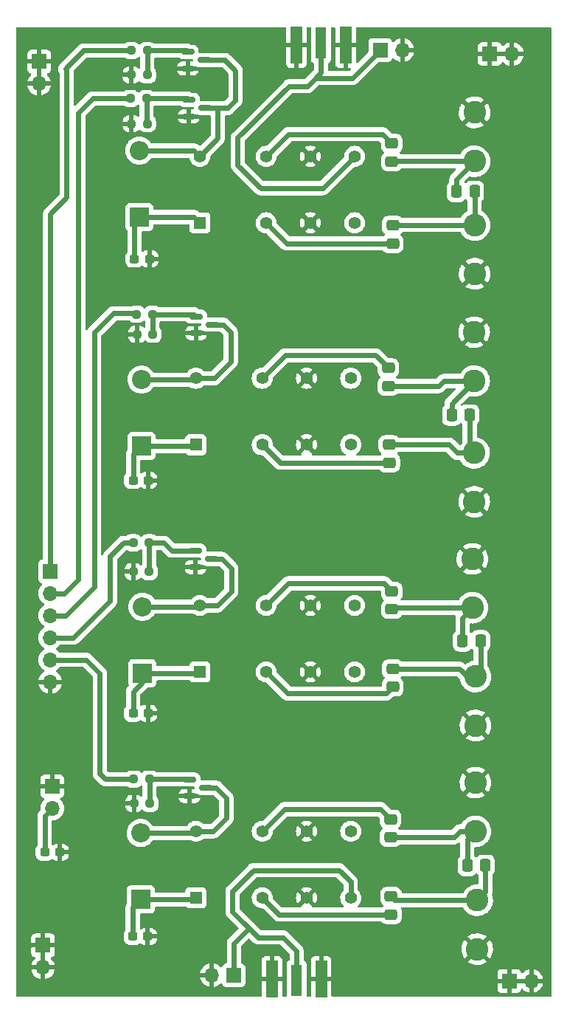
<source format=gbr>
%TF.GenerationSoftware,KiCad,Pcbnew,(6.0.2)*%
%TF.CreationDate,2022-11-21T15:37:21-08:00*%
%TF.ProjectId,preselector,70726573-656c-4656-9374-6f722e6b6963,rev?*%
%TF.SameCoordinates,PX5028050PY8f935f0*%
%TF.FileFunction,Copper,L1,Top*%
%TF.FilePolarity,Positive*%
%FSLAX46Y46*%
G04 Gerber Fmt 4.6, Leading zero omitted, Abs format (unit mm)*
G04 Created by KiCad (PCBNEW (6.0.2)) date 2022-11-21 15:37:21*
%MOMM*%
%LPD*%
G01*
G04 APERTURE LIST*
G04 Aperture macros list*
%AMRoundRect*
0 Rectangle with rounded corners*
0 $1 Rounding radius*
0 $2 $3 $4 $5 $6 $7 $8 $9 X,Y pos of 4 corners*
0 Add a 4 corners polygon primitive as box body*
4,1,4,$2,$3,$4,$5,$6,$7,$8,$9,$2,$3,0*
0 Add four circle primitives for the rounded corners*
1,1,$1+$1,$2,$3*
1,1,$1+$1,$4,$5*
1,1,$1+$1,$6,$7*
1,1,$1+$1,$8,$9*
0 Add four rect primitives between the rounded corners*
20,1,$1+$1,$2,$3,$4,$5,0*
20,1,$1+$1,$4,$5,$6,$7,0*
20,1,$1+$1,$6,$7,$8,$9,0*
20,1,$1+$1,$8,$9,$2,$3,0*%
G04 Aperture macros list end*
%TA.AperFunction,ComponentPad*%
%ADD10R,1.700000X1.700000*%
%TD*%
%TA.AperFunction,ComponentPad*%
%ADD11O,1.700000X1.700000*%
%TD*%
%TA.AperFunction,SMDPad,CuDef*%
%ADD12RoundRect,0.250000X-0.475000X0.337500X-0.475000X-0.337500X0.475000X-0.337500X0.475000X0.337500X0*%
%TD*%
%TA.AperFunction,SMDPad,CuDef*%
%ADD13RoundRect,0.237500X-0.300000X-0.237500X0.300000X-0.237500X0.300000X0.237500X-0.300000X0.237500X0*%
%TD*%
%TA.AperFunction,ComponentPad*%
%ADD14C,2.600000*%
%TD*%
%TA.AperFunction,SMDPad,CuDef*%
%ADD15RoundRect,0.237500X0.250000X0.237500X-0.250000X0.237500X-0.250000X-0.237500X0.250000X-0.237500X0*%
%TD*%
%TA.AperFunction,SMDPad,CuDef*%
%ADD16RoundRect,0.250000X-0.337500X-0.475000X0.337500X-0.475000X0.337500X0.475000X-0.337500X0.475000X0*%
%TD*%
%TA.AperFunction,SMDPad,CuDef*%
%ADD17RoundRect,0.150000X-0.587500X-0.150000X0.587500X-0.150000X0.587500X0.150000X-0.587500X0.150000X0*%
%TD*%
%TA.AperFunction,SMDPad,CuDef*%
%ADD18R,1.270000X3.600000*%
%TD*%
%TA.AperFunction,SMDPad,CuDef*%
%ADD19R,1.350000X4.200000*%
%TD*%
%TA.AperFunction,ComponentPad*%
%ADD20R,2.200000X2.200000*%
%TD*%
%TA.AperFunction,ComponentPad*%
%ADD21O,2.200000X2.200000*%
%TD*%
%TA.AperFunction,ComponentPad*%
%ADD22R,1.400000X1.400000*%
%TD*%
%TA.AperFunction,ComponentPad*%
%ADD23C,1.400000*%
%TD*%
%TA.AperFunction,ViaPad*%
%ADD24C,0.800000*%
%TD*%
%TA.AperFunction,Conductor*%
%ADD25C,0.609600*%
%TD*%
G04 APERTURE END LIST*
D10*
%TO.P,J3,1,Pin_1*%
%TO.N,GND*%
X3600000Y6425000D03*
D11*
%TO.P,J3,2,Pin_2*%
X3600000Y3885000D03*
%TD*%
D10*
%TO.P,J9,1,Pin_1*%
%TO.N,Net-(J7-Pad1)*%
X25500000Y3000000D03*
D11*
%TO.P,J9,2,Pin_2*%
%TO.N,GND*%
X22960000Y3000000D03*
%TD*%
D12*
%TO.P,C7,1*%
%TO.N,Net-(C7-Pad1)*%
X43650000Y98387500D03*
%TO.P,C7,2*%
%TO.N,Net-(C5-Pad1)*%
X43650000Y96312500D03*
%TD*%
D13*
%TO.P,C1,1*%
%TO.N,/VDD12*%
X14087500Y85150000D03*
%TO.P,C1,2*%
%TO.N,GND*%
X15812500Y85150000D03*
%TD*%
D14*
%TO.P,L6,1,1*%
%TO.N,Net-(C13-Pad1)*%
X53250000Y37250000D03*
%TO.P,L6,2,2*%
%TO.N,GND*%
X53250000Y31650000D03*
%TD*%
D15*
%TO.P,R5,1*%
%TO.N,Net-(Q2-Pad1)*%
X15562500Y100650000D03*
%TO.P,R5,2*%
%TO.N,GND*%
X13737500Y100650000D03*
%TD*%
D16*
%TO.P,C5,1*%
%TO.N,Net-(C5-Pad1)*%
X51062500Y92900000D03*
%TO.P,C5,2*%
%TO.N,Net-(C3-Pad1)*%
X53137500Y92900000D03*
%TD*%
D10*
%TO.P,J2,1,Pin_1*%
%TO.N,GND*%
X57125000Y2350000D03*
D11*
%TO.P,J2,2,Pin_2*%
X59665000Y2350000D03*
%TD*%
D15*
%TO.P,R9,1*%
%TO.N,Net-(Q4-Pad1)*%
X15762500Y49300000D03*
%TO.P,R9,2*%
%TO.N,GND*%
X13937500Y49300000D03*
%TD*%
D12*
%TO.P,C13,1*%
%TO.N,Net-(C13-Pad1)*%
X43750000Y38137500D03*
%TO.P,C13,2*%
%TO.N,Net-(C13-Pad2)*%
X43750000Y36062500D03*
%TD*%
%TO.P,C4,1*%
%TO.N,Net-(C4-Pad1)*%
X43350000Y63837500D03*
%TO.P,C4,2*%
%TO.N,Net-(C4-Pad2)*%
X43350000Y61762500D03*
%TD*%
D17*
%TO.P,Q3,1,B*%
%TO.N,Net-(Q3-Pad1)*%
X21162500Y78550000D03*
%TO.P,Q3,2,E*%
%TO.N,GND*%
X21162500Y76650000D03*
%TO.P,Q3,3,C*%
%TO.N,Net-(D2-Pad2)*%
X23037500Y77600000D03*
%TD*%
D14*
%TO.P,L7,1,1*%
%TO.N,Net-(C14-Pad1)*%
X53250000Y19500000D03*
%TO.P,L7,2,2*%
%TO.N,GND*%
X53250000Y25100000D03*
%TD*%
D10*
%TO.P,J6,1,Pin_1*%
%TO.N,GND*%
X4650000Y24675000D03*
D11*
%TO.P,J6,2,Pin_2*%
%TO.N,/VDD12*%
X4650000Y22135000D03*
%TD*%
D14*
%TO.P,L3,1,1*%
%TO.N,Net-(C5-Pad1)*%
X53150000Y96350000D03*
%TO.P,L3,2,2*%
%TO.N,GND*%
X53150000Y101950000D03*
%TD*%
%TO.P,L2,1,1*%
%TO.N,Net-(C4-Pad1)*%
X53100000Y62900000D03*
%TO.P,L2,2,2*%
%TO.N,GND*%
X53100000Y57300000D03*
%TD*%
D12*
%TO.P,C17,1*%
%TO.N,Net-(C17-Pad1)*%
X43650000Y47037500D03*
%TO.P,C17,2*%
%TO.N,Net-(C15-Pad1)*%
X43650000Y44962500D03*
%TD*%
D15*
%TO.P,R7,1*%
%TO.N,Net-(Q4-Pad1)*%
X15775000Y52600000D03*
%TO.P,R7,2*%
%TO.N,/17M*%
X13950000Y52600000D03*
%TD*%
D10*
%TO.P,J5,1,Pin_1*%
%TO.N,GND*%
X3150000Y107775000D03*
D11*
%TO.P,J5,2,Pin_2*%
X3150000Y105235000D03*
%TD*%
D16*
%TO.P,C15,1*%
%TO.N,Net-(C15-Pad1)*%
X51762500Y41350000D03*
%TO.P,C15,2*%
%TO.N,Net-(C13-Pad1)*%
X53837500Y41350000D03*
%TD*%
D14*
%TO.P,L5,1,1*%
%TO.N,Net-(C12-Pad1)*%
X53450000Y11600000D03*
%TO.P,L5,2,2*%
%TO.N,GND*%
X53450000Y6000000D03*
%TD*%
D17*
%TO.P,Q5,1,B*%
%TO.N,Net-(Q5-Pad1)*%
X20412500Y25450000D03*
%TO.P,Q5,2,E*%
%TO.N,GND*%
X20412500Y23550000D03*
%TO.P,Q5,3,C*%
%TO.N,Net-(D4-Pad2)*%
X22287500Y24500000D03*
%TD*%
D18*
%TO.P,J7,1,In*%
%TO.N,Net-(J7-Pad1)*%
X32700000Y2400000D03*
D19*
%TO.P,J7,2,Ext*%
%TO.N,GND*%
X35525000Y2600000D03*
X29875000Y2600000D03*
%TD*%
D10*
%TO.P,J10,1,Pin_1*%
%TO.N,Net-(J8-Pad1)*%
X42310000Y109100000D03*
D11*
%TO.P,J10,2,Pin_2*%
%TO.N,GND*%
X44850000Y109100000D03*
%TD*%
D20*
%TO.P,D4,1,K*%
%TO.N,/VDD12*%
X14800000Y11690000D03*
D21*
%TO.P,D4,2,A*%
%TO.N,Net-(D4-Pad2)*%
X14800000Y19310000D03*
%TD*%
D22*
%TO.P,K3,1*%
%TO.N,/VDD12*%
X21592500Y37787500D03*
D23*
%TO.P,K3,4*%
%TO.N,Net-(C13-Pad2)*%
X29212500Y37787500D03*
%TO.P,K3,6*%
%TO.N,GND*%
X34292500Y37787500D03*
%TO.P,K3,8*%
%TO.N,Net-(J7-Pad1)*%
X39372500Y37787500D03*
%TO.P,K3,9*%
%TO.N,Net-(J8-Pad1)*%
X39372500Y45407500D03*
%TO.P,K3,11*%
%TO.N,GND*%
X34292500Y45407500D03*
%TO.P,K3,13*%
%TO.N,Net-(C17-Pad1)*%
X29212500Y45407500D03*
%TO.P,K3,16*%
%TO.N,Net-(D3-Pad2)*%
X21592500Y45407500D03*
%TD*%
D15*
%TO.P,R2,1*%
%TO.N,Net-(Q1-Pad1)*%
X15562500Y106250000D03*
%TO.P,R2,2*%
%TO.N,GND*%
X13737500Y106250000D03*
%TD*%
D14*
%TO.P,L1,1,1*%
%TO.N,Net-(C3-Pad1)*%
X53150000Y89050000D03*
%TO.P,L1,2,2*%
%TO.N,GND*%
X53150000Y83450000D03*
%TD*%
D20*
%TO.P,D1,1,K*%
%TO.N,/VDD12*%
X14650000Y89950000D03*
D21*
%TO.P,D1,2,A*%
%TO.N,Net-(D1-Pad2)*%
X14650000Y97570000D03*
%TD*%
D16*
%TO.P,C14,1*%
%TO.N,Net-(C14-Pad1)*%
X52300000Y15600000D03*
%TO.P,C14,2*%
%TO.N,Net-(C12-Pad1)*%
X54375000Y15600000D03*
%TD*%
D13*
%TO.P,C11,1*%
%TO.N,/VDD12*%
X13900000Y7450000D03*
%TO.P,C11,2*%
%TO.N,GND*%
X15625000Y7450000D03*
%TD*%
D12*
%TO.P,C3,1*%
%TO.N,Net-(C3-Pad1)*%
X43750000Y88987500D03*
%TO.P,C3,2*%
%TO.N,Net-(C3-Pad2)*%
X43750000Y86912500D03*
%TD*%
D15*
%TO.P,R3,1*%
%TO.N,Net-(Q2-Pad1)*%
X15462500Y103550000D03*
%TO.P,R3,2*%
%TO.N,/30M*%
X13637500Y103550000D03*
%TD*%
D13*
%TO.P,C10,1*%
%TO.N,/VDD12*%
X13937500Y33050000D03*
%TO.P,C10,2*%
%TO.N,GND*%
X15662500Y33050000D03*
%TD*%
D18*
%TO.P,J8,1,In*%
%TO.N,Net-(J8-Pad1)*%
X35500000Y109887500D03*
D19*
%TO.P,J8,2,Ext*%
%TO.N,GND*%
X38325000Y109687500D03*
X32675000Y109687500D03*
%TD*%
D16*
%TO.P,C6,1*%
%TO.N,Net-(C6-Pad1)*%
X50512500Y67250000D03*
%TO.P,C6,2*%
%TO.N,Net-(C4-Pad1)*%
X52587500Y67250000D03*
%TD*%
D10*
%TO.P,J1,1,Pin_1*%
%TO.N,/40M*%
X4400000Y49330000D03*
D11*
%TO.P,J1,2,Pin_2*%
%TO.N,/30M*%
X4400000Y46790000D03*
%TO.P,J1,3,Pin_3*%
%TO.N,/20M*%
X4400000Y44250000D03*
%TO.P,J1,4,Pin_4*%
%TO.N,/17M*%
X4400000Y41710000D03*
%TO.P,J1,5,Pin_5*%
%TO.N,/15M*%
X4400000Y39170000D03*
%TO.P,J1,6,Pin_6*%
%TO.N,GND*%
X4400000Y36630000D03*
%TD*%
D20*
%TO.P,D3,1,K*%
%TO.N,/VDD12*%
X15000000Y37640000D03*
D21*
%TO.P,D3,2,A*%
%TO.N,Net-(D3-Pad2)*%
X15000000Y45260000D03*
%TD*%
D12*
%TO.P,C12,1*%
%TO.N,Net-(C12-Pad1)*%
X43550000Y12037500D03*
%TO.P,C12,2*%
%TO.N,Net-(C12-Pad2)*%
X43550000Y9962500D03*
%TD*%
D14*
%TO.P,L8,1,1*%
%TO.N,Net-(C15-Pad1)*%
X52900000Y45150000D03*
%TO.P,L8,2,2*%
%TO.N,GND*%
X52900000Y50750000D03*
%TD*%
D22*
%TO.P,K4,1*%
%TO.N,/VDD12*%
X21142500Y11887500D03*
D23*
%TO.P,K4,4*%
%TO.N,Net-(C12-Pad2)*%
X28762500Y11887500D03*
%TO.P,K4,6*%
%TO.N,GND*%
X33842500Y11887500D03*
%TO.P,K4,8*%
%TO.N,Net-(J7-Pad1)*%
X38922500Y11887500D03*
%TO.P,K4,9*%
%TO.N,Net-(J8-Pad1)*%
X38922500Y19507500D03*
%TO.P,K4,11*%
%TO.N,GND*%
X33842500Y19507500D03*
%TO.P,K4,13*%
%TO.N,Net-(C16-Pad1)*%
X28762500Y19507500D03*
%TO.P,K4,16*%
%TO.N,Net-(D4-Pad2)*%
X21142500Y19507500D03*
%TD*%
D13*
%TO.P,C9,1*%
%TO.N,/VDD12*%
X3787500Y17100000D03*
%TO.P,C9,2*%
%TO.N,GND*%
X5512500Y17100000D03*
%TD*%
D17*
%TO.P,Q4,1,B*%
%TO.N,Net-(Q4-Pad1)*%
X21112500Y51700000D03*
%TO.P,Q4,2,E*%
%TO.N,GND*%
X21112500Y49800000D03*
%TO.P,Q4,3,C*%
%TO.N,Net-(D3-Pad2)*%
X22987500Y50750000D03*
%TD*%
D22*
%TO.P,K1,1*%
%TO.N,/VDD12*%
X21592500Y89287500D03*
D23*
%TO.P,K1,4*%
%TO.N,Net-(C3-Pad2)*%
X29212500Y89287500D03*
%TO.P,K1,6*%
%TO.N,GND*%
X34292500Y89287500D03*
%TO.P,K1,8*%
%TO.N,Net-(J7-Pad1)*%
X39372500Y89287500D03*
%TO.P,K1,9*%
%TO.N,Net-(J8-Pad1)*%
X39372500Y96907500D03*
%TO.P,K1,11*%
%TO.N,GND*%
X34292500Y96907500D03*
%TO.P,K1,13*%
%TO.N,Net-(C7-Pad1)*%
X29212500Y96907500D03*
%TO.P,K1,16*%
%TO.N,Net-(D1-Pad2)*%
X21592500Y96907500D03*
%TD*%
D14*
%TO.P,L4,1,1*%
%TO.N,Net-(C6-Pad1)*%
X53100000Y71150000D03*
%TO.P,L4,2,2*%
%TO.N,GND*%
X53100000Y76750000D03*
%TD*%
D10*
%TO.P,J4,1,Pin_1*%
%TO.N,GND*%
X54900000Y108650000D03*
D11*
%TO.P,J4,2,Pin_2*%
X57440000Y108650000D03*
%TD*%
D13*
%TO.P,C2,1*%
%TO.N,/VDD12*%
X13937500Y59750000D03*
%TO.P,C2,2*%
%TO.N,GND*%
X15662500Y59750000D03*
%TD*%
D17*
%TO.P,Q1,1,B*%
%TO.N,Net-(Q1-Pad1)*%
X20212500Y108900000D03*
%TO.P,Q1,2,E*%
%TO.N,GND*%
X20212500Y107000000D03*
%TO.P,Q1,3,C*%
%TO.N,Net-(D1-Pad2)*%
X22087500Y107950000D03*
%TD*%
D22*
%TO.P,K2,1*%
%TO.N,/VDD12*%
X21142500Y63837500D03*
D23*
%TO.P,K2,4*%
%TO.N,Net-(C4-Pad2)*%
X28762500Y63837500D03*
%TO.P,K2,6*%
%TO.N,GND*%
X33842500Y63837500D03*
%TO.P,K2,8*%
%TO.N,Net-(J7-Pad1)*%
X38922500Y63837500D03*
%TO.P,K2,9*%
%TO.N,Net-(J8-Pad1)*%
X38922500Y71457500D03*
%TO.P,K2,11*%
%TO.N,GND*%
X33842500Y71457500D03*
%TO.P,K2,13*%
%TO.N,Net-(C8-Pad1)*%
X28762500Y71457500D03*
%TO.P,K2,16*%
%TO.N,Net-(D2-Pad2)*%
X21142500Y71457500D03*
%TD*%
D15*
%TO.P,R6,1*%
%TO.N,Net-(Q3-Pad1)*%
X16212500Y76500000D03*
%TO.P,R6,2*%
%TO.N,GND*%
X14387500Y76500000D03*
%TD*%
%TO.P,R8,1*%
%TO.N,Net-(Q5-Pad1)*%
X15812500Y25500000D03*
%TO.P,R8,2*%
%TO.N,/15M*%
X13987500Y25500000D03*
%TD*%
%TO.P,R1,1*%
%TO.N,Net-(Q1-Pad1)*%
X15562500Y109050000D03*
%TO.P,R1,2*%
%TO.N,/40M*%
X13737500Y109050000D03*
%TD*%
D12*
%TO.P,C8,1*%
%TO.N,Net-(C8-Pad1)*%
X43250000Y72637500D03*
%TO.P,C8,2*%
%TO.N,Net-(C6-Pad1)*%
X43250000Y70562500D03*
%TD*%
D17*
%TO.P,Q2,1,B*%
%TO.N,Net-(Q2-Pad1)*%
X20312500Y103400000D03*
%TO.P,Q2,2,E*%
%TO.N,GND*%
X20312500Y101500000D03*
%TO.P,Q2,3,C*%
%TO.N,Net-(D1-Pad2)*%
X22187500Y102450000D03*
%TD*%
D12*
%TO.P,C16,1*%
%TO.N,Net-(C16-Pad1)*%
X43500000Y20900000D03*
%TO.P,C16,2*%
%TO.N,Net-(C14-Pad1)*%
X43500000Y18825000D03*
%TD*%
D15*
%TO.P,R10,1*%
%TO.N,Net-(Q5-Pad1)*%
X15862500Y22700000D03*
%TO.P,R10,2*%
%TO.N,GND*%
X14037500Y22700000D03*
%TD*%
D20*
%TO.P,D2,1,K*%
%TO.N,/VDD12*%
X14900000Y63690000D03*
D21*
%TO.P,D2,2,A*%
%TO.N,Net-(D2-Pad2)*%
X14900000Y71310000D03*
%TD*%
D15*
%TO.P,R4,1*%
%TO.N,Net-(Q3-Pad1)*%
X16162500Y78800000D03*
%TO.P,R4,2*%
%TO.N,/20M*%
X14337500Y78800000D03*
%TD*%
D24*
%TO.N,GND*%
X9500000Y106350000D03*
X14800000Y56350000D03*
X17350000Y7500000D03*
X20100000Y47750000D03*
X19100000Y99950000D03*
X38050000Y3400000D03*
X13350000Y47700000D03*
X20850000Y74800000D03*
X30850000Y81150000D03*
X30650000Y29250000D03*
X17750000Y33150000D03*
X2500000Y56900000D03*
X5600000Y15150000D03*
X17500000Y59800000D03*
X40900000Y105250000D03*
X5350000Y29950000D03*
X30850000Y55800000D03*
X15100000Y81850000D03*
X14300000Y74450000D03*
X12200000Y21400000D03*
X18249999Y21950003D03*
X11650000Y99050000D03*
X29900000Y109600000D03*
X18150000Y106600000D03*
X18050000Y85150000D03*
X3350000Y97650000D03*
X2250000Y81950000D03*
X15400000Y29800000D03*
X27900000Y5650000D03*
%TD*%
D25*
%TO.N,/VDD12*%
X14900000Y63690000D02*
X20995000Y63690000D01*
X14650000Y89950000D02*
X20930000Y89950000D01*
X20930000Y89950000D02*
X21592500Y89287500D01*
X13900000Y7450000D02*
X13900000Y10790000D01*
X21445000Y37640000D02*
X21592500Y37787500D01*
X3787500Y21272500D02*
X4650000Y22135000D01*
X13937500Y62727500D02*
X14900000Y63690000D01*
X13937500Y59750000D02*
X13937500Y62727500D01*
X15000000Y37640000D02*
X15000000Y36600000D01*
X15000000Y37640000D02*
X21445000Y37640000D01*
X20995000Y63690000D02*
X21142500Y63837500D01*
X20945000Y11690000D02*
X21142500Y11887500D01*
X14087500Y89387500D02*
X14650000Y89950000D01*
X3787500Y17100000D02*
X3787500Y21272500D01*
X13937500Y35537500D02*
X13937500Y33050000D01*
X14087500Y85150000D02*
X14087500Y89387500D01*
X15000000Y36600000D02*
X13937500Y35537500D01*
X13900000Y10790000D02*
X14800000Y11690000D01*
X14800000Y11690000D02*
X20945000Y11690000D01*
%TO.N,Net-(C3-Pad1)*%
X43812500Y89050000D02*
X53150000Y89050000D01*
X43750000Y88987500D02*
X43812500Y89050000D01*
X53137500Y89062500D02*
X53150000Y89050000D01*
X53137500Y92900000D02*
X53137500Y89062500D01*
%TO.N,Net-(C3-Pad2)*%
X29212500Y89287500D02*
X31587500Y86912500D01*
X31587500Y86912500D02*
X43750000Y86912500D01*
%TO.N,Net-(C4-Pad1)*%
X51150000Y62900000D02*
X53100000Y62900000D01*
X50200000Y63850000D02*
X51150000Y62900000D01*
X43350000Y63837500D02*
X43362500Y63850000D01*
X52587500Y67250000D02*
X52587500Y63412500D01*
X43362500Y63850000D02*
X50200000Y63850000D01*
X52587500Y63412500D02*
X53100000Y62900000D01*
%TO.N,Net-(C4-Pad2)*%
X28762500Y63837500D02*
X30837500Y61762500D01*
X30837500Y61762500D02*
X43350000Y61762500D01*
%TO.N,Net-(C5-Pad1)*%
X43687500Y96350000D02*
X53150000Y96350000D01*
X43650000Y96312500D02*
X43687500Y96350000D01*
X51062500Y92900000D02*
X51062500Y94262500D01*
X51062500Y94262500D02*
X53150000Y96350000D01*
%TO.N,Net-(C6-Pad1)*%
X49600000Y71150000D02*
X53100000Y71150000D01*
X43250000Y70562500D02*
X49012500Y70562500D01*
X50512500Y68562500D02*
X53100000Y71150000D01*
X50512500Y67250000D02*
X50512500Y68562500D01*
X49012500Y70562500D02*
X49600000Y71150000D01*
%TO.N,Net-(C7-Pad1)*%
X42587500Y99450000D02*
X43650000Y98387500D01*
X29212500Y96907500D02*
X31755000Y99450000D01*
X31755000Y99450000D02*
X42587500Y99450000D01*
%TO.N,Net-(C8-Pad1)*%
X28762500Y71457500D02*
X31405000Y74100000D01*
X41787500Y74100000D02*
X43250000Y72637500D01*
X31405000Y74100000D02*
X41787500Y74100000D01*
%TO.N,Net-(C12-Pad1)*%
X43987500Y11600000D02*
X53450000Y11600000D01*
X54375000Y12525000D02*
X53450000Y11600000D01*
X54375000Y15600000D02*
X54375000Y12525000D01*
X43550000Y12037500D02*
X43987500Y11600000D01*
%TO.N,Net-(C12-Pad2)*%
X30687500Y9962500D02*
X43550000Y9962500D01*
X28762500Y11887500D02*
X30687500Y9962500D01*
%TO.N,Net-(C13-Pad1)*%
X53837500Y41350000D02*
X53837500Y37837500D01*
X43750000Y38137500D02*
X51412500Y38137500D01*
X51412500Y38137500D02*
X52300000Y37250000D01*
X53837500Y37837500D02*
X53250000Y37250000D01*
X52300000Y37250000D02*
X53250000Y37250000D01*
%TO.N,Net-(C13-Pad2)*%
X29212500Y37787500D02*
X31700000Y35300000D01*
X42987500Y35300000D02*
X43750000Y36062500D01*
X31700000Y35300000D02*
X42987500Y35300000D01*
%TO.N,Net-(C14-Pad1)*%
X52300000Y15600000D02*
X52300000Y18550000D01*
X51450000Y19500000D02*
X53250000Y19500000D01*
X43500000Y18825000D02*
X50775000Y18825000D01*
X50775000Y18825000D02*
X51450000Y19500000D01*
X52300000Y18550000D02*
X53250000Y19500000D01*
%TO.N,Net-(C15-Pad1)*%
X51762500Y41350000D02*
X51762500Y44012500D01*
X43837500Y45150000D02*
X52900000Y45150000D01*
X51762500Y44012500D02*
X52900000Y45150000D01*
X43650000Y44962500D02*
X43837500Y45150000D01*
%TO.N,Net-(C16-Pad1)*%
X31305000Y22050000D02*
X42350000Y22050000D01*
X42350000Y22050000D02*
X43500000Y20900000D01*
X28762500Y19507500D02*
X31305000Y22050000D01*
%TO.N,Net-(C17-Pad1)*%
X31755000Y47950000D02*
X42737500Y47950000D01*
X29212500Y45407500D02*
X31755000Y47950000D01*
X42737500Y47950000D02*
X43650000Y47037500D01*
%TO.N,Net-(D1-Pad2)*%
X25700000Y106750000D02*
X25700000Y103350000D01*
X14650000Y97570000D02*
X20930000Y97570000D01*
X23650000Y102200000D02*
X23900000Y102450000D01*
X21592500Y96907500D02*
X23650000Y98965000D01*
X20930000Y97570000D02*
X21592500Y96907500D01*
X22087500Y107950000D02*
X24500000Y107950000D01*
X25700000Y103350000D02*
X24800000Y102450000D01*
X24500000Y107950000D02*
X25700000Y106750000D01*
X23650000Y98965000D02*
X23650000Y102200000D01*
X24800000Y102450000D02*
X23900000Y102450000D01*
X23900000Y102450000D02*
X22187500Y102450000D01*
%TO.N,Net-(D2-Pad2)*%
X14900000Y71310000D02*
X20995000Y71310000D01*
X23037500Y77600000D02*
X24300000Y77600000D01*
X23257500Y71457500D02*
X21142500Y71457500D01*
X24300000Y77600000D02*
X25150000Y76750000D01*
X25150000Y73350000D02*
X23257500Y71457500D01*
X25150000Y76750000D02*
X25150000Y73350000D01*
X20995000Y71310000D02*
X21142500Y71457500D01*
%TO.N,Net-(D3-Pad2)*%
X23600000Y45400000D02*
X23592500Y45407500D01*
X24100000Y50750000D02*
X25200000Y49650000D01*
X21445000Y45260000D02*
X21592500Y45407500D01*
X23592500Y45407500D02*
X21592500Y45407500D01*
X22987500Y50750000D02*
X24100000Y50750000D01*
X25200000Y47000000D02*
X23600000Y45400000D01*
X25200000Y49650000D02*
X25200000Y47000000D01*
X15000000Y45260000D02*
X21445000Y45260000D01*
%TO.N,Net-(D4-Pad2)*%
X23157500Y19507500D02*
X21142500Y19507500D01*
X22287500Y24500000D02*
X23500000Y24500000D01*
X20945000Y19310000D02*
X21142500Y19507500D01*
X24650000Y23350000D02*
X24650000Y21000000D01*
X24650000Y21000000D02*
X23157500Y19507500D01*
X14800000Y19310000D02*
X20945000Y19310000D01*
X23500000Y24500000D02*
X24650000Y23350000D01*
%TO.N,/40M*%
X6150000Y106950000D02*
X8250000Y109050000D01*
X4400000Y49330000D02*
X4400000Y90300000D01*
X6300000Y92200000D02*
X6300000Y106800000D01*
X6300000Y106800000D02*
X6150000Y106950000D01*
X4400000Y90300000D02*
X6300000Y92200000D01*
X8250000Y109050000D02*
X13737500Y109050000D01*
%TO.N,/30M*%
X9300000Y103550000D02*
X13637500Y103550000D01*
X7650000Y48400000D02*
X7650000Y101900000D01*
X7650000Y101900000D02*
X9300000Y103550000D01*
X6040000Y46790000D02*
X7650000Y48400000D01*
X4400000Y46790000D02*
X6040000Y46790000D01*
%TO.N,/20M*%
X11650000Y78900000D02*
X14237500Y78900000D01*
X14237500Y78900000D02*
X14337500Y78800000D01*
X9450000Y76700000D02*
X11650000Y78900000D01*
X6150000Y44250000D02*
X9450000Y47550000D01*
X4400000Y44250000D02*
X6150000Y44250000D01*
X9450000Y47550000D02*
X9450000Y76700000D01*
%TO.N,/17M*%
X4400000Y41710000D02*
X7060000Y41710000D01*
X12850000Y52600000D02*
X13950000Y52600000D01*
X7060000Y41710000D02*
X11300000Y45950000D01*
X11300000Y51050000D02*
X12850000Y52600000D01*
X11300000Y45950000D02*
X11300000Y51050000D01*
%TO.N,/15M*%
X8580000Y39170000D02*
X10100000Y37650000D01*
X10100000Y26150000D02*
X10750000Y25500000D01*
X10750000Y25500000D02*
X13987500Y25500000D01*
X4400000Y39170000D02*
X8580000Y39170000D01*
X10100000Y37650000D02*
X10100000Y26150000D01*
%TO.N,Net-(J7-Pad1)*%
X25350000Y12650000D02*
X25350000Y10300000D01*
X27250000Y8400000D02*
X28300000Y7350000D01*
X37600000Y15050000D02*
X27750000Y15050000D01*
X25350000Y10300000D02*
X26625000Y9025000D01*
X26625000Y9025000D02*
X27250000Y8400000D01*
X38922500Y13727500D02*
X37600000Y15050000D01*
X31150000Y7350000D02*
X32700000Y5800000D01*
X28300000Y7350000D02*
X31150000Y7350000D01*
X25500000Y3000000D02*
X25500000Y6650000D01*
X32700000Y5800000D02*
X32700000Y2400000D01*
X38922500Y11887500D02*
X38922500Y13727500D01*
X25500000Y6650000D02*
X27250000Y8400000D01*
X27750000Y15050000D02*
X25350000Y12650000D01*
%TO.N,Net-(J8-Pad1)*%
X34875000Y105875000D02*
X35500000Y106500000D01*
X35715000Y93250000D02*
X28600000Y93250000D01*
X42310000Y109100000D02*
X39085000Y105875000D01*
X35500000Y106500000D02*
X35500000Y109887500D01*
X39372500Y96907500D02*
X35715000Y93250000D01*
X31850000Y104950000D02*
X33950000Y104950000D01*
X39085000Y105875000D02*
X34875000Y105875000D01*
X33950000Y104950000D02*
X34875000Y105875000D01*
X28600000Y93250000D02*
X25950000Y95900000D01*
X25950000Y99050000D02*
X31850000Y104950000D01*
X25950000Y95900000D02*
X25950000Y99050000D01*
%TO.N,Net-(Q1-Pad1)*%
X15562500Y109050000D02*
X20062500Y109050000D01*
X20062500Y109050000D02*
X20212500Y108900000D01*
X15562500Y109050000D02*
X15562500Y106250000D01*
%TO.N,Net-(Q2-Pad1)*%
X15462500Y103550000D02*
X20162500Y103550000D01*
X15462500Y103550000D02*
X15462500Y100750000D01*
X20162500Y103550000D02*
X20312500Y103400000D01*
X15462500Y100750000D02*
X15562500Y100650000D01*
%TO.N,Net-(Q3-Pad1)*%
X16162500Y78800000D02*
X16162500Y76550000D01*
X20912500Y78800000D02*
X21162500Y78550000D01*
X16162500Y78800000D02*
X20912500Y78800000D01*
X16162500Y76550000D02*
X16212500Y76500000D01*
%TO.N,Net-(Q4-Pad1)*%
X15775000Y52600000D02*
X17450000Y52600000D01*
X17450000Y52600000D02*
X18350000Y51700000D01*
X15775000Y49312500D02*
X15762500Y49300000D01*
X18350000Y51700000D02*
X21112500Y51700000D01*
X15775000Y52600000D02*
X15775000Y49312500D01*
%TO.N,Net-(Q5-Pad1)*%
X15812500Y22750000D02*
X15862500Y22700000D01*
X15812500Y25500000D02*
X20362500Y25500000D01*
X15812500Y25500000D02*
X15812500Y22750000D01*
X20362500Y25500000D02*
X20412500Y25450000D01*
%TD*%
%TA.AperFunction,Conductor*%
%TO.N,GND*%
G36*
X31434121Y111721998D02*
G01*
X31480614Y111668342D01*
X31492000Y111616000D01*
X31492000Y109959615D01*
X31496475Y109944376D01*
X31497865Y109943171D01*
X31505548Y109941500D01*
X33839884Y109941500D01*
X33855123Y109945975D01*
X33856328Y109947365D01*
X33857999Y109955048D01*
X33857999Y111616000D01*
X33878001Y111684121D01*
X33931657Y111730614D01*
X33983999Y111742000D01*
X34230500Y111742000D01*
X34298621Y111721998D01*
X34345114Y111668342D01*
X34356500Y111616000D01*
X34356500Y108039366D01*
X34363255Y107977184D01*
X34414385Y107840795D01*
X34501739Y107724239D01*
X34618295Y107636885D01*
X34622722Y107635225D01*
X34671356Y107586479D01*
X34686700Y107526220D01*
X34686700Y106889070D01*
X34666698Y106820949D01*
X34649795Y106799975D01*
X34310089Y106460269D01*
X34237154Y106387841D01*
X34236492Y106386797D01*
X34235385Y106385564D01*
X33650024Y105800204D01*
X33587712Y105766179D01*
X33560929Y105763300D01*
X31859217Y105763300D01*
X31857897Y105763307D01*
X31856430Y105763322D01*
X31767291Y105764256D01*
X31724630Y105755032D01*
X31712051Y105752972D01*
X31675671Y105748892D01*
X31675668Y105748891D01*
X31668675Y105748107D01*
X31636774Y105736998D01*
X31621964Y105732836D01*
X31588949Y105725698D01*
X31582562Y105722720D01*
X31582560Y105722719D01*
X31549381Y105707248D01*
X31537573Y105702453D01*
X31496361Y105688101D01*
X31490386Y105684368D01*
X31490387Y105684368D01*
X31467718Y105670203D01*
X31454208Y105662867D01*
X31423581Y105648585D01*
X31398595Y105629204D01*
X31389090Y105621831D01*
X31378636Y105614538D01*
X31341624Y105591411D01*
X31336625Y105586446D01*
X31336623Y105586445D01*
X31312656Y105562644D01*
X31312018Y105562047D01*
X31311347Y105561527D01*
X31285089Y105535269D01*
X31212154Y105462841D01*
X31211494Y105461800D01*
X31210385Y105460565D01*
X25381531Y99631711D01*
X25380594Y99630782D01*
X25315750Y99567282D01*
X25311936Y99561364D01*
X25311932Y99561359D01*
X25292105Y99530593D01*
X25284666Y99520240D01*
X25257437Y99486131D01*
X25254372Y99479791D01*
X25254369Y99479786D01*
X25242735Y99455721D01*
X25235208Y99442308D01*
X25220726Y99419836D01*
X25220723Y99419829D01*
X25216908Y99413910D01*
X25214498Y99407290D01*
X25214498Y99407289D01*
X25201979Y99372893D01*
X25197019Y99361152D01*
X25178023Y99321856D01*
X25170423Y99288936D01*
X25166057Y99274201D01*
X25156911Y99249072D01*
X25156909Y99249066D01*
X25154502Y99242451D01*
X25153620Y99235468D01*
X25149031Y99199141D01*
X25146797Y99186600D01*
X25136978Y99144070D01*
X25136953Y99137024D01*
X25136953Y99137021D01*
X25136835Y99103259D01*
X25136805Y99102366D01*
X25136700Y99101530D01*
X25136700Y99064594D01*
X25136699Y99064154D01*
X25136493Y99005030D01*
X25136341Y98961608D01*
X25136611Y98960402D01*
X25136700Y98958753D01*
X25136700Y95909217D01*
X25136693Y95907897D01*
X25135744Y95817291D01*
X25137233Y95810404D01*
X25144967Y95774635D01*
X25147028Y95762051D01*
X25151893Y95718675D01*
X25154208Y95712028D01*
X25163002Y95686774D01*
X25167164Y95671964D01*
X25174302Y95638949D01*
X25177280Y95632562D01*
X25177281Y95632560D01*
X25192752Y95599381D01*
X25197547Y95587573D01*
X25211899Y95546361D01*
X25215632Y95540387D01*
X25229797Y95517718D01*
X25237133Y95504208D01*
X25251415Y95473581D01*
X25259590Y95463042D01*
X25278169Y95439090D01*
X25285462Y95428636D01*
X25308589Y95391624D01*
X25313554Y95386625D01*
X25313555Y95386623D01*
X25337356Y95362656D01*
X25337953Y95362018D01*
X25338473Y95361347D01*
X25364731Y95335089D01*
X25412759Y95286725D01*
X25437159Y95262154D01*
X25438200Y95261494D01*
X25439435Y95260385D01*
X28018289Y92681531D01*
X28019218Y92680594D01*
X28058826Y92640148D01*
X28082718Y92615750D01*
X28088636Y92611936D01*
X28088641Y92611932D01*
X28119407Y92592105D01*
X28129760Y92584666D01*
X28163869Y92557437D01*
X28170209Y92554372D01*
X28170214Y92554369D01*
X28194279Y92542735D01*
X28207692Y92535208D01*
X28230164Y92520726D01*
X28230171Y92520723D01*
X28236090Y92516908D01*
X28277111Y92501977D01*
X28288848Y92497019D01*
X28297675Y92492752D01*
X28321801Y92481089D01*
X28321803Y92481088D01*
X28328144Y92478023D01*
X28361064Y92470423D01*
X28375799Y92466057D01*
X28400928Y92456911D01*
X28400934Y92456909D01*
X28407549Y92454502D01*
X28428203Y92451893D01*
X28450859Y92449031D01*
X28463400Y92446797D01*
X28505930Y92436978D01*
X28512976Y92436953D01*
X28512979Y92436953D01*
X28546741Y92436835D01*
X28547634Y92436805D01*
X28548470Y92436700D01*
X28585406Y92436700D01*
X28585846Y92436699D01*
X28684846Y92436353D01*
X28684853Y92436353D01*
X28688392Y92436341D01*
X28689598Y92436611D01*
X28691247Y92436700D01*
X35705783Y92436700D01*
X35707104Y92436693D01*
X35797709Y92435744D01*
X35840370Y92444968D01*
X35852949Y92447028D01*
X35889329Y92451108D01*
X35889332Y92451109D01*
X35896325Y92451893D01*
X35928226Y92463002D01*
X35943036Y92467164D01*
X35976051Y92474302D01*
X35984031Y92478023D01*
X36015619Y92492752D01*
X36027429Y92497548D01*
X36068639Y92511899D01*
X36097283Y92529798D01*
X36110792Y92537133D01*
X36141419Y92551415D01*
X36175910Y92578169D01*
X36186366Y92585463D01*
X36191465Y92588649D01*
X36223376Y92608589D01*
X36252344Y92637356D01*
X36252982Y92637953D01*
X36253653Y92638473D01*
X36279911Y92664731D01*
X36352846Y92737159D01*
X36353506Y92738200D01*
X36354615Y92739435D01*
X39273138Y95657958D01*
X39335450Y95691984D01*
X39362233Y95694863D01*
X39367025Y95694863D01*
X39372500Y95694384D01*
X39583155Y95712814D01*
X39588468Y95714238D01*
X39588470Y95714238D01*
X39782100Y95766121D01*
X39782102Y95766122D01*
X39787410Y95767544D01*
X39802617Y95774635D01*
X39974077Y95854588D01*
X39974080Y95854590D01*
X39979058Y95856911D01*
X40152276Y95978199D01*
X40301801Y96127724D01*
X40423089Y96300942D01*
X40484603Y96432858D01*
X40510133Y96487608D01*
X40510134Y96487609D01*
X40512456Y96492590D01*
X40546024Y96617865D01*
X40565762Y96691530D01*
X40565762Y96691532D01*
X40567186Y96696845D01*
X40585616Y96907500D01*
X40567186Y97118155D01*
X40563808Y97130762D01*
X40513879Y97317100D01*
X40513878Y97317102D01*
X40512456Y97322410D01*
X40503531Y97341550D01*
X40425412Y97509077D01*
X40425410Y97509080D01*
X40423089Y97514058D01*
X40301801Y97687276D01*
X40152276Y97836801D01*
X39979058Y97958089D01*
X39974080Y97960410D01*
X39974077Y97960412D01*
X39792392Y98045133D01*
X39792391Y98045134D01*
X39787410Y98047456D01*
X39782102Y98048878D01*
X39782100Y98048879D01*
X39588470Y98100762D01*
X39588468Y98100762D01*
X39583155Y98102186D01*
X39372500Y98120616D01*
X39161845Y98102186D01*
X39156532Y98100762D01*
X39156530Y98100762D01*
X38962900Y98048879D01*
X38962898Y98048878D01*
X38957590Y98047456D01*
X38952609Y98045134D01*
X38952608Y98045133D01*
X38770923Y97960412D01*
X38770920Y97960410D01*
X38765942Y97958089D01*
X38592724Y97836801D01*
X38443199Y97687276D01*
X38321911Y97514058D01*
X38319590Y97509080D01*
X38319588Y97509077D01*
X38241469Y97341550D01*
X38232544Y97322410D01*
X38231122Y97317102D01*
X38231121Y97317100D01*
X38181192Y97130762D01*
X38177814Y97118155D01*
X38159384Y96907500D01*
X38159863Y96902025D01*
X38159863Y96897233D01*
X38139861Y96829112D01*
X38122958Y96808138D01*
X35415025Y94100205D01*
X35352713Y94066179D01*
X35325930Y94063300D01*
X28989070Y94063300D01*
X28920949Y94083302D01*
X28899975Y94100205D01*
X26800205Y96199975D01*
X26766179Y96262287D01*
X26763300Y96289070D01*
X26763300Y98660930D01*
X26783302Y98729051D01*
X26800205Y98750025D01*
X28555274Y100505094D01*
X52069839Y100505094D01*
X52078553Y100493573D01*
X52185452Y100415191D01*
X52193351Y100410255D01*
X52422905Y100289481D01*
X52431454Y100285764D01*
X52676327Y100200251D01*
X52685336Y100197837D01*
X52940166Y100149456D01*
X52949423Y100148402D01*
X53208607Y100138217D01*
X53217921Y100138543D01*
X53475753Y100166780D01*
X53484930Y100168481D01*
X53735758Y100234519D01*
X53744574Y100237555D01*
X53982880Y100339938D01*
X53991167Y100344252D01*
X54211718Y100480734D01*
X54219268Y100486220D01*
X54224559Y100490699D01*
X54232997Y100503503D01*
X54226935Y100513855D01*
X53162812Y101577978D01*
X53148868Y101585592D01*
X53147035Y101585461D01*
X53140420Y101581210D01*
X52076497Y100517287D01*
X52069839Y100505094D01*
X28555274Y100505094D01*
X30042969Y101992789D01*
X51337775Y101992789D01*
X51350220Y101733712D01*
X51351356Y101724457D01*
X51401961Y101470055D01*
X51404449Y101461083D01*
X51492095Y101216967D01*
X51495895Y101208432D01*
X51618658Y100979958D01*
X51623666Y100972096D01*
X51693720Y100878284D01*
X51704979Y100869835D01*
X51717397Y100876607D01*
X52777978Y101937188D01*
X52784356Y101948868D01*
X53514408Y101948868D01*
X53514539Y101947035D01*
X53518790Y101940420D01*
X54586094Y100873116D01*
X54598474Y100866356D01*
X54606815Y100872600D01*
X54740832Y101080952D01*
X54745275Y101089136D01*
X54851807Y101325630D01*
X54854997Y101334395D01*
X54925402Y101584028D01*
X54927262Y101593170D01*
X54960187Y101851981D01*
X54960668Y101858267D01*
X54962987Y101946840D01*
X54962836Y101953149D01*
X54943501Y102213337D01*
X54942125Y102222543D01*
X54884878Y102475533D01*
X54882154Y102484444D01*
X54788143Y102726194D01*
X54784132Y102734603D01*
X54655422Y102959798D01*
X54650211Y102967524D01*
X54606996Y103022342D01*
X54595071Y103030813D01*
X54583537Y103024327D01*
X53522022Y101962812D01*
X53514408Y101948868D01*
X52784356Y101948868D01*
X52785592Y101951132D01*
X52785461Y101952965D01*
X52781210Y101959580D01*
X51715816Y103024974D01*
X51702507Y103032242D01*
X51692472Y103025122D01*
X51676937Y103006444D01*
X51671531Y102998865D01*
X51536965Y102777109D01*
X51532736Y102768808D01*
X51432432Y102529611D01*
X51429471Y102520761D01*
X51365628Y102269375D01*
X51364006Y102260178D01*
X51338020Y102002115D01*
X51337775Y101992789D01*
X30042969Y101992789D01*
X31447491Y103397311D01*
X52067102Y103397311D01*
X52071675Y103387535D01*
X53137188Y102322022D01*
X53151132Y102314408D01*
X53152965Y102314539D01*
X53159580Y102318790D01*
X54224349Y103383559D01*
X54230733Y103395249D01*
X54221321Y103407359D01*
X54074045Y103509529D01*
X54066010Y103514262D01*
X53833376Y103628984D01*
X53824743Y103632472D01*
X53577703Y103711550D01*
X53568643Y103713726D01*
X53312630Y103755420D01*
X53303343Y103756232D01*
X53043992Y103759627D01*
X53034681Y103759057D01*
X52777682Y103724081D01*
X52768546Y103722140D01*
X52519543Y103649561D01*
X52510800Y103646293D01*
X52275252Y103537704D01*
X52267097Y103533184D01*
X52076240Y103408053D01*
X52067102Y103397311D01*
X31447491Y103397311D01*
X32149975Y104099795D01*
X32212287Y104133821D01*
X32239070Y104136700D01*
X33940783Y104136700D01*
X33942104Y104136693D01*
X34032709Y104135744D01*
X34075370Y104144968D01*
X34087949Y104147028D01*
X34124329Y104151108D01*
X34124332Y104151109D01*
X34131325Y104151893D01*
X34163226Y104163002D01*
X34178036Y104167164D01*
X34211051Y104174302D01*
X34217440Y104177281D01*
X34250619Y104192752D01*
X34262429Y104197548D01*
X34280287Y104203767D01*
X34303639Y104211899D01*
X34332283Y104229798D01*
X34345792Y104237133D01*
X34376419Y104251415D01*
X34410910Y104278169D01*
X34421366Y104285463D01*
X34458376Y104308589D01*
X34471858Y104321977D01*
X34487344Y104337356D01*
X34487982Y104337953D01*
X34488653Y104338473D01*
X34514911Y104364731D01*
X34576912Y104426301D01*
X34585335Y104434665D01*
X34585339Y104434669D01*
X34587846Y104437159D01*
X34588506Y104438200D01*
X34589615Y104439435D01*
X35174975Y105024795D01*
X35237287Y105058821D01*
X35264070Y105061700D01*
X39075783Y105061700D01*
X39077104Y105061693D01*
X39167709Y105060744D01*
X39210370Y105069968D01*
X39222949Y105072028D01*
X39259329Y105076108D01*
X39259332Y105076109D01*
X39266325Y105076893D01*
X39298226Y105088002D01*
X39313036Y105092164D01*
X39346051Y105099302D01*
X39352440Y105102281D01*
X39385619Y105117752D01*
X39397429Y105122548D01*
X39438639Y105136899D01*
X39467283Y105154798D01*
X39480792Y105162133D01*
X39511419Y105176415D01*
X39545910Y105203169D01*
X39556366Y105210463D01*
X39587400Y105229855D01*
X39593376Y105233589D01*
X39622344Y105262356D01*
X39622982Y105262953D01*
X39623653Y105263473D01*
X39649911Y105289731D01*
X39720335Y105359665D01*
X39720339Y105359669D01*
X39722846Y105362159D01*
X39723506Y105363200D01*
X39724615Y105364435D01*
X42064775Y107704595D01*
X42127087Y107738621D01*
X42153870Y107741500D01*
X43208134Y107741500D01*
X43270316Y107748255D01*
X43289191Y107755331D01*
X53542001Y107755331D01*
X53542371Y107748510D01*
X53547895Y107697648D01*
X53551521Y107682396D01*
X53596676Y107561946D01*
X53605214Y107546351D01*
X53681715Y107444276D01*
X53694276Y107431715D01*
X53796351Y107355214D01*
X53811946Y107346676D01*
X53932394Y107301522D01*
X53947649Y107297895D01*
X53998514Y107292369D01*
X54005328Y107292000D01*
X54627885Y107292000D01*
X54643124Y107296475D01*
X54644329Y107297865D01*
X54646000Y107305548D01*
X54646000Y107310116D01*
X55154000Y107310116D01*
X55158475Y107294877D01*
X55159865Y107293672D01*
X55167548Y107292001D01*
X55794669Y107292001D01*
X55801490Y107292371D01*
X55852352Y107297895D01*
X55867604Y107301521D01*
X55988054Y107346676D01*
X56003649Y107355214D01*
X56105724Y107431715D01*
X56118285Y107444276D01*
X56194786Y107546351D01*
X56203325Y107561948D01*
X56244425Y107671582D01*
X56287066Y107728347D01*
X56353628Y107753047D01*
X56422977Y107737840D01*
X56457645Y107709850D01*
X56483219Y107680326D01*
X56490580Y107673117D01*
X56654434Y107537084D01*
X56662881Y107531169D01*
X56846756Y107423721D01*
X56856042Y107419271D01*
X57055001Y107343297D01*
X57064899Y107340421D01*
X57168250Y107319394D01*
X57182299Y107320590D01*
X57186000Y107330935D01*
X57186000Y107331483D01*
X57694000Y107331483D01*
X57698064Y107317641D01*
X57711478Y107315607D01*
X57718184Y107316466D01*
X57728262Y107318608D01*
X57932255Y107379809D01*
X57941842Y107383567D01*
X58133095Y107477261D01*
X58141945Y107482536D01*
X58315328Y107606208D01*
X58323200Y107612861D01*
X58474052Y107763188D01*
X58480730Y107771035D01*
X58605003Y107943980D01*
X58610313Y107952817D01*
X58704670Y108143733D01*
X58708469Y108153328D01*
X58770377Y108357090D01*
X58772555Y108367163D01*
X58773986Y108378038D01*
X58771775Y108392222D01*
X58758617Y108396000D01*
X57712115Y108396000D01*
X57696876Y108391525D01*
X57695671Y108390135D01*
X57694000Y108382452D01*
X57694000Y107331483D01*
X57186000Y107331483D01*
X57186000Y108377885D01*
X57181525Y108393124D01*
X57180135Y108394329D01*
X57172452Y108396000D01*
X55172115Y108396000D01*
X55156876Y108391525D01*
X55155671Y108390135D01*
X55154000Y108382452D01*
X55154000Y107310116D01*
X54646000Y107310116D01*
X54646000Y108377885D01*
X54641525Y108393124D01*
X54640135Y108394329D01*
X54632452Y108396000D01*
X53560116Y108396000D01*
X53544877Y108391525D01*
X53543672Y108390135D01*
X53542001Y108382452D01*
X53542001Y107755331D01*
X43289191Y107755331D01*
X43406705Y107799385D01*
X43523261Y107886739D01*
X43610615Y108003295D01*
X43634310Y108066500D01*
X43654798Y108121152D01*
X43697440Y108177916D01*
X43764001Y108202616D01*
X43833350Y108187408D01*
X43868017Y108159420D01*
X43893218Y108130327D01*
X43900580Y108123117D01*
X44064434Y107987084D01*
X44072881Y107981169D01*
X44256756Y107873721D01*
X44266042Y107869271D01*
X44465001Y107793297D01*
X44474899Y107790421D01*
X44578250Y107769394D01*
X44592299Y107770590D01*
X44596000Y107780935D01*
X44596000Y107781483D01*
X45104000Y107781483D01*
X45108064Y107767641D01*
X45121478Y107765607D01*
X45128184Y107766466D01*
X45138262Y107768608D01*
X45342255Y107829809D01*
X45351842Y107833567D01*
X45543095Y107927261D01*
X45551945Y107932536D01*
X45725328Y108056208D01*
X45733200Y108062861D01*
X45884052Y108213188D01*
X45890730Y108221035D01*
X46015003Y108393980D01*
X46020313Y108402817D01*
X46114670Y108593733D01*
X46118469Y108603328D01*
X46180377Y108807090D01*
X46182555Y108817163D01*
X46183986Y108828038D01*
X46181775Y108842222D01*
X46168617Y108846000D01*
X45122115Y108846000D01*
X45106876Y108841525D01*
X45105671Y108840135D01*
X45104000Y108832452D01*
X45104000Y107781483D01*
X44596000Y107781483D01*
X44596000Y108922115D01*
X53542000Y108922115D01*
X53546475Y108906876D01*
X53547865Y108905671D01*
X53555548Y108904000D01*
X54627885Y108904000D01*
X54643124Y108908475D01*
X54644329Y108909865D01*
X54646000Y108917548D01*
X54646000Y108922115D01*
X55154000Y108922115D01*
X55158475Y108906876D01*
X55159865Y108905671D01*
X55167548Y108904000D01*
X57167885Y108904000D01*
X57183124Y108908475D01*
X57184329Y108909865D01*
X57186000Y108917548D01*
X57186000Y108922115D01*
X57694000Y108922115D01*
X57698475Y108906876D01*
X57699865Y108905671D01*
X57707548Y108904000D01*
X58758344Y108904000D01*
X58771875Y108907973D01*
X58773180Y108917053D01*
X58731214Y109084125D01*
X58727894Y109093876D01*
X58642972Y109289186D01*
X58638105Y109298261D01*
X58522426Y109477074D01*
X58516136Y109485243D01*
X58372806Y109642760D01*
X58365273Y109649785D01*
X58198139Y109781778D01*
X58189552Y109787483D01*
X58003117Y109890401D01*
X57993705Y109894631D01*
X57792959Y109965720D01*
X57782988Y109968354D01*
X57711837Y109981028D01*
X57698540Y109979568D01*
X57694000Y109965011D01*
X57694000Y108922115D01*
X57186000Y108922115D01*
X57186000Y109966898D01*
X57182082Y109980242D01*
X57167806Y109982229D01*
X57129324Y109976340D01*
X57119288Y109973949D01*
X56916868Y109907788D01*
X56907359Y109903791D01*
X56718463Y109805458D01*
X56709738Y109799964D01*
X56539433Y109672095D01*
X56531726Y109665252D01*
X56454094Y109584015D01*
X56392570Y109548585D01*
X56321657Y109552042D01*
X56263871Y109593288D01*
X56245018Y109626836D01*
X56203324Y109738054D01*
X56194786Y109753649D01*
X56118285Y109855724D01*
X56105724Y109868285D01*
X56003649Y109944786D01*
X55988054Y109953324D01*
X55867606Y109998478D01*
X55852351Y110002105D01*
X55801486Y110007631D01*
X55794672Y110008000D01*
X55172115Y110008000D01*
X55156876Y110003525D01*
X55155671Y110002135D01*
X55154000Y109994452D01*
X55154000Y108922115D01*
X54646000Y108922115D01*
X54646000Y109989884D01*
X54641525Y110005123D01*
X54640135Y110006328D01*
X54632452Y110007999D01*
X54005331Y110007999D01*
X53998510Y110007629D01*
X53947648Y110002105D01*
X53932396Y109998479D01*
X53811946Y109953324D01*
X53796351Y109944786D01*
X53694276Y109868285D01*
X53681715Y109855724D01*
X53605214Y109753649D01*
X53596676Y109738054D01*
X53551522Y109617606D01*
X53547895Y109602351D01*
X53542369Y109551486D01*
X53542000Y109544672D01*
X53542000Y108922115D01*
X44596000Y108922115D01*
X44596000Y109372115D01*
X45104000Y109372115D01*
X45108475Y109356876D01*
X45109865Y109355671D01*
X45117548Y109354000D01*
X46168344Y109354000D01*
X46181875Y109357973D01*
X46183180Y109367053D01*
X46141214Y109534125D01*
X46137894Y109543876D01*
X46052972Y109739186D01*
X46048105Y109748261D01*
X45932426Y109927074D01*
X45926136Y109935243D01*
X45782806Y110092760D01*
X45775273Y110099785D01*
X45608139Y110231778D01*
X45599552Y110237483D01*
X45413117Y110340401D01*
X45403705Y110344631D01*
X45202959Y110415720D01*
X45192988Y110418354D01*
X45121837Y110431028D01*
X45108540Y110429568D01*
X45104000Y110415011D01*
X45104000Y109372115D01*
X44596000Y109372115D01*
X44596000Y110416898D01*
X44592082Y110430242D01*
X44577806Y110432229D01*
X44539324Y110426340D01*
X44529288Y110423949D01*
X44326868Y110357788D01*
X44317359Y110353791D01*
X44128463Y110255458D01*
X44119738Y110249964D01*
X43949433Y110122095D01*
X43941726Y110115252D01*
X43864478Y110034416D01*
X43802954Y109998986D01*
X43732042Y110002443D01*
X43674255Y110043689D01*
X43655402Y110077237D01*
X43613767Y110188297D01*
X43610615Y110196705D01*
X43523261Y110313261D01*
X43406705Y110400615D01*
X43270316Y110451745D01*
X43208134Y110458500D01*
X41411866Y110458500D01*
X41349684Y110451745D01*
X41213295Y110400615D01*
X41096739Y110313261D01*
X41009385Y110196705D01*
X40958255Y110060316D01*
X40951500Y109998134D01*
X40951500Y108943870D01*
X40931498Y108875749D01*
X40914595Y108854775D01*
X39723095Y107663275D01*
X39660783Y107629249D01*
X39589968Y107634314D01*
X39533132Y107676861D01*
X39508321Y107743381D01*
X39508000Y107752370D01*
X39508000Y109415385D01*
X39503525Y109430624D01*
X39502135Y109431829D01*
X39494452Y109433500D01*
X38597115Y109433500D01*
X38581876Y109429025D01*
X38580671Y109427635D01*
X38579000Y109419952D01*
X38579000Y107097616D01*
X38583475Y107082377D01*
X38584865Y107081172D01*
X38592548Y107079501D01*
X38835131Y107079501D01*
X38903252Y107059499D01*
X38949745Y107005843D01*
X38959849Y106935569D01*
X38930355Y106870989D01*
X38924226Y106864406D01*
X38785025Y106725205D01*
X38722713Y106691179D01*
X38695930Y106688300D01*
X36439300Y106688300D01*
X36371179Y106708302D01*
X36324686Y106761958D01*
X36313300Y106814300D01*
X36313300Y107526220D01*
X36318177Y107542831D01*
X37142001Y107542831D01*
X37142371Y107536010D01*
X37147895Y107485148D01*
X37151521Y107469896D01*
X37196676Y107349446D01*
X37205214Y107333851D01*
X37281715Y107231776D01*
X37294276Y107219215D01*
X37396351Y107142714D01*
X37411946Y107134176D01*
X37532394Y107089022D01*
X37547649Y107085395D01*
X37598514Y107079869D01*
X37605328Y107079500D01*
X38052885Y107079500D01*
X38068124Y107083975D01*
X38069329Y107085365D01*
X38071000Y107093048D01*
X38071000Y109415385D01*
X38066525Y109430624D01*
X38065135Y109431829D01*
X38057452Y109433500D01*
X37160116Y109433500D01*
X37144877Y109429025D01*
X37143672Y109427635D01*
X37142001Y109419952D01*
X37142001Y107542831D01*
X36318177Y107542831D01*
X36333302Y107594341D01*
X36377088Y107635154D01*
X36381705Y107636885D01*
X36498261Y107724239D01*
X36585615Y107840795D01*
X36636745Y107977184D01*
X36643500Y108039366D01*
X36643500Y111616000D01*
X36663502Y111684121D01*
X36717158Y111730614D01*
X36769500Y111742000D01*
X37016000Y111742000D01*
X37084121Y111721998D01*
X37130614Y111668342D01*
X37142000Y111616000D01*
X37142000Y109959615D01*
X37146475Y109944376D01*
X37147865Y109943171D01*
X37155548Y109941500D01*
X39489884Y109941500D01*
X39505123Y109945975D01*
X39506328Y109947365D01*
X39507999Y109955048D01*
X39507999Y111616000D01*
X39528001Y111684121D01*
X39581657Y111730614D01*
X39633999Y111742000D01*
X61816000Y111742000D01*
X61884121Y111721998D01*
X61930614Y111668342D01*
X61942000Y111616000D01*
X61942000Y634000D01*
X61921998Y565879D01*
X61868342Y519386D01*
X61816000Y508000D01*
X36834000Y508000D01*
X36765879Y528002D01*
X36719386Y581658D01*
X36708000Y634000D01*
X36708000Y1455331D01*
X55767001Y1455331D01*
X55767371Y1448510D01*
X55772895Y1397648D01*
X55776521Y1382396D01*
X55821676Y1261946D01*
X55830214Y1246351D01*
X55906715Y1144276D01*
X55919276Y1131715D01*
X56021351Y1055214D01*
X56036946Y1046676D01*
X56157394Y1001522D01*
X56172649Y997895D01*
X56223514Y992369D01*
X56230328Y992000D01*
X56852885Y992000D01*
X56868124Y996475D01*
X56869329Y997865D01*
X56871000Y1005548D01*
X56871000Y1010116D01*
X57379000Y1010116D01*
X57383475Y994877D01*
X57384865Y993672D01*
X57392548Y992001D01*
X58019669Y992001D01*
X58026490Y992371D01*
X58077352Y997895D01*
X58092604Y1001521D01*
X58213054Y1046676D01*
X58228649Y1055214D01*
X58330724Y1131715D01*
X58343285Y1144276D01*
X58419786Y1246351D01*
X58428325Y1261948D01*
X58469425Y1371582D01*
X58512066Y1428347D01*
X58578628Y1453047D01*
X58647977Y1437840D01*
X58682645Y1409850D01*
X58708219Y1380326D01*
X58715580Y1373117D01*
X58879434Y1237084D01*
X58887881Y1231169D01*
X59071756Y1123721D01*
X59081042Y1119271D01*
X59280001Y1043297D01*
X59289899Y1040421D01*
X59393250Y1019394D01*
X59407299Y1020590D01*
X59411000Y1030935D01*
X59411000Y1031483D01*
X59919000Y1031483D01*
X59923064Y1017641D01*
X59936478Y1015607D01*
X59943184Y1016466D01*
X59953262Y1018608D01*
X60157255Y1079809D01*
X60166842Y1083567D01*
X60358095Y1177261D01*
X60366945Y1182536D01*
X60540328Y1306208D01*
X60548200Y1312861D01*
X60699052Y1463188D01*
X60705730Y1471035D01*
X60830003Y1643980D01*
X60835313Y1652817D01*
X60929670Y1843733D01*
X60933469Y1853328D01*
X60995377Y2057090D01*
X60997555Y2067163D01*
X60998986Y2078038D01*
X60996775Y2092222D01*
X60983617Y2096000D01*
X59937115Y2096000D01*
X59921876Y2091525D01*
X59920671Y2090135D01*
X59919000Y2082452D01*
X59919000Y1031483D01*
X59411000Y1031483D01*
X59411000Y2077885D01*
X59406525Y2093124D01*
X59405135Y2094329D01*
X59397452Y2096000D01*
X57397115Y2096000D01*
X57381876Y2091525D01*
X57380671Y2090135D01*
X57379000Y2082452D01*
X57379000Y1010116D01*
X56871000Y1010116D01*
X56871000Y2077885D01*
X56866525Y2093124D01*
X56865135Y2094329D01*
X56857452Y2096000D01*
X55785116Y2096000D01*
X55769877Y2091525D01*
X55768672Y2090135D01*
X55767001Y2082452D01*
X55767001Y1455331D01*
X36708000Y1455331D01*
X36708000Y2327885D01*
X36703525Y2343124D01*
X36702135Y2344329D01*
X36694452Y2346000D01*
X34360116Y2346000D01*
X34344877Y2341525D01*
X34343672Y2340135D01*
X34342001Y2332452D01*
X34342001Y634000D01*
X34321999Y565879D01*
X34268343Y519386D01*
X34216001Y508000D01*
X33969500Y508000D01*
X33901379Y528002D01*
X33854886Y581658D01*
X33843500Y634000D01*
X33843500Y2622115D01*
X55767000Y2622115D01*
X55771475Y2606876D01*
X55772865Y2605671D01*
X55780548Y2604000D01*
X56852885Y2604000D01*
X56868124Y2608475D01*
X56869329Y2609865D01*
X56871000Y2617548D01*
X56871000Y2622115D01*
X57379000Y2622115D01*
X57383475Y2606876D01*
X57384865Y2605671D01*
X57392548Y2604000D01*
X59392885Y2604000D01*
X59408124Y2608475D01*
X59409329Y2609865D01*
X59411000Y2617548D01*
X59411000Y2622115D01*
X59919000Y2622115D01*
X59923475Y2606876D01*
X59924865Y2605671D01*
X59932548Y2604000D01*
X60983344Y2604000D01*
X60996875Y2607973D01*
X60998180Y2617053D01*
X60956214Y2784125D01*
X60952894Y2793876D01*
X60867972Y2989186D01*
X60863105Y2998261D01*
X60747426Y3177074D01*
X60741136Y3185243D01*
X60597806Y3342760D01*
X60590273Y3349785D01*
X60423139Y3481778D01*
X60414552Y3487483D01*
X60228117Y3590401D01*
X60218705Y3594631D01*
X60017959Y3665720D01*
X60007988Y3668354D01*
X59936837Y3681028D01*
X59923540Y3679568D01*
X59919000Y3665011D01*
X59919000Y2622115D01*
X59411000Y2622115D01*
X59411000Y3666898D01*
X59407082Y3680242D01*
X59392806Y3682229D01*
X59354324Y3676340D01*
X59344288Y3673949D01*
X59141868Y3607788D01*
X59132359Y3603791D01*
X58943463Y3505458D01*
X58934738Y3499964D01*
X58764433Y3372095D01*
X58756726Y3365252D01*
X58679094Y3284015D01*
X58617570Y3248585D01*
X58546657Y3252042D01*
X58488871Y3293288D01*
X58470018Y3326836D01*
X58428324Y3438054D01*
X58419786Y3453649D01*
X58343285Y3555724D01*
X58330724Y3568285D01*
X58228649Y3644786D01*
X58213054Y3653324D01*
X58092606Y3698478D01*
X58077351Y3702105D01*
X58026486Y3707631D01*
X58019672Y3708000D01*
X57397115Y3708000D01*
X57381876Y3703525D01*
X57380671Y3702135D01*
X57379000Y3694452D01*
X57379000Y2622115D01*
X56871000Y2622115D01*
X56871000Y3689884D01*
X56866525Y3705123D01*
X56865135Y3706328D01*
X56857452Y3707999D01*
X56230331Y3707999D01*
X56223510Y3707629D01*
X56172648Y3702105D01*
X56157396Y3698479D01*
X56036946Y3653324D01*
X56021351Y3644786D01*
X55919276Y3568285D01*
X55906715Y3555724D01*
X55830214Y3453649D01*
X55821676Y3438054D01*
X55776522Y3317606D01*
X55772895Y3302351D01*
X55767369Y3251486D01*
X55767000Y3244672D01*
X55767000Y2622115D01*
X33843500Y2622115D01*
X33843500Y2872115D01*
X34342000Y2872115D01*
X34346475Y2856876D01*
X34347865Y2855671D01*
X34355548Y2854000D01*
X35252885Y2854000D01*
X35268124Y2858475D01*
X35269329Y2859865D01*
X35271000Y2867548D01*
X35271000Y2872115D01*
X35779000Y2872115D01*
X35783475Y2856876D01*
X35784865Y2855671D01*
X35792548Y2854000D01*
X36689884Y2854000D01*
X36705123Y2858475D01*
X36706328Y2859865D01*
X36707999Y2867548D01*
X36707999Y4555094D01*
X52369839Y4555094D01*
X52378553Y4543573D01*
X52485452Y4465191D01*
X52493351Y4460255D01*
X52722905Y4339481D01*
X52731454Y4335764D01*
X52976327Y4250251D01*
X52985336Y4247837D01*
X53240166Y4199456D01*
X53249423Y4198402D01*
X53508607Y4188217D01*
X53517921Y4188543D01*
X53775753Y4216780D01*
X53784930Y4218481D01*
X54035758Y4284519D01*
X54044574Y4287555D01*
X54282880Y4389938D01*
X54291167Y4394252D01*
X54511718Y4530734D01*
X54519268Y4536220D01*
X54524559Y4540699D01*
X54532997Y4553503D01*
X54526935Y4563855D01*
X53462812Y5627978D01*
X53448868Y5635592D01*
X53447035Y5635461D01*
X53440420Y5631210D01*
X52376497Y4567287D01*
X52369839Y4555094D01*
X36707999Y4555094D01*
X36707999Y4744669D01*
X36707629Y4751490D01*
X36702105Y4802352D01*
X36698479Y4817604D01*
X36653324Y4938054D01*
X36644786Y4953649D01*
X36568285Y5055724D01*
X36555724Y5068285D01*
X36453649Y5144786D01*
X36438054Y5153324D01*
X36317606Y5198478D01*
X36302351Y5202105D01*
X36251486Y5207631D01*
X36244672Y5208000D01*
X35797115Y5208000D01*
X35781876Y5203525D01*
X35780671Y5202135D01*
X35779000Y5194452D01*
X35779000Y2872115D01*
X35271000Y2872115D01*
X35271000Y5189884D01*
X35266525Y5205123D01*
X35265135Y5206328D01*
X35257452Y5207999D01*
X34805331Y5207999D01*
X34798510Y5207629D01*
X34747648Y5202105D01*
X34732396Y5198479D01*
X34611946Y5153324D01*
X34596351Y5144786D01*
X34494276Y5068285D01*
X34481715Y5055724D01*
X34405214Y4953649D01*
X34396676Y4938054D01*
X34351522Y4817606D01*
X34347895Y4802351D01*
X34342369Y4751486D01*
X34342000Y4744672D01*
X34342000Y2872115D01*
X33843500Y2872115D01*
X33843500Y4248134D01*
X33836745Y4310316D01*
X33785615Y4446705D01*
X33698261Y4563261D01*
X33581705Y4650615D01*
X33577278Y4652275D01*
X33528644Y4701021D01*
X33513300Y4761280D01*
X33513300Y5790783D01*
X33513307Y5792103D01*
X33514182Y5875662D01*
X33514256Y5882709D01*
X33505032Y5925370D01*
X33502972Y5937949D01*
X33498892Y5974329D01*
X33498891Y5974332D01*
X33498107Y5981325D01*
X33486998Y6013226D01*
X33482836Y6028036D01*
X33479646Y6042789D01*
X51637775Y6042789D01*
X51650220Y5783712D01*
X51651356Y5774457D01*
X51701961Y5520055D01*
X51704449Y5511083D01*
X51792095Y5266967D01*
X51795895Y5258432D01*
X51918658Y5029958D01*
X51923666Y5022096D01*
X51993720Y4928284D01*
X52004979Y4919835D01*
X52017397Y4926607D01*
X53077978Y5987188D01*
X53084356Y5998868D01*
X53814408Y5998868D01*
X53814539Y5997035D01*
X53818790Y5990420D01*
X54886094Y4923116D01*
X54898474Y4916356D01*
X54906815Y4922600D01*
X55040832Y5130952D01*
X55045275Y5139136D01*
X55151807Y5375630D01*
X55154997Y5384395D01*
X55225402Y5634028D01*
X55227262Y5643170D01*
X55260187Y5901981D01*
X55260668Y5908267D01*
X55262987Y5996840D01*
X55262836Y6003149D01*
X55243501Y6263337D01*
X55242125Y6272543D01*
X55184878Y6525533D01*
X55182154Y6534444D01*
X55088143Y6776194D01*
X55084132Y6784603D01*
X54955422Y7009798D01*
X54950211Y7017524D01*
X54906996Y7072342D01*
X54895071Y7080813D01*
X54883537Y7074327D01*
X53822022Y6012812D01*
X53814408Y5998868D01*
X53084356Y5998868D01*
X53085592Y6001132D01*
X53085461Y6002965D01*
X53081210Y6009580D01*
X52015816Y7074974D01*
X52002507Y7082242D01*
X51992472Y7075122D01*
X51976937Y7056444D01*
X51971531Y7048865D01*
X51836965Y6827109D01*
X51832736Y6818808D01*
X51732432Y6579611D01*
X51729471Y6570761D01*
X51665628Y6319375D01*
X51664006Y6310178D01*
X51638020Y6052115D01*
X51637775Y6042789D01*
X33479646Y6042789D01*
X33477187Y6054162D01*
X33475698Y6061051D01*
X33472719Y6067440D01*
X33457248Y6100619D01*
X33452452Y6112429D01*
X33440416Y6146990D01*
X33438101Y6153639D01*
X33420202Y6182283D01*
X33412867Y6195792D01*
X33398585Y6226419D01*
X33371831Y6260910D01*
X33364537Y6271366D01*
X33345145Y6302400D01*
X33341411Y6308376D01*
X33330489Y6319375D01*
X33312644Y6337344D01*
X33312047Y6337982D01*
X33311527Y6338653D01*
X33285269Y6364911D01*
X33212841Y6437846D01*
X33211800Y6438506D01*
X33210565Y6439615D01*
X32202869Y7447311D01*
X52367102Y7447311D01*
X52371675Y7437535D01*
X53437188Y6372022D01*
X53451132Y6364408D01*
X53452965Y6364539D01*
X53459580Y6368790D01*
X54524349Y7433559D01*
X54530733Y7445249D01*
X54521321Y7457359D01*
X54374045Y7559529D01*
X54366010Y7564262D01*
X54133376Y7678984D01*
X54124743Y7682472D01*
X53877703Y7761550D01*
X53868643Y7763726D01*
X53612630Y7805420D01*
X53603343Y7806232D01*
X53343992Y7809627D01*
X53334681Y7809057D01*
X53077682Y7774081D01*
X53068546Y7772140D01*
X52819543Y7699561D01*
X52810800Y7696293D01*
X52575252Y7587704D01*
X52567097Y7583184D01*
X52376240Y7458053D01*
X52367102Y7447311D01*
X32202869Y7447311D01*
X31731711Y7918469D01*
X31730782Y7919406D01*
X31672210Y7979218D01*
X31672209Y7979219D01*
X31667282Y7984250D01*
X31661364Y7988064D01*
X31661359Y7988068D01*
X31630593Y8007895D01*
X31620240Y8015334D01*
X31591634Y8038170D01*
X31586131Y8042563D01*
X31579791Y8045628D01*
X31579786Y8045631D01*
X31555721Y8057265D01*
X31542308Y8064792D01*
X31519836Y8079274D01*
X31519829Y8079277D01*
X31513910Y8083092D01*
X31472889Y8098023D01*
X31461149Y8102982D01*
X31428199Y8118911D01*
X31428197Y8118912D01*
X31421856Y8121977D01*
X31388936Y8129577D01*
X31374201Y8133943D01*
X31349072Y8143089D01*
X31349066Y8143091D01*
X31342451Y8145498D01*
X31318081Y8148576D01*
X31299141Y8150969D01*
X31286600Y8153203D01*
X31244070Y8163022D01*
X31237024Y8163047D01*
X31237021Y8163047D01*
X31203259Y8163165D01*
X31202366Y8163195D01*
X31201530Y8163300D01*
X31164594Y8163300D01*
X31164154Y8163301D01*
X31065154Y8163647D01*
X31065147Y8163647D01*
X31061608Y8163659D01*
X31060402Y8163389D01*
X31058753Y8163300D01*
X28689070Y8163300D01*
X28620949Y8183302D01*
X28599975Y8200205D01*
X27864827Y8935353D01*
X27854905Y8946528D01*
X27837116Y8969133D01*
X27837113Y8969136D01*
X27832755Y8974674D01*
X27799770Y9001385D01*
X27789970Y9010210D01*
X26200205Y10599975D01*
X26166179Y10662287D01*
X26163300Y10689070D01*
X26163300Y12260930D01*
X26183302Y12329051D01*
X26200205Y12350025D01*
X28049975Y14199795D01*
X28112287Y14233821D01*
X28139070Y14236700D01*
X37210930Y14236700D01*
X37279051Y14216698D01*
X37300025Y14199795D01*
X38072295Y13427525D01*
X38106321Y13365213D01*
X38109200Y13338430D01*
X38109200Y12835467D01*
X38089198Y12767346D01*
X38072295Y12746372D01*
X37993199Y12667276D01*
X37871911Y12494058D01*
X37869590Y12489080D01*
X37869588Y12489077D01*
X37839895Y12425400D01*
X37782544Y12302410D01*
X37781122Y12297102D01*
X37781121Y12297100D01*
X37755131Y12200105D01*
X37727814Y12098155D01*
X37709384Y11887500D01*
X37727814Y11676845D01*
X37729238Y11671532D01*
X37729238Y11671530D01*
X37774676Y11501955D01*
X37782544Y11472590D01*
X37784866Y11467609D01*
X37784867Y11467608D01*
X37830465Y11369824D01*
X37871911Y11280942D01*
X37993199Y11107724D01*
X38110028Y10990895D01*
X38144054Y10928583D01*
X38138989Y10857768D01*
X38096442Y10800932D01*
X38029922Y10776121D01*
X38020933Y10775800D01*
X34618956Y10775800D01*
X34550835Y10795802D01*
X34507424Y10843176D01*
X34485053Y10885737D01*
X33855312Y11515478D01*
X33841368Y11523092D01*
X33839535Y11522961D01*
X33832920Y11518710D01*
X33199224Y10885014D01*
X33175415Y10841413D01*
X33125212Y10791212D01*
X33064828Y10775800D01*
X31076570Y10775800D01*
X31008449Y10795802D01*
X30987475Y10812705D01*
X30012042Y11788138D01*
X29978016Y11850450D01*
X29975137Y11877233D01*
X29975137Y11882025D01*
X32630365Y11882025D01*
X32647829Y11682409D01*
X32649731Y11671622D01*
X32701593Y11478071D01*
X32705341Y11467777D01*
X32790021Y11286177D01*
X32795499Y11276689D01*
X32816811Y11246252D01*
X32827288Y11237877D01*
X32840736Y11244946D01*
X33470478Y11874688D01*
X33476856Y11886368D01*
X34206908Y11886368D01*
X34207039Y11884535D01*
X34211290Y11877920D01*
X34844986Y11244224D01*
X34856761Y11237794D01*
X34868776Y11247090D01*
X34889501Y11276689D01*
X34894979Y11286177D01*
X34979659Y11467777D01*
X34983407Y11478071D01*
X35035269Y11671622D01*
X35037171Y11682409D01*
X35054635Y11882025D01*
X35054635Y11892975D01*
X35037171Y12092591D01*
X35035269Y12103378D01*
X34983407Y12296929D01*
X34979659Y12307223D01*
X34894979Y12488823D01*
X34889501Y12498311D01*
X34868189Y12528748D01*
X34857712Y12537123D01*
X34844264Y12530054D01*
X34214522Y11900312D01*
X34206908Y11886368D01*
X33476856Y11886368D01*
X33478092Y11888632D01*
X33477961Y11890465D01*
X33473710Y11897080D01*
X32840014Y12530776D01*
X32828239Y12537206D01*
X32816224Y12527910D01*
X32795499Y12498311D01*
X32790021Y12488823D01*
X32705341Y12307223D01*
X32701593Y12296929D01*
X32649731Y12103378D01*
X32647829Y12092591D01*
X32630365Y11892975D01*
X32630365Y11882025D01*
X29975137Y11882025D01*
X29975616Y11887500D01*
X29957186Y12098155D01*
X29929869Y12200105D01*
X29903879Y12297100D01*
X29903878Y12297102D01*
X29902456Y12302410D01*
X29845105Y12425400D01*
X29815412Y12489077D01*
X29815410Y12489080D01*
X29813089Y12494058D01*
X29691801Y12667276D01*
X29542276Y12816801D01*
X29419582Y12902712D01*
X33192877Y12902712D01*
X33199946Y12889264D01*
X33829688Y12259522D01*
X33843632Y12251908D01*
X33845465Y12252039D01*
X33852080Y12256290D01*
X34485776Y12889986D01*
X34492206Y12901761D01*
X34482910Y12913776D01*
X34453311Y12934501D01*
X34443823Y12939979D01*
X34262223Y13024659D01*
X34251929Y13028407D01*
X34058378Y13080269D01*
X34047591Y13082171D01*
X33847975Y13099635D01*
X33837025Y13099635D01*
X33637409Y13082171D01*
X33626622Y13080269D01*
X33433071Y13028407D01*
X33422777Y13024659D01*
X33241177Y12939979D01*
X33231689Y12934501D01*
X33201252Y12913189D01*
X33192877Y12902712D01*
X29419582Y12902712D01*
X29369058Y12938089D01*
X29364080Y12940410D01*
X29364077Y12940412D01*
X29182392Y13025133D01*
X29182391Y13025134D01*
X29177410Y13027456D01*
X29172102Y13028878D01*
X29172100Y13028879D01*
X28978470Y13080762D01*
X28978468Y13080762D01*
X28973155Y13082186D01*
X28762500Y13100616D01*
X28551845Y13082186D01*
X28546532Y13080762D01*
X28546530Y13080762D01*
X28352900Y13028879D01*
X28352898Y13028878D01*
X28347590Y13027456D01*
X28342609Y13025134D01*
X28342608Y13025133D01*
X28160923Y12940412D01*
X28160920Y12940410D01*
X28155942Y12938089D01*
X27982724Y12816801D01*
X27833199Y12667276D01*
X27711911Y12494058D01*
X27709590Y12489080D01*
X27709588Y12489077D01*
X27679895Y12425400D01*
X27622544Y12302410D01*
X27621122Y12297102D01*
X27621121Y12297100D01*
X27595131Y12200105D01*
X27567814Y12098155D01*
X27549384Y11887500D01*
X27567814Y11676845D01*
X27569238Y11671532D01*
X27569238Y11671530D01*
X27614676Y11501955D01*
X27622544Y11472590D01*
X27624866Y11467609D01*
X27624867Y11467608D01*
X27670465Y11369824D01*
X27711911Y11280942D01*
X27833199Y11107724D01*
X27982724Y10958199D01*
X28155942Y10836911D01*
X28160920Y10834590D01*
X28160923Y10834588D01*
X28306514Y10766698D01*
X28347590Y10747544D01*
X28352898Y10746122D01*
X28352900Y10746121D01*
X28546530Y10694238D01*
X28546532Y10694238D01*
X28551845Y10692814D01*
X28755942Y10674958D01*
X28757025Y10674863D01*
X28762500Y10674384D01*
X28767975Y10674863D01*
X28772767Y10674863D01*
X28840888Y10654861D01*
X28861862Y10637958D01*
X30105789Y9394031D01*
X30106718Y9393094D01*
X30170218Y9328250D01*
X30176136Y9324436D01*
X30176141Y9324432D01*
X30206907Y9304605D01*
X30217260Y9297166D01*
X30251369Y9269937D01*
X30257709Y9266872D01*
X30257714Y9266869D01*
X30281779Y9255235D01*
X30295192Y9247708D01*
X30317664Y9233226D01*
X30317671Y9233223D01*
X30323590Y9229408D01*
X30364611Y9214477D01*
X30376351Y9209518D01*
X30409301Y9193589D01*
X30409303Y9193588D01*
X30415644Y9190523D01*
X30448564Y9182923D01*
X30463299Y9178557D01*
X30488428Y9169411D01*
X30488434Y9169409D01*
X30495049Y9167002D01*
X30519419Y9163924D01*
X30538359Y9161531D01*
X30550900Y9159297D01*
X30593430Y9149478D01*
X30600476Y9149453D01*
X30600479Y9149453D01*
X30634241Y9149335D01*
X30635134Y9149305D01*
X30635970Y9149200D01*
X30672906Y9149200D01*
X30673346Y9149199D01*
X30772346Y9148853D01*
X30772353Y9148853D01*
X30775892Y9148841D01*
X30777098Y9149111D01*
X30778747Y9149200D01*
X42425850Y9149200D01*
X42493971Y9129198D01*
X42514869Y9112373D01*
X42601697Y9025695D01*
X42607927Y9021855D01*
X42607928Y9021854D01*
X42745090Y8937306D01*
X42752262Y8932885D01*
X42832005Y8906436D01*
X42913611Y8879368D01*
X42913613Y8879368D01*
X42920139Y8877203D01*
X42926975Y8876503D01*
X42926978Y8876502D01*
X42970031Y8872091D01*
X43024600Y8866500D01*
X44075400Y8866500D01*
X44078646Y8866837D01*
X44078650Y8866837D01*
X44174308Y8876762D01*
X44174312Y8876763D01*
X44181166Y8877474D01*
X44187702Y8879655D01*
X44187704Y8879655D01*
X44319806Y8923728D01*
X44348946Y8933450D01*
X44499348Y9026522D01*
X44624305Y9151697D01*
X44628146Y9157928D01*
X44713275Y9296032D01*
X44713276Y9296034D01*
X44717115Y9302262D01*
X44747242Y9393094D01*
X44770632Y9463611D01*
X44770632Y9463613D01*
X44772797Y9470139D01*
X44783500Y9574600D01*
X44783500Y10350400D01*
X44783163Y10353650D01*
X44773238Y10449308D01*
X44773237Y10449312D01*
X44772526Y10456166D01*
X44770345Y10462704D01*
X44717592Y10620824D01*
X44715008Y10691773D01*
X44751192Y10752857D01*
X44814656Y10784682D01*
X44837116Y10786700D01*
X51758537Y10786700D01*
X51826658Y10766698D01*
X51869528Y10720339D01*
X51920450Y10625569D01*
X52081281Y10410190D01*
X52084590Y10406910D01*
X52084595Y10406904D01*
X52259097Y10233919D01*
X52272180Y10220950D01*
X52275942Y10218192D01*
X52275945Y10218189D01*
X52388299Y10135808D01*
X52488954Y10062005D01*
X52493089Y10059829D01*
X52493093Y10059827D01*
X52722698Y9939025D01*
X52726840Y9936846D01*
X52980613Y9848225D01*
X52985206Y9847353D01*
X53240109Y9798958D01*
X53240112Y9798958D01*
X53244698Y9798087D01*
X53372370Y9793071D01*
X53508625Y9787717D01*
X53508630Y9787717D01*
X53513293Y9787534D01*
X53617607Y9798958D01*
X53775844Y9816287D01*
X53775850Y9816288D01*
X53780497Y9816797D01*
X53846032Y9834051D01*
X54035918Y9884044D01*
X54035920Y9884045D01*
X54040441Y9885235D01*
X54084581Y9904199D01*
X54283120Y9989498D01*
X54283122Y9989499D01*
X54287414Y9991343D01*
X54482439Y10112028D01*
X54512017Y10130331D01*
X54512021Y10130334D01*
X54515990Y10132790D01*
X54721149Y10306470D01*
X54898382Y10508566D01*
X54917617Y10538469D01*
X55041269Y10730709D01*
X55043797Y10734639D01*
X55154199Y10979722D01*
X55179152Y11068199D01*
X55225893Y11233928D01*
X55225894Y11233931D01*
X55227163Y11238432D01*
X55257628Y11477900D01*
X55260688Y11501955D01*
X55260688Y11501959D01*
X55261086Y11505085D01*
X55261558Y11523092D01*
X55263488Y11596840D01*
X55263571Y11600000D01*
X55258255Y11671530D01*
X55243996Y11863410D01*
X55243996Y11863413D01*
X55243650Y11868063D01*
X55238013Y11892975D01*
X55185361Y12125669D01*
X55185360Y12125674D01*
X55184327Y12130237D01*
X55157156Y12200106D01*
X55151819Y12274118D01*
X55154578Y12286069D01*
X55158945Y12300807D01*
X55168086Y12325923D01*
X55170498Y12332549D01*
X55175968Y12375853D01*
X55178204Y12388403D01*
X55186438Y12424063D01*
X55186438Y12424067D01*
X55188023Y12430930D01*
X55188166Y12471754D01*
X55188195Y12472637D01*
X55188300Y12473470D01*
X55188300Y12510500D01*
X55188395Y12537704D01*
X55188647Y12609846D01*
X55188647Y12609852D01*
X55188659Y12613392D01*
X55188389Y12614598D01*
X55188300Y12616247D01*
X55188300Y14475850D01*
X55208302Y14543971D01*
X55225127Y14564868D01*
X55306634Y14646517D01*
X55311805Y14651697D01*
X55404615Y14802262D01*
X55460297Y14970139D01*
X55471000Y15074600D01*
X55471000Y16125400D01*
X55470607Y16129191D01*
X55460738Y16224308D01*
X55460737Y16224312D01*
X55460026Y16231166D01*
X55446046Y16273071D01*
X55406368Y16391998D01*
X55404050Y16398946D01*
X55310978Y16549348D01*
X55185803Y16674305D01*
X55179572Y16678146D01*
X55041468Y16763275D01*
X55041466Y16763276D01*
X55035238Y16767115D01*
X54906914Y16809678D01*
X54873889Y16820632D01*
X54873887Y16820632D01*
X54867361Y16822797D01*
X54860525Y16823497D01*
X54860522Y16823498D01*
X54817469Y16827909D01*
X54762900Y16833500D01*
X53987100Y16833500D01*
X53983854Y16833163D01*
X53983850Y16833163D01*
X53888192Y16823238D01*
X53888188Y16823237D01*
X53881334Y16822526D01*
X53874798Y16820345D01*
X53874796Y16820345D01*
X53742694Y16776272D01*
X53713554Y16766550D01*
X53563152Y16673478D01*
X53438195Y16548303D01*
X53435594Y16544084D01*
X53378470Y16503583D01*
X53307547Y16500351D01*
X53246135Y16535976D01*
X53239578Y16543530D01*
X53235978Y16549348D01*
X53150282Y16634895D01*
X53116203Y16697178D01*
X53113300Y16724068D01*
X53113300Y17564344D01*
X53133302Y17632465D01*
X53186958Y17678958D01*
X53244247Y17690247D01*
X53255543Y17689803D01*
X53308625Y17687717D01*
X53308631Y17687717D01*
X53313293Y17687534D01*
X53398943Y17696914D01*
X53575844Y17716287D01*
X53575850Y17716288D01*
X53580497Y17716797D01*
X53664837Y17739002D01*
X53835918Y17784044D01*
X53835920Y17784045D01*
X53840441Y17785235D01*
X53884190Y17804031D01*
X54083120Y17889498D01*
X54083122Y17889499D01*
X54087414Y17891343D01*
X54222147Y17974718D01*
X54312017Y18030331D01*
X54312021Y18030334D01*
X54315990Y18032790D01*
X54521149Y18206470D01*
X54698382Y18408566D01*
X54714646Y18433850D01*
X54841269Y18630709D01*
X54843797Y18634639D01*
X54954199Y18879722D01*
X54960184Y18900942D01*
X55025893Y19133928D01*
X55025894Y19133931D01*
X55027163Y19138432D01*
X55036637Y19212900D01*
X55060688Y19401955D01*
X55060688Y19401959D01*
X55061086Y19405085D01*
X55063571Y19500000D01*
X55043650Y19768063D01*
X55042619Y19772621D01*
X54985361Y20025669D01*
X54985360Y20025674D01*
X54984327Y20030237D01*
X54886902Y20280762D01*
X54753518Y20514136D01*
X54746758Y20522712D01*
X54652158Y20642711D01*
X54587105Y20725231D01*
X54391317Y20909409D01*
X54170457Y21062626D01*
X54166264Y21064694D01*
X53933564Y21179449D01*
X53933561Y21179450D01*
X53929376Y21181514D01*
X53921273Y21184108D01*
X53819461Y21216698D01*
X53673370Y21263462D01*
X53668763Y21264212D01*
X53668760Y21264213D01*
X53412674Y21305919D01*
X53412675Y21305919D01*
X53408063Y21306670D01*
X53277719Y21308376D01*
X53143961Y21310127D01*
X53143958Y21310127D01*
X53139284Y21310188D01*
X52872937Y21273940D01*
X52614874Y21198722D01*
X52370763Y21086185D01*
X52366854Y21083622D01*
X52149881Y20941369D01*
X52149876Y20941365D01*
X52145968Y20938803D01*
X52101449Y20899068D01*
X51955232Y20768564D01*
X51945426Y20759812D01*
X51773544Y20553146D01*
X51680489Y20399796D01*
X51664795Y20373934D01*
X51612355Y20326074D01*
X51557076Y20313300D01*
X51459217Y20313300D01*
X51457897Y20313307D01*
X51456789Y20313319D01*
X51367291Y20314256D01*
X51360409Y20312768D01*
X51360408Y20312768D01*
X51324628Y20305033D01*
X51312050Y20302974D01*
X51275682Y20298894D01*
X51275673Y20298892D01*
X51268675Y20298107D01*
X51255770Y20293613D01*
X51236769Y20286997D01*
X51221962Y20282835D01*
X51221634Y20282764D01*
X51188949Y20275697D01*
X51182564Y20272720D01*
X51182562Y20272719D01*
X51170881Y20267272D01*
X51149386Y20257249D01*
X51137593Y20252460D01*
X51096361Y20238101D01*
X51090386Y20234367D01*
X51090383Y20234366D01*
X51067710Y20220199D01*
X51054193Y20212860D01*
X51023581Y20198585D01*
X51004089Y20183465D01*
X50989090Y20171831D01*
X50978636Y20164538D01*
X50941624Y20141411D01*
X50936625Y20136446D01*
X50936623Y20136445D01*
X50912656Y20112644D01*
X50912018Y20112047D01*
X50911347Y20111527D01*
X50885089Y20085269D01*
X50825072Y20025669D01*
X50812154Y20012841D01*
X50811494Y20011800D01*
X50810385Y20010565D01*
X50475025Y19675205D01*
X50412713Y19641179D01*
X50385930Y19638300D01*
X44624150Y19638300D01*
X44556029Y19658302D01*
X44535132Y19675127D01*
X44453483Y19756634D01*
X44448303Y19761805D01*
X44444084Y19764406D01*
X44403583Y19821530D01*
X44400351Y19892453D01*
X44435976Y19953865D01*
X44443530Y19960422D01*
X44449348Y19964022D01*
X44574305Y20089197D01*
X44587037Y20109852D01*
X44663275Y20233532D01*
X44663276Y20233534D01*
X44667115Y20239762D01*
X44722797Y20407639D01*
X44723984Y20419218D01*
X44727909Y20457531D01*
X44733500Y20512100D01*
X44733500Y21287900D01*
X44732247Y21299975D01*
X44723238Y21386808D01*
X44723237Y21386812D01*
X44722526Y21393666D01*
X44715304Y21415315D01*
X44668868Y21554498D01*
X44666550Y21561446D01*
X44573478Y21711848D01*
X44448303Y21836805D01*
X44431876Y21846931D01*
X44303968Y21925775D01*
X44303966Y21925776D01*
X44297738Y21929615D01*
X44217995Y21956064D01*
X44136389Y21983132D01*
X44136387Y21983132D01*
X44129861Y21985297D01*
X44123025Y21985997D01*
X44123022Y21985998D01*
X44073126Y21991110D01*
X44025400Y21996000D01*
X43606370Y21996000D01*
X43538249Y22016002D01*
X43517274Y22032905D01*
X43241273Y22308907D01*
X42931617Y22618563D01*
X42930690Y22619500D01*
X42872211Y22679217D01*
X42872209Y22679218D01*
X42867282Y22684250D01*
X42861363Y22688064D01*
X42861360Y22688067D01*
X42830593Y22707895D01*
X42820240Y22715334D01*
X42791634Y22738170D01*
X42786131Y22742563D01*
X42779791Y22745628D01*
X42779786Y22745631D01*
X42755721Y22757265D01*
X42742308Y22764792D01*
X42719836Y22779274D01*
X42719829Y22779277D01*
X42713910Y22783092D01*
X42672889Y22798023D01*
X42661149Y22802982D01*
X42657902Y22804552D01*
X42648593Y22809052D01*
X42628199Y22818911D01*
X42628197Y22818912D01*
X42621856Y22821977D01*
X42588936Y22829577D01*
X42574201Y22833943D01*
X42549072Y22843089D01*
X42549066Y22843091D01*
X42542451Y22845498D01*
X42515583Y22848892D01*
X42499141Y22850969D01*
X42486600Y22853203D01*
X42444070Y22863022D01*
X42437024Y22863047D01*
X42437021Y22863047D01*
X42403259Y22863165D01*
X42402366Y22863195D01*
X42401530Y22863300D01*
X42364594Y22863300D01*
X42364154Y22863301D01*
X42265154Y22863647D01*
X42265147Y22863647D01*
X42261608Y22863659D01*
X42260402Y22863389D01*
X42258753Y22863300D01*
X31314217Y22863300D01*
X31312897Y22863307D01*
X31311430Y22863322D01*
X31222291Y22864256D01*
X31179630Y22855032D01*
X31167051Y22852972D01*
X31130671Y22848892D01*
X31130668Y22848891D01*
X31123675Y22848107D01*
X31091774Y22836998D01*
X31076964Y22832836D01*
X31043949Y22825698D01*
X31037562Y22822720D01*
X31037560Y22822719D01*
X31004381Y22807248D01*
X30992573Y22802453D01*
X30951361Y22788101D01*
X30945386Y22784368D01*
X30945387Y22784368D01*
X30922718Y22770203D01*
X30909208Y22762867D01*
X30878581Y22748585D01*
X30853595Y22729204D01*
X30844090Y22721831D01*
X30833636Y22714538D01*
X30796624Y22691411D01*
X30791625Y22686446D01*
X30791623Y22686445D01*
X30767656Y22662644D01*
X30767018Y22662047D01*
X30766347Y22661527D01*
X30740089Y22635269D01*
X30667154Y22562841D01*
X30666494Y22561800D01*
X30665385Y22560565D01*
X28861862Y20757042D01*
X28799550Y20723016D01*
X28772767Y20720137D01*
X28767975Y20720137D01*
X28762500Y20720616D01*
X28551845Y20702186D01*
X28546532Y20700762D01*
X28546530Y20700762D01*
X28352900Y20648879D01*
X28352898Y20648878D01*
X28347590Y20647456D01*
X28342609Y20645134D01*
X28342608Y20645133D01*
X28160923Y20560412D01*
X28160920Y20560410D01*
X28155942Y20558089D01*
X27982724Y20436801D01*
X27833199Y20287276D01*
X27711911Y20114058D01*
X27709590Y20109080D01*
X27709588Y20109077D01*
X27637212Y19953865D01*
X27622544Y19922410D01*
X27621122Y19917102D01*
X27621121Y19917100D01*
X27579510Y19761805D01*
X27567814Y19718155D01*
X27549384Y19507500D01*
X27567814Y19296845D01*
X27569238Y19291532D01*
X27569238Y19291530D01*
X27611468Y19133928D01*
X27622544Y19092590D01*
X27624866Y19087609D01*
X27624867Y19087608D01*
X27701984Y18922231D01*
X27711911Y18900942D01*
X27833199Y18727724D01*
X27982724Y18578199D01*
X28155942Y18456911D01*
X28160920Y18454590D01*
X28160923Y18454588D01*
X28341592Y18370341D01*
X28347590Y18367544D01*
X28352898Y18366122D01*
X28352900Y18366121D01*
X28546530Y18314238D01*
X28546532Y18314238D01*
X28551845Y18312814D01*
X28762500Y18294384D01*
X28973155Y18312814D01*
X28978468Y18314238D01*
X28978470Y18314238D01*
X29172100Y18366121D01*
X29172102Y18366122D01*
X29177410Y18367544D01*
X29183408Y18370341D01*
X29364077Y18454588D01*
X29364080Y18454590D01*
X29369058Y18456911D01*
X29420940Y18493239D01*
X33192794Y18493239D01*
X33202090Y18481224D01*
X33231689Y18460499D01*
X33241177Y18455021D01*
X33422777Y18370341D01*
X33433071Y18366593D01*
X33626622Y18314731D01*
X33637409Y18312829D01*
X33837025Y18295365D01*
X33847975Y18295365D01*
X34047591Y18312829D01*
X34058378Y18314731D01*
X34251929Y18366593D01*
X34262223Y18370341D01*
X34443823Y18455021D01*
X34453311Y18460499D01*
X34483748Y18481811D01*
X34492123Y18492288D01*
X34485054Y18505736D01*
X33855312Y19135478D01*
X33841368Y19143092D01*
X33839535Y19142961D01*
X33832920Y19138710D01*
X33199224Y18505014D01*
X33192794Y18493239D01*
X29420940Y18493239D01*
X29542276Y18578199D01*
X29691801Y18727724D01*
X29813089Y18900942D01*
X29823017Y18922231D01*
X29900133Y19087608D01*
X29900134Y19087609D01*
X29902456Y19092590D01*
X29913533Y19133928D01*
X29955762Y19291530D01*
X29955762Y19291532D01*
X29957186Y19296845D01*
X29975137Y19502025D01*
X32630365Y19502025D01*
X32647829Y19302409D01*
X32649731Y19291622D01*
X32701593Y19098071D01*
X32705341Y19087777D01*
X32790021Y18906177D01*
X32795499Y18896689D01*
X32816811Y18866252D01*
X32827288Y18857877D01*
X32840736Y18864946D01*
X33470478Y19494688D01*
X33476856Y19506368D01*
X34206908Y19506368D01*
X34207039Y19504535D01*
X34211290Y19497920D01*
X34844986Y18864224D01*
X34856761Y18857794D01*
X34868776Y18867090D01*
X34889501Y18896689D01*
X34894979Y18906177D01*
X34979659Y19087777D01*
X34983407Y19098071D01*
X35035269Y19291622D01*
X35037171Y19302409D01*
X35054635Y19502025D01*
X35054635Y19507500D01*
X37709384Y19507500D01*
X37727814Y19296845D01*
X37729238Y19291532D01*
X37729238Y19291530D01*
X37771468Y19133928D01*
X37782544Y19092590D01*
X37784866Y19087609D01*
X37784867Y19087608D01*
X37861984Y18922231D01*
X37871911Y18900942D01*
X37993199Y18727724D01*
X38142724Y18578199D01*
X38315942Y18456911D01*
X38320920Y18454590D01*
X38320923Y18454588D01*
X38501592Y18370341D01*
X38507590Y18367544D01*
X38512898Y18366122D01*
X38512900Y18366121D01*
X38706530Y18314238D01*
X38706532Y18314238D01*
X38711845Y18312814D01*
X38922500Y18294384D01*
X39133155Y18312814D01*
X39138468Y18314238D01*
X39138470Y18314238D01*
X39332100Y18366121D01*
X39332102Y18366122D01*
X39337410Y18367544D01*
X39343408Y18370341D01*
X39524077Y18454588D01*
X39524080Y18454590D01*
X39529058Y18456911D01*
X39702276Y18578199D01*
X39851801Y18727724D01*
X39973089Y18900942D01*
X39983017Y18922231D01*
X40060133Y19087608D01*
X40060134Y19087609D01*
X40062456Y19092590D01*
X40073533Y19133928D01*
X40115762Y19291530D01*
X40115762Y19291532D01*
X40117186Y19296845D01*
X40135616Y19507500D01*
X40117186Y19718155D01*
X40105490Y19761805D01*
X40063879Y19917100D01*
X40063878Y19917102D01*
X40062456Y19922410D01*
X40047788Y19953865D01*
X39975412Y20109077D01*
X39975410Y20109080D01*
X39973089Y20114058D01*
X39851801Y20287276D01*
X39702276Y20436801D01*
X39529058Y20558089D01*
X39524080Y20560410D01*
X39524077Y20560412D01*
X39342392Y20645133D01*
X39342391Y20645134D01*
X39337410Y20647456D01*
X39332102Y20648878D01*
X39332100Y20648879D01*
X39138470Y20700762D01*
X39138468Y20700762D01*
X39133155Y20702186D01*
X38922500Y20720616D01*
X38711845Y20702186D01*
X38706532Y20700762D01*
X38706530Y20700762D01*
X38512900Y20648879D01*
X38512898Y20648878D01*
X38507590Y20647456D01*
X38502609Y20645134D01*
X38502608Y20645133D01*
X38320923Y20560412D01*
X38320920Y20560410D01*
X38315942Y20558089D01*
X38142724Y20436801D01*
X37993199Y20287276D01*
X37871911Y20114058D01*
X37869590Y20109080D01*
X37869588Y20109077D01*
X37797212Y19953865D01*
X37782544Y19922410D01*
X37781122Y19917102D01*
X37781121Y19917100D01*
X37739510Y19761805D01*
X37727814Y19718155D01*
X37709384Y19507500D01*
X35054635Y19507500D01*
X35054635Y19512975D01*
X35037171Y19712591D01*
X35035269Y19723378D01*
X34983407Y19916929D01*
X34979659Y19927223D01*
X34894979Y20108823D01*
X34889501Y20118311D01*
X34868189Y20148748D01*
X34857712Y20157123D01*
X34844264Y20150054D01*
X34214522Y19520312D01*
X34206908Y19506368D01*
X33476856Y19506368D01*
X33478092Y19508632D01*
X33477961Y19510465D01*
X33473710Y19517080D01*
X32840014Y20150776D01*
X32828239Y20157206D01*
X32816224Y20147910D01*
X32795499Y20118311D01*
X32790021Y20108823D01*
X32705341Y19927223D01*
X32701593Y19916929D01*
X32649731Y19723378D01*
X32647829Y19712591D01*
X32630365Y19512975D01*
X32630365Y19502025D01*
X29975137Y19502025D01*
X29975616Y19507500D01*
X29975137Y19512975D01*
X29975137Y19517767D01*
X29995139Y19585888D01*
X30012042Y19606862D01*
X30927892Y20522712D01*
X33192877Y20522712D01*
X33199946Y20509264D01*
X33829688Y19879522D01*
X33843632Y19871908D01*
X33845465Y19872039D01*
X33852080Y19876290D01*
X34485776Y20509986D01*
X34492206Y20521761D01*
X34482910Y20533776D01*
X34453311Y20554501D01*
X34443823Y20559979D01*
X34262223Y20644659D01*
X34251929Y20648407D01*
X34058378Y20700269D01*
X34047591Y20702171D01*
X33847975Y20719635D01*
X33837025Y20719635D01*
X33637409Y20702171D01*
X33626622Y20700269D01*
X33433071Y20648407D01*
X33422777Y20644659D01*
X33241177Y20559979D01*
X33231689Y20554501D01*
X33201252Y20533189D01*
X33192877Y20522712D01*
X30927892Y20522712D01*
X31604975Y21199795D01*
X31667287Y21233821D01*
X31694070Y21236700D01*
X41960930Y21236700D01*
X42029051Y21216698D01*
X42050025Y21199795D01*
X42229595Y21020225D01*
X42263621Y20957913D01*
X42266500Y20931130D01*
X42266500Y20512100D01*
X42266837Y20508854D01*
X42266837Y20508850D01*
X42276234Y20418289D01*
X42277474Y20406334D01*
X42279655Y20399798D01*
X42279655Y20399796D01*
X42317195Y20287276D01*
X42333450Y20238554D01*
X42426522Y20088152D01*
X42551697Y19963195D01*
X42555916Y19960594D01*
X42596417Y19903470D01*
X42599649Y19832547D01*
X42564024Y19771135D01*
X42556470Y19764578D01*
X42550652Y19760978D01*
X42425695Y19635803D01*
X42421855Y19629573D01*
X42421854Y19629572D01*
X42340037Y19496840D01*
X42332885Y19485238D01*
X42277203Y19317361D01*
X42276503Y19310525D01*
X42276502Y19310522D01*
X42275671Y19302409D01*
X42266500Y19212900D01*
X42266500Y18437100D01*
X42266837Y18433854D01*
X42266837Y18433850D01*
X42273865Y18366121D01*
X42277474Y18331334D01*
X42279655Y18324798D01*
X42279655Y18324796D01*
X42308035Y18239731D01*
X42333450Y18163554D01*
X42426522Y18013152D01*
X42551697Y17888195D01*
X42557927Y17884355D01*
X42557928Y17884354D01*
X42695090Y17799806D01*
X42702262Y17795385D01*
X42756519Y17777389D01*
X42863611Y17741868D01*
X42863613Y17741868D01*
X42870139Y17739703D01*
X42876975Y17739003D01*
X42876978Y17739002D01*
X42920031Y17734591D01*
X42974600Y17729000D01*
X44025400Y17729000D01*
X44028646Y17729337D01*
X44028650Y17729337D01*
X44124308Y17739262D01*
X44124312Y17739263D01*
X44131166Y17739974D01*
X44137702Y17742155D01*
X44137704Y17742155D01*
X44272362Y17787081D01*
X44298946Y17795950D01*
X44449348Y17889022D01*
X44491644Y17931392D01*
X44534895Y17974718D01*
X44597178Y18008797D01*
X44624068Y18011700D01*
X50765783Y18011700D01*
X50767104Y18011693D01*
X50857709Y18010744D01*
X50900370Y18019968D01*
X50912949Y18022028D01*
X50949329Y18026108D01*
X50949332Y18026109D01*
X50956325Y18026893D01*
X50988226Y18038002D01*
X51003036Y18042164D01*
X51036051Y18049302D01*
X51042440Y18052281D01*
X51075619Y18067752D01*
X51087429Y18072548D01*
X51089247Y18073181D01*
X51128639Y18086899D01*
X51157283Y18104798D01*
X51170792Y18112133D01*
X51201419Y18126415D01*
X51235910Y18153169D01*
X51246366Y18160463D01*
X51251313Y18163554D01*
X51283376Y18183589D01*
X51284462Y18184667D01*
X51348251Y18210484D01*
X51418015Y18197310D01*
X51469581Y18148510D01*
X51486700Y18085100D01*
X51486700Y16724150D01*
X51466698Y16656029D01*
X51449873Y16635132D01*
X51369674Y16554794D01*
X51363195Y16548303D01*
X51270385Y16397738D01*
X51268081Y16390791D01*
X51232424Y16283287D01*
X51214703Y16229861D01*
X51204000Y16125400D01*
X51204000Y15074600D01*
X51214974Y14968834D01*
X51270950Y14801054D01*
X51364022Y14650652D01*
X51489197Y14525695D01*
X51495427Y14521855D01*
X51495428Y14521854D01*
X51632590Y14437306D01*
X51639762Y14432885D01*
X51719505Y14406436D01*
X51801111Y14379368D01*
X51801113Y14379368D01*
X51807639Y14377203D01*
X51814475Y14376503D01*
X51814478Y14376502D01*
X51857531Y14372091D01*
X51912100Y14366500D01*
X52687900Y14366500D01*
X52691146Y14366837D01*
X52691150Y14366837D01*
X52786808Y14376762D01*
X52786812Y14376763D01*
X52793666Y14377474D01*
X52800202Y14379655D01*
X52800204Y14379655D01*
X52932306Y14423728D01*
X52961446Y14433450D01*
X53111848Y14526522D01*
X53236805Y14651697D01*
X53239406Y14655916D01*
X53296530Y14696417D01*
X53367453Y14699649D01*
X53428865Y14664024D01*
X53435422Y14656470D01*
X53439022Y14650652D01*
X53444204Y14645479D01*
X53524718Y14565105D01*
X53558797Y14502822D01*
X53561700Y14475932D01*
X53561700Y13534937D01*
X53541698Y13466816D01*
X53488042Y13420323D01*
X53434051Y13408948D01*
X53343962Y13410127D01*
X53343959Y13410127D01*
X53339284Y13410188D01*
X53072937Y13373940D01*
X52814874Y13298722D01*
X52570763Y13186185D01*
X52566854Y13183622D01*
X52349881Y13041369D01*
X52349876Y13041365D01*
X52345968Y13038803D01*
X52318078Y13013910D01*
X52169654Y12881436D01*
X52145426Y12859812D01*
X51973544Y12653146D01*
X51891365Y12517719D01*
X51864795Y12473934D01*
X51812355Y12426074D01*
X51757076Y12413300D01*
X44898358Y12413300D01*
X44830237Y12433302D01*
X44783744Y12486958D01*
X44775368Y12517719D01*
X44774692Y12517573D01*
X44773237Y12524309D01*
X44772526Y12531166D01*
X44716550Y12698946D01*
X44623478Y12849348D01*
X44498303Y12974305D01*
X44492072Y12978146D01*
X44353968Y13063275D01*
X44353966Y13063276D01*
X44347738Y13067115D01*
X44246735Y13100616D01*
X44186389Y13120632D01*
X44186387Y13120632D01*
X44179861Y13122797D01*
X44173025Y13123497D01*
X44173022Y13123498D01*
X44129969Y13127909D01*
X44075400Y13133500D01*
X43024600Y13133500D01*
X43021354Y13133163D01*
X43021350Y13133163D01*
X42925692Y13123238D01*
X42925688Y13123237D01*
X42918834Y13122526D01*
X42912298Y13120345D01*
X42912296Y13120345D01*
X42819079Y13089245D01*
X42751054Y13066550D01*
X42600652Y12973478D01*
X42475695Y12848303D01*
X42471855Y12842073D01*
X42471854Y12842072D01*
X42411445Y12744070D01*
X42382885Y12697738D01*
X42380581Y12690791D01*
X42329612Y12537123D01*
X42327203Y12529861D01*
X42326503Y12523025D01*
X42326502Y12523022D01*
X42323996Y12498563D01*
X42316500Y12425400D01*
X42316500Y11649600D01*
X42316837Y11646354D01*
X42316837Y11646350D01*
X42321320Y11603149D01*
X42327474Y11543834D01*
X42383450Y11376054D01*
X42476522Y11225652D01*
X42601697Y11100695D01*
X42605916Y11098094D01*
X42646417Y11040970D01*
X42649649Y10970047D01*
X42614024Y10908635D01*
X42606470Y10902078D01*
X42600652Y10898478D01*
X42595479Y10893296D01*
X42515105Y10812782D01*
X42452822Y10778703D01*
X42425932Y10775800D01*
X39824067Y10775800D01*
X39755946Y10795802D01*
X39709453Y10849458D01*
X39699349Y10919732D01*
X39728843Y10984312D01*
X39734972Y10990895D01*
X39851801Y11107724D01*
X39973089Y11280942D01*
X40014536Y11369824D01*
X40060133Y11467608D01*
X40060134Y11467609D01*
X40062456Y11472590D01*
X40070325Y11501955D01*
X40115762Y11671530D01*
X40115762Y11671532D01*
X40117186Y11676845D01*
X40135616Y11887500D01*
X40117186Y12098155D01*
X40089869Y12200105D01*
X40063879Y12297100D01*
X40063878Y12297102D01*
X40062456Y12302410D01*
X40005105Y12425400D01*
X39975412Y12489077D01*
X39975410Y12489080D01*
X39973089Y12494058D01*
X39851801Y12667276D01*
X39772705Y12746372D01*
X39738679Y12808684D01*
X39735800Y12835467D01*
X39735800Y13718283D01*
X39735807Y13719603D01*
X39736682Y13803168D01*
X39736756Y13810209D01*
X39735268Y13817092D01*
X39727533Y13852872D01*
X39725474Y13865450D01*
X39721394Y13901818D01*
X39721392Y13901827D01*
X39720607Y13908825D01*
X39716113Y13921730D01*
X39709497Y13940731D01*
X39705335Y13955538D01*
X39699686Y13981664D01*
X39698197Y13988551D01*
X39679749Y14028114D01*
X39674960Y14039907D01*
X39660601Y14081139D01*
X39656866Y14087117D01*
X39642699Y14109790D01*
X39635360Y14123307D01*
X39624061Y14147537D01*
X39621085Y14153919D01*
X39594331Y14188410D01*
X39587037Y14198866D01*
X39586457Y14199795D01*
X39563911Y14235876D01*
X39535144Y14264844D01*
X39534547Y14265482D01*
X39534027Y14266153D01*
X39507769Y14292411D01*
X39435341Y14365346D01*
X39434300Y14366006D01*
X39433065Y14367115D01*
X38181711Y15618469D01*
X38180782Y15619406D01*
X38122210Y15679218D01*
X38122209Y15679219D01*
X38117282Y15684250D01*
X38111364Y15688064D01*
X38111359Y15688068D01*
X38080593Y15707895D01*
X38070240Y15715334D01*
X38041634Y15738170D01*
X38036131Y15742563D01*
X38029791Y15745628D01*
X38029786Y15745631D01*
X38005721Y15757265D01*
X37992308Y15764792D01*
X37969836Y15779274D01*
X37969829Y15779277D01*
X37963910Y15783092D01*
X37922889Y15798023D01*
X37911149Y15802982D01*
X37907904Y15804551D01*
X37898593Y15809052D01*
X37878199Y15818911D01*
X37878197Y15818912D01*
X37871856Y15821977D01*
X37838936Y15829577D01*
X37824201Y15833943D01*
X37799072Y15843089D01*
X37799066Y15843091D01*
X37792451Y15845498D01*
X37765583Y15848892D01*
X37749141Y15850969D01*
X37736600Y15853203D01*
X37694070Y15863022D01*
X37687024Y15863047D01*
X37687021Y15863047D01*
X37653259Y15863165D01*
X37652366Y15863195D01*
X37651530Y15863300D01*
X37614594Y15863300D01*
X37614154Y15863301D01*
X37515154Y15863647D01*
X37515147Y15863647D01*
X37511608Y15863659D01*
X37510402Y15863389D01*
X37508753Y15863300D01*
X27759263Y15863300D01*
X27757944Y15863307D01*
X27667291Y15864256D01*
X27660405Y15862767D01*
X27660403Y15862767D01*
X27641670Y15858716D01*
X27624630Y15855032D01*
X27612051Y15852972D01*
X27575671Y15848892D01*
X27575668Y15848891D01*
X27568675Y15848107D01*
X27536774Y15836998D01*
X27521964Y15832836D01*
X27495839Y15827188D01*
X27495836Y15827187D01*
X27488949Y15825698D01*
X27482562Y15822720D01*
X27482560Y15822719D01*
X27449390Y15807251D01*
X27437581Y15802455D01*
X27396361Y15788101D01*
X27390386Y15784367D01*
X27390381Y15784365D01*
X27367720Y15770205D01*
X27354201Y15762864D01*
X27342194Y15757265D01*
X27323582Y15748586D01*
X27310154Y15738170D01*
X27289095Y15721835D01*
X27278640Y15714542D01*
X27247601Y15695146D01*
X27241624Y15691411D01*
X27236626Y15686448D01*
X27236625Y15686447D01*
X27212647Y15662636D01*
X27212016Y15662045D01*
X27211348Y15661527D01*
X27185231Y15635410D01*
X27112154Y15562841D01*
X27111492Y15561798D01*
X27110381Y15560560D01*
X24781484Y13231664D01*
X24780547Y13230736D01*
X24737052Y13188142D01*
X24715750Y13167282D01*
X24711936Y13161363D01*
X24711933Y13161360D01*
X24692105Y13130593D01*
X24684666Y13120240D01*
X24657437Y13086131D01*
X24654372Y13079791D01*
X24654369Y13079786D01*
X24642735Y13055721D01*
X24635208Y13042308D01*
X24620726Y13019836D01*
X24620723Y13019829D01*
X24616908Y13013910D01*
X24603595Y12977332D01*
X24601979Y12972893D01*
X24597019Y12961152D01*
X24578023Y12921856D01*
X24570423Y12888936D01*
X24566057Y12874201D01*
X24556911Y12849072D01*
X24556909Y12849066D01*
X24554502Y12842451D01*
X24553620Y12835468D01*
X24549031Y12799141D01*
X24546797Y12786600D01*
X24536978Y12744070D01*
X24536953Y12737024D01*
X24536953Y12737021D01*
X24536835Y12703259D01*
X24536805Y12702366D01*
X24536700Y12701530D01*
X24536700Y12664594D01*
X24536699Y12664154D01*
X24536395Y12576958D01*
X24536341Y12561608D01*
X24536611Y12560402D01*
X24536700Y12558753D01*
X24536700Y10309217D01*
X24536693Y10307897D01*
X24535744Y10217291D01*
X24537233Y10210404D01*
X24544967Y10174635D01*
X24547028Y10162051D01*
X24550586Y10130331D01*
X24551893Y10118675D01*
X24554208Y10112028D01*
X24563002Y10086774D01*
X24567164Y10071964D01*
X24574302Y10038949D01*
X24577280Y10032562D01*
X24577281Y10032560D01*
X24592752Y9999381D01*
X24597547Y9987573D01*
X24611899Y9946361D01*
X24615632Y9940387D01*
X24629797Y9917718D01*
X24637133Y9904208D01*
X24651415Y9873581D01*
X24669887Y9849767D01*
X24678169Y9839090D01*
X24685462Y9828636D01*
X24708589Y9791624D01*
X24713554Y9786625D01*
X24713555Y9786623D01*
X24737356Y9762656D01*
X24737953Y9762018D01*
X24738473Y9761347D01*
X24764731Y9735089D01*
X24837159Y9662154D01*
X24838200Y9661494D01*
X24839435Y9660385D01*
X26010725Y8489095D01*
X26044751Y8426783D01*
X26039686Y8355968D01*
X26010725Y8310905D01*
X24931531Y7231711D01*
X24930594Y7230782D01*
X24889087Y7190135D01*
X24865750Y7167282D01*
X24861936Y7161364D01*
X24861932Y7161359D01*
X24842105Y7130593D01*
X24834666Y7120240D01*
X24807437Y7086131D01*
X24804372Y7079791D01*
X24804369Y7079786D01*
X24792735Y7055721D01*
X24785208Y7042308D01*
X24770726Y7019836D01*
X24770723Y7019829D01*
X24766908Y7013910D01*
X24764498Y7007290D01*
X24764498Y7007289D01*
X24751979Y6972893D01*
X24747019Y6961152D01*
X24728023Y6921856D01*
X24720423Y6888936D01*
X24716057Y6874201D01*
X24706911Y6849072D01*
X24706909Y6849066D01*
X24704502Y6842451D01*
X24703620Y6835468D01*
X24699031Y6799141D01*
X24696797Y6786600D01*
X24686978Y6744070D01*
X24686953Y6737024D01*
X24686953Y6737021D01*
X24686835Y6703259D01*
X24686805Y6702366D01*
X24686700Y6701530D01*
X24686700Y6664594D01*
X24686699Y6664154D01*
X24686357Y6566057D01*
X24686341Y6561608D01*
X24686611Y6560402D01*
X24686700Y6558753D01*
X24686700Y4480769D01*
X24666698Y4412648D01*
X24613042Y4366155D01*
X24574308Y4355506D01*
X24539684Y4351745D01*
X24403295Y4300615D01*
X24286739Y4213261D01*
X24199385Y4096705D01*
X24196233Y4088297D01*
X24196232Y4088295D01*
X24154722Y3977567D01*
X24112081Y3920802D01*
X24045519Y3896102D01*
X23976170Y3911309D01*
X23943546Y3936996D01*
X23892799Y3992766D01*
X23885273Y3999785D01*
X23718139Y4131778D01*
X23709552Y4137483D01*
X23523117Y4240401D01*
X23513705Y4244631D01*
X23312959Y4315720D01*
X23302988Y4318354D01*
X23231837Y4331028D01*
X23218540Y4329568D01*
X23214000Y4315011D01*
X23214000Y1681483D01*
X23218064Y1667641D01*
X23231478Y1665607D01*
X23238184Y1666466D01*
X23248262Y1668608D01*
X23452255Y1729809D01*
X23461842Y1733567D01*
X23653095Y1827261D01*
X23661945Y1832536D01*
X23835328Y1956208D01*
X23843193Y1962855D01*
X23947897Y2067195D01*
X24010268Y2101111D01*
X24081075Y2095923D01*
X24137837Y2053277D01*
X24154819Y2022174D01*
X24199385Y1903295D01*
X24286739Y1786739D01*
X24403295Y1699385D01*
X24539684Y1648255D01*
X24601866Y1641500D01*
X26398134Y1641500D01*
X26460316Y1648255D01*
X26596705Y1699385D01*
X26713261Y1786739D01*
X26800615Y1903295D01*
X26851745Y2039684D01*
X26858500Y2101866D01*
X26858500Y2872115D01*
X28692000Y2872115D01*
X28696475Y2856876D01*
X28697865Y2855671D01*
X28705548Y2854000D01*
X29602885Y2854000D01*
X29618124Y2858475D01*
X29619329Y2859865D01*
X29621000Y2867548D01*
X29621000Y2872115D01*
X30129000Y2872115D01*
X30133475Y2856876D01*
X30134865Y2855671D01*
X30142548Y2854000D01*
X31039884Y2854000D01*
X31055123Y2858475D01*
X31056328Y2859865D01*
X31057999Y2867548D01*
X31057999Y4744669D01*
X31057629Y4751490D01*
X31052105Y4802352D01*
X31048479Y4817604D01*
X31003324Y4938054D01*
X30994786Y4953649D01*
X30918285Y5055724D01*
X30905724Y5068285D01*
X30803649Y5144786D01*
X30788054Y5153324D01*
X30667606Y5198478D01*
X30652351Y5202105D01*
X30601486Y5207631D01*
X30594672Y5208000D01*
X30147115Y5208000D01*
X30131876Y5203525D01*
X30130671Y5202135D01*
X30129000Y5194452D01*
X30129000Y2872115D01*
X29621000Y2872115D01*
X29621000Y5189884D01*
X29616525Y5205123D01*
X29615135Y5206328D01*
X29607452Y5207999D01*
X29155331Y5207999D01*
X29148510Y5207629D01*
X29097648Y5202105D01*
X29082396Y5198479D01*
X28961946Y5153324D01*
X28946351Y5144786D01*
X28844276Y5068285D01*
X28831715Y5055724D01*
X28755214Y4953649D01*
X28746676Y4938054D01*
X28701522Y4817606D01*
X28697895Y4802351D01*
X28692369Y4751486D01*
X28692000Y4744672D01*
X28692000Y2872115D01*
X26858500Y2872115D01*
X26858500Y3898134D01*
X26851745Y3960316D01*
X26800615Y4096705D01*
X26713261Y4213261D01*
X26596705Y4300615D01*
X26460316Y4351745D01*
X26425692Y4355506D01*
X26360131Y4382747D01*
X26319704Y4441110D01*
X26313300Y4480769D01*
X26313300Y6260930D01*
X26333302Y6329051D01*
X26350205Y6350025D01*
X27160905Y7160725D01*
X27223217Y7194751D01*
X27294032Y7189686D01*
X27339095Y7160725D01*
X27718289Y6781531D01*
X27719218Y6780594D01*
X27752119Y6746997D01*
X27782718Y6715750D01*
X27788636Y6711936D01*
X27788641Y6711932D01*
X27819407Y6692105D01*
X27829760Y6684666D01*
X27836858Y6679000D01*
X27863869Y6657437D01*
X27870209Y6654372D01*
X27870214Y6654369D01*
X27894279Y6642735D01*
X27907692Y6635208D01*
X27930164Y6620726D01*
X27930171Y6620723D01*
X27936090Y6616908D01*
X27977111Y6601977D01*
X27988851Y6597018D01*
X28021801Y6581089D01*
X28021803Y6581088D01*
X28028144Y6578023D01*
X28061064Y6570423D01*
X28075799Y6566057D01*
X28100928Y6556911D01*
X28100934Y6556909D01*
X28107549Y6554502D01*
X28131919Y6551424D01*
X28150859Y6549031D01*
X28163400Y6546797D01*
X28205930Y6536978D01*
X28212976Y6536953D01*
X28212979Y6536953D01*
X28246739Y6536835D01*
X28247632Y6536806D01*
X28248470Y6536700D01*
X28285533Y6536700D01*
X28285972Y6536699D01*
X28384859Y6536354D01*
X28384864Y6536354D01*
X28388392Y6536342D01*
X28389595Y6536611D01*
X28391240Y6536700D01*
X30760930Y6536700D01*
X30829051Y6516698D01*
X30850025Y6499795D01*
X31849795Y5500025D01*
X31883821Y5437713D01*
X31886700Y5410930D01*
X31886700Y4761280D01*
X31866698Y4693159D01*
X31822912Y4652346D01*
X31818295Y4650615D01*
X31701739Y4563261D01*
X31614385Y4446705D01*
X31563255Y4310316D01*
X31556500Y4248134D01*
X31556500Y634000D01*
X31536498Y565879D01*
X31482842Y519386D01*
X31430500Y508000D01*
X31184000Y508000D01*
X31115879Y528002D01*
X31069386Y581658D01*
X31058000Y634000D01*
X31058000Y2327885D01*
X31053525Y2343124D01*
X31052135Y2344329D01*
X31044452Y2346000D01*
X28710116Y2346000D01*
X28694877Y2341525D01*
X28693672Y2340135D01*
X28692001Y2332452D01*
X28692001Y634000D01*
X28671999Y565879D01*
X28618343Y519386D01*
X28566001Y508000D01*
X634000Y508000D01*
X565879Y528002D01*
X519386Y581658D01*
X508000Y634000D01*
X508000Y3617034D01*
X2268257Y3617034D01*
X2298565Y3482554D01*
X2301645Y3472725D01*
X2381770Y3275397D01*
X2386413Y3266206D01*
X2497694Y3084612D01*
X2503777Y3076301D01*
X2643213Y2915333D01*
X2650580Y2908117D01*
X2814434Y2772084D01*
X2822881Y2766169D01*
X3006756Y2658721D01*
X3016042Y2654271D01*
X3215001Y2578297D01*
X3224899Y2575421D01*
X3328250Y2554394D01*
X3342299Y2555590D01*
X3346000Y2565935D01*
X3346000Y2566483D01*
X3854000Y2566483D01*
X3858064Y2552641D01*
X3871478Y2550607D01*
X3878184Y2551466D01*
X3888262Y2553608D01*
X4092255Y2614809D01*
X4101842Y2618567D01*
X4293095Y2712261D01*
X4301945Y2717536D01*
X4322271Y2732034D01*
X21628257Y2732034D01*
X21658565Y2597554D01*
X21661645Y2587725D01*
X21741770Y2390397D01*
X21746413Y2381206D01*
X21857694Y2199612D01*
X21863777Y2191301D01*
X22003213Y2030333D01*
X22010580Y2023117D01*
X22174434Y1887084D01*
X22182881Y1881169D01*
X22366756Y1773721D01*
X22376042Y1769271D01*
X22575001Y1693297D01*
X22584899Y1690421D01*
X22688250Y1669394D01*
X22702299Y1670590D01*
X22706000Y1680935D01*
X22706000Y2727885D01*
X22701525Y2743124D01*
X22700135Y2744329D01*
X22692452Y2746000D01*
X21643225Y2746000D01*
X21629694Y2742027D01*
X21628257Y2732034D01*
X4322271Y2732034D01*
X4475328Y2841208D01*
X4483200Y2847861D01*
X4634052Y2998188D01*
X4640730Y3006035D01*
X4765003Y3178980D01*
X4770313Y3187817D01*
X4808863Y3265817D01*
X21624389Y3265817D01*
X21625912Y3257393D01*
X21638292Y3254000D01*
X22687885Y3254000D01*
X22703124Y3258475D01*
X22704329Y3259865D01*
X22706000Y3267548D01*
X22706000Y4316898D01*
X22702082Y4330242D01*
X22687806Y4332229D01*
X22649324Y4326340D01*
X22639288Y4323949D01*
X22436868Y4257788D01*
X22427359Y4253791D01*
X22238463Y4155458D01*
X22229738Y4149964D01*
X22059433Y4022095D01*
X22051726Y4015252D01*
X21904590Y3861283D01*
X21898104Y3853273D01*
X21778098Y3677351D01*
X21773000Y3668377D01*
X21683338Y3475217D01*
X21679775Y3465530D01*
X21624389Y3265817D01*
X4808863Y3265817D01*
X4864670Y3378733D01*
X4868469Y3388328D01*
X4930377Y3592090D01*
X4932555Y3602163D01*
X4933986Y3613038D01*
X4931775Y3627222D01*
X4918617Y3631000D01*
X3872115Y3631000D01*
X3856876Y3626525D01*
X3855671Y3625135D01*
X3854000Y3617452D01*
X3854000Y2566483D01*
X3346000Y2566483D01*
X3346000Y3612885D01*
X3341525Y3628124D01*
X3340135Y3629329D01*
X3332452Y3631000D01*
X2283225Y3631000D01*
X2269694Y3627027D01*
X2268257Y3617034D01*
X508000Y3617034D01*
X508000Y5530331D01*
X2242001Y5530331D01*
X2242371Y5523510D01*
X2247895Y5472648D01*
X2251521Y5457396D01*
X2296676Y5336946D01*
X2305214Y5321351D01*
X2381715Y5219276D01*
X2394276Y5206715D01*
X2496351Y5130214D01*
X2511946Y5121676D01*
X2621337Y5080667D01*
X2678101Y5038025D01*
X2702801Y4971464D01*
X2687594Y4902115D01*
X2668201Y4875634D01*
X2544590Y4746283D01*
X2538104Y4738273D01*
X2418098Y4562351D01*
X2413000Y4553377D01*
X2323338Y4360217D01*
X2319775Y4350530D01*
X2264389Y4150817D01*
X2265912Y4142393D01*
X2278292Y4139000D01*
X3327885Y4139000D01*
X3343124Y4143475D01*
X3344329Y4144865D01*
X3346000Y4152548D01*
X3346000Y4157115D01*
X3854000Y4157115D01*
X3858475Y4141876D01*
X3859865Y4140671D01*
X3867548Y4139000D01*
X4918344Y4139000D01*
X4931875Y4142973D01*
X4933180Y4152053D01*
X4891214Y4319125D01*
X4887894Y4328876D01*
X4802972Y4524186D01*
X4798105Y4533261D01*
X4682426Y4712074D01*
X4676136Y4720243D01*
X4531931Y4878721D01*
X4500879Y4942567D01*
X4509273Y5013066D01*
X4554450Y5067834D01*
X4580894Y5081503D01*
X4688054Y5121676D01*
X4703649Y5130214D01*
X4805724Y5206715D01*
X4818285Y5219276D01*
X4894786Y5321351D01*
X4903324Y5336946D01*
X4948478Y5457394D01*
X4952105Y5472649D01*
X4957631Y5523514D01*
X4958000Y5530328D01*
X4958000Y6152885D01*
X4953525Y6168124D01*
X4952135Y6169329D01*
X4944452Y6171000D01*
X3872115Y6171000D01*
X3856876Y6166525D01*
X3855671Y6165135D01*
X3854000Y6157452D01*
X3854000Y4157115D01*
X3346000Y4157115D01*
X3346000Y6152885D01*
X3341525Y6168124D01*
X3340135Y6169329D01*
X3332452Y6171000D01*
X2260116Y6171000D01*
X2244877Y6166525D01*
X2243672Y6165135D01*
X2242001Y6157452D01*
X2242001Y5530331D01*
X508000Y5530331D01*
X508000Y6697115D01*
X2242000Y6697115D01*
X2246475Y6681876D01*
X2247865Y6680671D01*
X2255548Y6679000D01*
X3327885Y6679000D01*
X3343124Y6683475D01*
X3344329Y6684865D01*
X3346000Y6692548D01*
X3346000Y6697115D01*
X3854000Y6697115D01*
X3858475Y6681876D01*
X3859865Y6680671D01*
X3867548Y6679000D01*
X4939884Y6679000D01*
X4955123Y6683475D01*
X4956328Y6684865D01*
X4957999Y6692548D01*
X4957999Y7162928D01*
X12854000Y7162928D01*
X12854337Y7159682D01*
X12854337Y7159678D01*
X12863940Y7067132D01*
X12864793Y7058907D01*
X12866974Y7052371D01*
X12866974Y7052369D01*
X12895490Y6966896D01*
X12919846Y6893893D01*
X13011384Y6745969D01*
X13016566Y6740796D01*
X13129316Y6628242D01*
X13129321Y6628238D01*
X13134497Y6623071D01*
X13140727Y6619231D01*
X13140728Y6619230D01*
X13274618Y6536699D01*
X13282580Y6531791D01*
X13447691Y6477026D01*
X13454527Y6476326D01*
X13454530Y6476325D01*
X13501870Y6471475D01*
X13550428Y6466500D01*
X14249572Y6466500D01*
X14252818Y6466837D01*
X14252822Y6466837D01*
X14346735Y6476581D01*
X14346739Y6476582D01*
X14353593Y6477293D01*
X14360129Y6479474D01*
X14360131Y6479474D01*
X14498186Y6525533D01*
X14518607Y6532346D01*
X14666531Y6623884D01*
X14673774Y6631139D01*
X14675538Y6632105D01*
X14677441Y6633613D01*
X14677699Y6633287D01*
X14736054Y6665219D01*
X14806875Y6660218D01*
X14851970Y6631292D01*
X14854631Y6628636D01*
X14866040Y6619625D01*
X15001563Y6536088D01*
X15014741Y6529944D01*
X15166266Y6479685D01*
X15179632Y6476819D01*
X15272270Y6467328D01*
X15278685Y6467000D01*
X15352885Y6467000D01*
X15368124Y6471475D01*
X15369329Y6472865D01*
X15371000Y6480548D01*
X15371000Y6485115D01*
X15879000Y6485115D01*
X15883475Y6469876D01*
X15884865Y6468671D01*
X15892548Y6467000D01*
X15971266Y6467000D01*
X15977782Y6467337D01*
X16071632Y6477075D01*
X16085028Y6479968D01*
X16236453Y6530488D01*
X16249615Y6536653D01*
X16384992Y6620426D01*
X16396390Y6629460D01*
X16508863Y6742129D01*
X16517875Y6753540D01*
X16601412Y6889063D01*
X16607556Y6902241D01*
X16657815Y7053766D01*
X16660681Y7067132D01*
X16670172Y7159770D01*
X16670500Y7166185D01*
X16670500Y7177885D01*
X16666025Y7193124D01*
X16664635Y7194329D01*
X16656952Y7196000D01*
X15897115Y7196000D01*
X15881876Y7191525D01*
X15880671Y7190135D01*
X15879000Y7182452D01*
X15879000Y6485115D01*
X15371000Y6485115D01*
X15371000Y7722115D01*
X15879000Y7722115D01*
X15883475Y7706876D01*
X15884865Y7705671D01*
X15892548Y7704000D01*
X16652385Y7704000D01*
X16667624Y7708475D01*
X16668829Y7709865D01*
X16670500Y7717548D01*
X16670500Y7733766D01*
X16670163Y7740282D01*
X16660425Y7834132D01*
X16657532Y7847528D01*
X16607012Y7998953D01*
X16600847Y8012115D01*
X16517074Y8147492D01*
X16508040Y8158890D01*
X16395371Y8271363D01*
X16383960Y8280375D01*
X16248437Y8363912D01*
X16235259Y8370056D01*
X16083734Y8420315D01*
X16070368Y8423181D01*
X15977730Y8432672D01*
X15971315Y8433000D01*
X15897115Y8433000D01*
X15881876Y8428525D01*
X15880671Y8427135D01*
X15879000Y8419452D01*
X15879000Y7722115D01*
X15371000Y7722115D01*
X15371000Y8414885D01*
X15366525Y8430124D01*
X15365135Y8431329D01*
X15357452Y8433000D01*
X15278734Y8433000D01*
X15272218Y8432663D01*
X15178368Y8422925D01*
X15164972Y8420032D01*
X15013547Y8369512D01*
X15000385Y8363347D01*
X14905602Y8304694D01*
X14837150Y8285857D01*
X14769381Y8307019D01*
X14723810Y8361460D01*
X14713300Y8411839D01*
X14713300Y9955500D01*
X14733302Y10023621D01*
X14786958Y10070114D01*
X14839300Y10081500D01*
X15948134Y10081500D01*
X16010316Y10088255D01*
X16146705Y10139385D01*
X16263261Y10226739D01*
X16350615Y10343295D01*
X16401745Y10479684D01*
X16408500Y10541866D01*
X16408500Y10750700D01*
X16428502Y10818821D01*
X16482158Y10865314D01*
X16534500Y10876700D01*
X19976894Y10876700D01*
X20045015Y10856698D01*
X20066468Y10836733D01*
X20067506Y10837771D01*
X20073858Y10831419D01*
X20079239Y10824239D01*
X20086419Y10818858D01*
X20086422Y10818855D01*
X20139997Y10778703D01*
X20195795Y10736885D01*
X20332184Y10685755D01*
X20394366Y10679000D01*
X21890634Y10679000D01*
X21952816Y10685755D01*
X22089205Y10736885D01*
X22205761Y10824239D01*
X22293115Y10940795D01*
X22344245Y11077184D01*
X22351000Y11139366D01*
X22351000Y12635634D01*
X22344245Y12697816D01*
X22293115Y12834205D01*
X22205761Y12950761D01*
X22089205Y13038115D01*
X21952816Y13089245D01*
X21890634Y13096000D01*
X20394366Y13096000D01*
X20332184Y13089245D01*
X20195795Y13038115D01*
X20079239Y12950761D01*
X19991885Y12834205D01*
X19940755Y12697816D01*
X19934000Y12635634D01*
X19934000Y12629300D01*
X19913998Y12561179D01*
X19860342Y12514686D01*
X19808000Y12503300D01*
X16534500Y12503300D01*
X16466379Y12523302D01*
X16419886Y12576958D01*
X16408500Y12629300D01*
X16408500Y12838134D01*
X16401745Y12900316D01*
X16350615Y13036705D01*
X16263261Y13153261D01*
X16146705Y13240615D01*
X16010316Y13291745D01*
X15948134Y13298500D01*
X13651866Y13298500D01*
X13589684Y13291745D01*
X13453295Y13240615D01*
X13336739Y13153261D01*
X13249385Y13036705D01*
X13198255Y12900316D01*
X13191500Y12838134D01*
X13191500Y11229154D01*
X13173070Y11166534D01*
X13173857Y11166143D01*
X13171641Y11161680D01*
X13171412Y11160900D01*
X13170726Y11159836D01*
X13170723Y11159829D01*
X13166908Y11153910D01*
X13164498Y11147290D01*
X13164498Y11147289D01*
X13151979Y11112893D01*
X13147019Y11101152D01*
X13128023Y11061856D01*
X13120423Y11028936D01*
X13116057Y11014201D01*
X13106911Y10989072D01*
X13106909Y10989066D01*
X13104502Y10982451D01*
X13103620Y10975468D01*
X13099031Y10939141D01*
X13096797Y10926600D01*
X13086978Y10884070D01*
X13086953Y10877024D01*
X13086953Y10877021D01*
X13086835Y10843259D01*
X13086805Y10842366D01*
X13086700Y10841530D01*
X13086700Y10804655D01*
X13086699Y10804215D01*
X13086443Y10730709D01*
X13086341Y10701608D01*
X13086611Y10700402D01*
X13086700Y10698753D01*
X13086700Y8281392D01*
X13066698Y8213271D01*
X13049874Y8192375D01*
X13010571Y8153003D01*
X13006731Y8146773D01*
X13006730Y8146772D01*
X12939787Y8038170D01*
X12919291Y8004920D01*
X12864526Y7839809D01*
X12854000Y7737072D01*
X12854000Y7162928D01*
X4957999Y7162928D01*
X4957999Y7319669D01*
X4957629Y7326490D01*
X4952105Y7377352D01*
X4948479Y7392604D01*
X4903324Y7513054D01*
X4894786Y7528649D01*
X4818285Y7630724D01*
X4805724Y7643285D01*
X4703649Y7719786D01*
X4688054Y7728324D01*
X4567606Y7773478D01*
X4552351Y7777105D01*
X4501486Y7782631D01*
X4494672Y7783000D01*
X3872115Y7783000D01*
X3856876Y7778525D01*
X3855671Y7777135D01*
X3854000Y7769452D01*
X3854000Y6697115D01*
X3346000Y6697115D01*
X3346000Y7764884D01*
X3341525Y7780123D01*
X3340135Y7781328D01*
X3332452Y7782999D01*
X2705331Y7782999D01*
X2698510Y7782629D01*
X2647648Y7777105D01*
X2632396Y7773479D01*
X2511946Y7728324D01*
X2496351Y7719786D01*
X2394276Y7643285D01*
X2381715Y7630724D01*
X2305214Y7528649D01*
X2296676Y7513054D01*
X2251522Y7392606D01*
X2247895Y7377351D01*
X2242369Y7326486D01*
X2242000Y7319672D01*
X2242000Y6697115D01*
X508000Y6697115D01*
X508000Y16812928D01*
X2741500Y16812928D01*
X2741837Y16809682D01*
X2741837Y16809678D01*
X2751440Y16717132D01*
X2752293Y16708907D01*
X2754474Y16702371D01*
X2754474Y16702369D01*
X2762827Y16677332D01*
X2807346Y16543893D01*
X2898884Y16395969D01*
X2904066Y16390796D01*
X3016816Y16278242D01*
X3016821Y16278238D01*
X3021997Y16273071D01*
X3028227Y16269231D01*
X3028228Y16269230D01*
X3079373Y16237704D01*
X3170080Y16181791D01*
X3335191Y16127026D01*
X3342027Y16126326D01*
X3342030Y16126325D01*
X3382460Y16122183D01*
X3437928Y16116500D01*
X4137072Y16116500D01*
X4140318Y16116837D01*
X4140322Y16116837D01*
X4234235Y16126581D01*
X4234239Y16126582D01*
X4241093Y16127293D01*
X4247629Y16129474D01*
X4247631Y16129474D01*
X4380395Y16173768D01*
X4406107Y16182346D01*
X4554031Y16273884D01*
X4561274Y16281139D01*
X4563038Y16282105D01*
X4564941Y16283613D01*
X4565199Y16283287D01*
X4623554Y16315219D01*
X4694375Y16310218D01*
X4739470Y16281292D01*
X4742131Y16278636D01*
X4753540Y16269625D01*
X4889063Y16186088D01*
X4902241Y16179944D01*
X5053766Y16129685D01*
X5067132Y16126819D01*
X5159770Y16117328D01*
X5166185Y16117000D01*
X5240385Y16117000D01*
X5255624Y16121475D01*
X5256829Y16122865D01*
X5258500Y16130548D01*
X5258500Y16135115D01*
X5766500Y16135115D01*
X5770975Y16119876D01*
X5772365Y16118671D01*
X5780048Y16117000D01*
X5858766Y16117000D01*
X5865282Y16117337D01*
X5959132Y16127075D01*
X5972528Y16129968D01*
X6123953Y16180488D01*
X6137115Y16186653D01*
X6272492Y16270426D01*
X6283890Y16279460D01*
X6396363Y16392129D01*
X6405375Y16403540D01*
X6488912Y16539063D01*
X6495056Y16552241D01*
X6545315Y16703766D01*
X6548181Y16717132D01*
X6557672Y16809770D01*
X6558000Y16816185D01*
X6558000Y16827885D01*
X6553525Y16843124D01*
X6552135Y16844329D01*
X6544452Y16846000D01*
X5784615Y16846000D01*
X5769376Y16841525D01*
X5768171Y16840135D01*
X5766500Y16832452D01*
X5766500Y16135115D01*
X5258500Y16135115D01*
X5258500Y17372115D01*
X5766500Y17372115D01*
X5770975Y17356876D01*
X5772365Y17355671D01*
X5780048Y17354000D01*
X6539885Y17354000D01*
X6555124Y17358475D01*
X6556329Y17359865D01*
X6558000Y17367548D01*
X6558000Y17383766D01*
X6557663Y17390282D01*
X6547925Y17484132D01*
X6545032Y17497528D01*
X6494512Y17648953D01*
X6488347Y17662115D01*
X6404574Y17797492D01*
X6395540Y17808890D01*
X6282871Y17921363D01*
X6271460Y17930375D01*
X6135937Y18013912D01*
X6122759Y18020056D01*
X5971234Y18070315D01*
X5957868Y18073181D01*
X5865230Y18082672D01*
X5858815Y18083000D01*
X5784615Y18083000D01*
X5769376Y18078525D01*
X5768171Y18077135D01*
X5766500Y18069452D01*
X5766500Y17372115D01*
X5258500Y17372115D01*
X5258500Y18064885D01*
X5254025Y18080124D01*
X5252635Y18081329D01*
X5244952Y18083000D01*
X5166234Y18083000D01*
X5159718Y18082663D01*
X5065868Y18072925D01*
X5052472Y18070032D01*
X4901047Y18019512D01*
X4887885Y18013347D01*
X4793102Y17954694D01*
X4724650Y17935857D01*
X4656881Y17957019D01*
X4611310Y18011460D01*
X4600800Y18061839D01*
X4600800Y20648220D01*
X4620802Y20716341D01*
X4674458Y20762834D01*
X4712009Y20771908D01*
X4711837Y20773247D01*
X4928288Y20800975D01*
X4928289Y20800975D01*
X4933416Y20801632D01*
X4938366Y20803117D01*
X5142429Y20864339D01*
X5142434Y20864341D01*
X5147384Y20865826D01*
X5347994Y20964104D01*
X5529860Y21093827D01*
X5688096Y21251511D01*
X5704666Y21274570D01*
X5815435Y21428723D01*
X5818453Y21432923D01*
X5837555Y21471572D01*
X5915136Y21628547D01*
X5915137Y21628549D01*
X5917430Y21633189D01*
X5966504Y21794710D01*
X5980865Y21841977D01*
X5980865Y21841979D01*
X5982370Y21846931D01*
X6011529Y22068410D01*
X6013156Y22135000D01*
X5994852Y22357639D01*
X5980134Y22416234D01*
X13042000Y22416234D01*
X13042337Y22409718D01*
X13052075Y22315868D01*
X13054968Y22302472D01*
X13105488Y22151047D01*
X13111653Y22137885D01*
X13195426Y22002508D01*
X13204460Y21991110D01*
X13317129Y21878637D01*
X13328540Y21869625D01*
X13464063Y21786088D01*
X13477241Y21779944D01*
X13628766Y21729685D01*
X13642132Y21726819D01*
X13734770Y21717328D01*
X13741185Y21717000D01*
X13765385Y21717000D01*
X13780624Y21721475D01*
X13781829Y21722865D01*
X13783500Y21730548D01*
X13783500Y22427885D01*
X13779025Y22443124D01*
X13777635Y22444329D01*
X13769952Y22446000D01*
X13060115Y22446000D01*
X13044876Y22441525D01*
X13043671Y22440135D01*
X13042000Y22432452D01*
X13042000Y22416234D01*
X5980134Y22416234D01*
X5940431Y22574298D01*
X5851354Y22779160D01*
X5737164Y22955671D01*
X5732822Y22962383D01*
X5732820Y22962386D01*
X5730014Y22966723D01*
X5726540Y22970541D01*
X5726533Y22970550D01*
X5725109Y22972115D01*
X13042000Y22972115D01*
X13046475Y22956876D01*
X13047865Y22955671D01*
X13055548Y22954000D01*
X13765385Y22954000D01*
X13780624Y22958475D01*
X13781829Y22959865D01*
X13783500Y22967548D01*
X13783500Y23664885D01*
X13779025Y23680124D01*
X13777635Y23681329D01*
X13769952Y23683000D01*
X13741234Y23683000D01*
X13734718Y23682663D01*
X13640868Y23672925D01*
X13627472Y23670032D01*
X13476047Y23619512D01*
X13462885Y23613347D01*
X13327508Y23529574D01*
X13316110Y23520540D01*
X13203637Y23407871D01*
X13194625Y23396460D01*
X13111088Y23260937D01*
X13104944Y23247759D01*
X13054685Y23096234D01*
X13051819Y23082868D01*
X13042328Y22990230D01*
X13042000Y22983815D01*
X13042000Y22972115D01*
X5725109Y22972115D01*
X5582435Y23128912D01*
X5551383Y23192758D01*
X5559779Y23263256D01*
X5604956Y23318024D01*
X5631400Y23331693D01*
X5738052Y23371675D01*
X5753649Y23380214D01*
X5855724Y23456715D01*
X5868285Y23469276D01*
X5944786Y23571351D01*
X5953324Y23586946D01*
X5998478Y23707394D01*
X6002105Y23722649D01*
X6007631Y23773514D01*
X6008000Y23780328D01*
X6008000Y24402885D01*
X6003525Y24418124D01*
X6002135Y24419329D01*
X5994452Y24421000D01*
X3310116Y24421000D01*
X3294877Y24416525D01*
X3293672Y24415135D01*
X3292001Y24407452D01*
X3292001Y23780331D01*
X3292371Y23773510D01*
X3297895Y23722648D01*
X3301521Y23707396D01*
X3346676Y23586946D01*
X3355214Y23571351D01*
X3431715Y23469276D01*
X3444276Y23456715D01*
X3546351Y23380214D01*
X3561946Y23371676D01*
X3670827Y23330858D01*
X3727591Y23288216D01*
X3752291Y23221655D01*
X3737083Y23152306D01*
X3717691Y23125825D01*
X3645255Y23050025D01*
X3590629Y22992862D01*
X3587715Y22988590D01*
X3587714Y22988589D01*
X3584451Y22983806D01*
X3464743Y22808320D01*
X3432181Y22738170D01*
X3384416Y22635269D01*
X3370688Y22605695D01*
X3310989Y22390430D01*
X3287251Y22168305D01*
X3287548Y22163152D01*
X3287548Y22163149D01*
X3297403Y21992235D01*
X3281355Y21923076D01*
X3260707Y21895887D01*
X3219031Y21854211D01*
X3218094Y21853282D01*
X3205191Y21840646D01*
X3153250Y21789782D01*
X3149436Y21783864D01*
X3149432Y21783859D01*
X3129605Y21753093D01*
X3122166Y21742740D01*
X3109062Y21726325D01*
X3094937Y21708631D01*
X3091872Y21702291D01*
X3091869Y21702286D01*
X3080235Y21678221D01*
X3072708Y21664808D01*
X3058226Y21642336D01*
X3058223Y21642329D01*
X3054408Y21636410D01*
X3051998Y21629790D01*
X3051998Y21629789D01*
X3039479Y21595393D01*
X3034518Y21583649D01*
X3023785Y21561446D01*
X3015523Y21544356D01*
X3007923Y21511436D01*
X3003557Y21496701D01*
X2994411Y21471572D01*
X2994409Y21471566D01*
X2992002Y21464951D01*
X2991120Y21457968D01*
X2986531Y21421641D01*
X2984297Y21409100D01*
X2974478Y21366570D01*
X2974453Y21359524D01*
X2974453Y21359521D01*
X2974335Y21325759D01*
X2974305Y21324866D01*
X2974200Y21324030D01*
X2974200Y21287094D01*
X2974199Y21286654D01*
X2973896Y21199795D01*
X2973841Y21184108D01*
X2974111Y21182902D01*
X2974200Y21181253D01*
X2974200Y17931392D01*
X2954198Y17863271D01*
X2937374Y17842375D01*
X2898071Y17803003D01*
X2894231Y17796773D01*
X2894230Y17796772D01*
X2826895Y17687534D01*
X2806791Y17654920D01*
X2752026Y17489809D01*
X2741500Y17387072D01*
X2741500Y16812928D01*
X508000Y16812928D01*
X508000Y24947115D01*
X3292000Y24947115D01*
X3296475Y24931876D01*
X3297865Y24930671D01*
X3305548Y24929000D01*
X4377885Y24929000D01*
X4393124Y24933475D01*
X4394329Y24934865D01*
X4396000Y24942548D01*
X4396000Y24947115D01*
X4904000Y24947115D01*
X4908475Y24931876D01*
X4909865Y24930671D01*
X4917548Y24929000D01*
X5989884Y24929000D01*
X6005123Y24933475D01*
X6006328Y24934865D01*
X6007999Y24942548D01*
X6007999Y25569669D01*
X6007629Y25576490D01*
X6002105Y25627352D01*
X5998479Y25642604D01*
X5953324Y25763054D01*
X5944786Y25778649D01*
X5868285Y25880724D01*
X5855724Y25893285D01*
X5753649Y25969786D01*
X5738054Y25978324D01*
X5617606Y26023478D01*
X5602351Y26027105D01*
X5551486Y26032631D01*
X5544672Y26033000D01*
X4922115Y26033000D01*
X4906876Y26028525D01*
X4905671Y26027135D01*
X4904000Y26019452D01*
X4904000Y24947115D01*
X4396000Y24947115D01*
X4396000Y26014884D01*
X4391525Y26030123D01*
X4390135Y26031328D01*
X4382452Y26032999D01*
X3755331Y26032999D01*
X3748510Y26032629D01*
X3697648Y26027105D01*
X3682396Y26023479D01*
X3561946Y25978324D01*
X3546351Y25969786D01*
X3444276Y25893285D01*
X3431715Y25880724D01*
X3355214Y25778649D01*
X3346676Y25763054D01*
X3301522Y25642606D01*
X3297895Y25627351D01*
X3292369Y25576486D01*
X3292000Y25569672D01*
X3292000Y24947115D01*
X508000Y24947115D01*
X508000Y36362034D01*
X3068257Y36362034D01*
X3098565Y36227554D01*
X3101645Y36217725D01*
X3181770Y36020397D01*
X3186413Y36011206D01*
X3297694Y35829612D01*
X3303777Y35821301D01*
X3443213Y35660333D01*
X3450580Y35653117D01*
X3614434Y35517084D01*
X3622881Y35511169D01*
X3806756Y35403721D01*
X3816042Y35399271D01*
X4015001Y35323297D01*
X4024899Y35320421D01*
X4128250Y35299394D01*
X4142299Y35300590D01*
X4146000Y35310935D01*
X4146000Y35311483D01*
X4654000Y35311483D01*
X4658064Y35297641D01*
X4671478Y35295607D01*
X4678184Y35296466D01*
X4688262Y35298608D01*
X4892255Y35359809D01*
X4901842Y35363567D01*
X5093095Y35457261D01*
X5101945Y35462536D01*
X5275328Y35586208D01*
X5283200Y35592861D01*
X5434052Y35743188D01*
X5440730Y35751035D01*
X5565003Y35923980D01*
X5570313Y35932817D01*
X5664670Y36123733D01*
X5668469Y36133328D01*
X5730377Y36337090D01*
X5732555Y36347163D01*
X5733986Y36358038D01*
X5731775Y36372222D01*
X5718617Y36376000D01*
X4672115Y36376000D01*
X4656876Y36371525D01*
X4655671Y36370135D01*
X4654000Y36362452D01*
X4654000Y35311483D01*
X4146000Y35311483D01*
X4146000Y36357885D01*
X4141525Y36373124D01*
X4140135Y36374329D01*
X4132452Y36376000D01*
X3083225Y36376000D01*
X3069694Y36372027D01*
X3068257Y36362034D01*
X508000Y36362034D01*
X508000Y39203305D01*
X3037251Y39203305D01*
X3037548Y39198152D01*
X3037548Y39198149D01*
X3044987Y39069134D01*
X3050110Y38980285D01*
X3051247Y38975239D01*
X3051248Y38975233D01*
X3066758Y38906411D01*
X3099222Y38762361D01*
X3155801Y38623022D01*
X3176856Y38571171D01*
X3183266Y38555384D01*
X3201640Y38525400D01*
X3285179Y38389077D01*
X3299987Y38364912D01*
X3446250Y38196062D01*
X3618126Y38053368D01*
X3631079Y38045799D01*
X3691955Y38010226D01*
X3740679Y37958588D01*
X3753750Y37888805D01*
X3727019Y37823033D01*
X3686562Y37789673D01*
X3678457Y37785454D01*
X3669738Y37779964D01*
X3499433Y37652095D01*
X3491726Y37645252D01*
X3344590Y37491283D01*
X3338104Y37483273D01*
X3218098Y37307351D01*
X3213000Y37298377D01*
X3123338Y37105217D01*
X3119775Y37095530D01*
X3064389Y36895817D01*
X3065912Y36887393D01*
X3078292Y36884000D01*
X5718344Y36884000D01*
X5731875Y36887973D01*
X5733180Y36897053D01*
X5691214Y37064125D01*
X5687894Y37073876D01*
X5602972Y37269186D01*
X5598105Y37278261D01*
X5482426Y37457074D01*
X5476136Y37465243D01*
X5332806Y37622760D01*
X5325273Y37629785D01*
X5158139Y37761778D01*
X5149556Y37767480D01*
X5112602Y37787880D01*
X5062631Y37838313D01*
X5047859Y37907755D01*
X5072975Y37974161D01*
X5100327Y38000768D01*
X5163458Y38045799D01*
X5279860Y38128827D01*
X5309513Y38158376D01*
X5411570Y38260078D01*
X5438096Y38286511D01*
X5450827Y38304228D01*
X5506822Y38347875D01*
X5553148Y38356700D01*
X8190930Y38356700D01*
X8259051Y38336698D01*
X8280025Y38319795D01*
X9249795Y37350025D01*
X9283821Y37287713D01*
X9286700Y37260930D01*
X9286700Y26159217D01*
X9286693Y26157897D01*
X9285744Y26067291D01*
X9293239Y26032629D01*
X9294967Y26024635D01*
X9297028Y26012051D01*
X9300811Y25978324D01*
X9301893Y25968675D01*
X9304208Y25962028D01*
X9313002Y25936774D01*
X9317164Y25921964D01*
X9324302Y25888949D01*
X9327280Y25882562D01*
X9327281Y25882560D01*
X9342752Y25849381D01*
X9347547Y25837573D01*
X9361899Y25796361D01*
X9365632Y25790387D01*
X9379797Y25767718D01*
X9387133Y25754208D01*
X9401415Y25723581D01*
X9416735Y25703831D01*
X9428169Y25689090D01*
X9435462Y25678636D01*
X9458589Y25641624D01*
X9463554Y25636625D01*
X9463555Y25636623D01*
X9487356Y25612656D01*
X9487953Y25612018D01*
X9488473Y25611347D01*
X9514731Y25585089D01*
X9587159Y25512154D01*
X9588200Y25511494D01*
X9589435Y25510385D01*
X10168289Y24931531D01*
X10169218Y24930594D01*
X10232718Y24865750D01*
X10238636Y24861936D01*
X10238641Y24861932D01*
X10269407Y24842105D01*
X10279760Y24834666D01*
X10313869Y24807437D01*
X10320209Y24804372D01*
X10320214Y24804369D01*
X10344279Y24792735D01*
X10357692Y24785208D01*
X10380164Y24770726D01*
X10380171Y24770723D01*
X10386090Y24766908D01*
X10427111Y24751977D01*
X10438851Y24747018D01*
X10471801Y24731089D01*
X10471803Y24731088D01*
X10478144Y24728023D01*
X10511064Y24720423D01*
X10525799Y24716057D01*
X10550928Y24706911D01*
X10550934Y24706909D01*
X10557549Y24704502D01*
X10581919Y24701424D01*
X10600859Y24699031D01*
X10613400Y24696797D01*
X10655930Y24686978D01*
X10662976Y24686953D01*
X10662979Y24686953D01*
X10696741Y24686835D01*
X10697634Y24686805D01*
X10698470Y24686700D01*
X10735406Y24686700D01*
X10735846Y24686699D01*
X10834846Y24686353D01*
X10834853Y24686353D01*
X10838392Y24686341D01*
X10839598Y24686611D01*
X10841247Y24686700D01*
X13214173Y24686700D01*
X13280288Y24667960D01*
X13420080Y24581791D01*
X13585191Y24527026D01*
X13592027Y24526326D01*
X13592030Y24526325D01*
X13643526Y24521049D01*
X13687928Y24516500D01*
X14287072Y24516500D01*
X14290318Y24516837D01*
X14290322Y24516837D01*
X14384235Y24526581D01*
X14384239Y24526582D01*
X14391093Y24527293D01*
X14397629Y24529474D01*
X14397631Y24529474D01*
X14530395Y24573768D01*
X14556107Y24582346D01*
X14704031Y24673884D01*
X14728337Y24698232D01*
X14784027Y24754020D01*
X14846309Y24788099D01*
X14917129Y24783096D01*
X14974002Y24740599D01*
X14998871Y24674101D01*
X14999200Y24665002D01*
X14999200Y23584271D01*
X14979198Y23516150D01*
X14925542Y23469657D01*
X14855268Y23459553D01*
X14790688Y23489047D01*
X14784182Y23495098D01*
X14757872Y23521363D01*
X14746460Y23530375D01*
X14610937Y23613912D01*
X14597759Y23620056D01*
X14446234Y23670315D01*
X14432868Y23673181D01*
X14340230Y23682672D01*
X14333815Y23683000D01*
X14309615Y23683000D01*
X14294376Y23678525D01*
X14293171Y23677135D01*
X14291500Y23669452D01*
X14291500Y21735115D01*
X14295975Y21719876D01*
X14297365Y21718671D01*
X14305048Y21717000D01*
X14333766Y21717000D01*
X14340282Y21717337D01*
X14434132Y21727075D01*
X14447528Y21729968D01*
X14598953Y21780488D01*
X14612115Y21786653D01*
X14747492Y21870426D01*
X14758890Y21879460D01*
X14860393Y21981140D01*
X14922676Y22015219D01*
X14993496Y22010216D01*
X15038583Y21981296D01*
X15146997Y21873071D01*
X15153227Y21869231D01*
X15153228Y21869230D01*
X15274122Y21794710D01*
X15295080Y21781791D01*
X15460191Y21727026D01*
X15467027Y21726326D01*
X15467030Y21726325D01*
X15514370Y21721475D01*
X15562928Y21716500D01*
X16162072Y21716500D01*
X16165318Y21716837D01*
X16165322Y21716837D01*
X16259235Y21726581D01*
X16259239Y21726582D01*
X16266093Y21727293D01*
X16272629Y21729474D01*
X16272631Y21729474D01*
X16405395Y21773768D01*
X16431107Y21782346D01*
X16579031Y21873884D01*
X16628137Y21923076D01*
X16696758Y21991816D01*
X16696762Y21991821D01*
X16701929Y21996997D01*
X16748014Y22071760D01*
X16789369Y22138850D01*
X16789370Y22138852D01*
X16793209Y22145080D01*
X16847974Y22310191D01*
X16858500Y22412928D01*
X16858500Y22987072D01*
X16857899Y22992862D01*
X16848419Y23084235D01*
X16848418Y23084239D01*
X16847707Y23091093D01*
X16836120Y23125825D01*
X16794972Y23249159D01*
X16792654Y23256107D01*
X16775313Y23284129D01*
X19173456Y23284129D01*
X19214107Y23144210D01*
X19220352Y23129779D01*
X19296911Y23000322D01*
X19306551Y22987896D01*
X19412896Y22881551D01*
X19425322Y22871911D01*
X19554779Y22795352D01*
X19569210Y22789107D01*
X19715065Y22746731D01*
X19727667Y22744430D01*
X19756084Y22742193D01*
X19761014Y22742000D01*
X20140385Y22742000D01*
X20155624Y22746475D01*
X20156829Y22747865D01*
X20158500Y22755548D01*
X20158500Y22760116D01*
X20666500Y22760116D01*
X20670975Y22744877D01*
X20672365Y22743672D01*
X20680048Y22742001D01*
X21063984Y22742001D01*
X21068920Y22742195D01*
X21097336Y22744430D01*
X21109931Y22746730D01*
X21255790Y22789107D01*
X21270221Y22795352D01*
X21399678Y22871911D01*
X21412104Y22881551D01*
X21518449Y22987896D01*
X21528089Y23000322D01*
X21604648Y23129779D01*
X21610893Y23144210D01*
X21649939Y23278605D01*
X21649899Y23292706D01*
X21642630Y23296000D01*
X20684615Y23296000D01*
X20669376Y23291525D01*
X20668171Y23290135D01*
X20666500Y23282452D01*
X20666500Y22760116D01*
X20158500Y22760116D01*
X20158500Y23277885D01*
X20154025Y23293124D01*
X20152635Y23294329D01*
X20144952Y23296000D01*
X19188122Y23296000D01*
X19174591Y23292027D01*
X19173456Y23284129D01*
X16775313Y23284129D01*
X16701116Y23404031D01*
X16695930Y23409208D01*
X16662783Y23442298D01*
X16628703Y23504580D01*
X16625800Y23531471D01*
X16625800Y23821395D01*
X19175061Y23821395D01*
X19175101Y23807294D01*
X19182370Y23804000D01*
X20140385Y23804000D01*
X20155624Y23808475D01*
X20156829Y23809865D01*
X20158500Y23817548D01*
X20158500Y24339884D01*
X20154025Y24355123D01*
X20152635Y24356328D01*
X20144952Y24357999D01*
X19761017Y24357999D01*
X19756080Y24357805D01*
X19727664Y24355570D01*
X19715069Y24353270D01*
X19569210Y24310893D01*
X19554779Y24304648D01*
X19425322Y24228089D01*
X19412896Y24218449D01*
X19306551Y24112104D01*
X19296911Y24099678D01*
X19220352Y23970221D01*
X19214107Y23955790D01*
X19175061Y23821395D01*
X16625800Y23821395D01*
X16625800Y24560700D01*
X16645802Y24628821D01*
X16699458Y24675314D01*
X16751800Y24686700D01*
X19557769Y24686700D01*
X19592921Y24681697D01*
X19721169Y24644438D01*
X19727574Y24643934D01*
X19727579Y24643933D01*
X19756042Y24641693D01*
X19756050Y24641693D01*
X19758498Y24641500D01*
X20284485Y24641500D01*
X20304547Y24639214D01*
X20304565Y24639372D01*
X20311572Y24638561D01*
X20318430Y24636978D01*
X20325468Y24636953D01*
X20325472Y24636953D01*
X20409661Y24636659D01*
X20500892Y24636341D01*
X20507764Y24637877D01*
X20510400Y24638466D01*
X20537885Y24641500D01*
X20915500Y24641500D01*
X20983621Y24621498D01*
X21030114Y24567842D01*
X21041500Y24515500D01*
X21041500Y24484000D01*
X21021498Y24415879D01*
X20967842Y24369386D01*
X20915500Y24358000D01*
X20684615Y24358000D01*
X20669376Y24353525D01*
X20668171Y24352135D01*
X20666500Y24344452D01*
X20666500Y23822115D01*
X20670975Y23806876D01*
X20672365Y23805671D01*
X20680048Y23804000D01*
X21295158Y23804000D01*
X21359297Y23786453D01*
X21387060Y23770034D01*
X21436399Y23740855D01*
X21444010Y23738644D01*
X21444012Y23738643D01*
X21496231Y23723472D01*
X21596169Y23694438D01*
X21602574Y23693934D01*
X21602579Y23693933D01*
X21631042Y23691693D01*
X21631050Y23691693D01*
X21633498Y23691500D01*
X22190042Y23691500D01*
X22205834Y23690506D01*
X22232027Y23687197D01*
X22232044Y23687196D01*
X22235970Y23686700D01*
X23110930Y23686700D01*
X23179051Y23666698D01*
X23200025Y23649795D01*
X23799795Y23050025D01*
X23833821Y22987713D01*
X23836700Y22960930D01*
X23836700Y21389070D01*
X23816698Y21320949D01*
X23799795Y21299975D01*
X22857525Y20357705D01*
X22795213Y20323679D01*
X22768430Y20320800D01*
X22090467Y20320800D01*
X22022346Y20340802D01*
X22001372Y20357705D01*
X21922276Y20436801D01*
X21749058Y20558089D01*
X21744080Y20560410D01*
X21744077Y20560412D01*
X21562392Y20645133D01*
X21562391Y20645134D01*
X21557410Y20647456D01*
X21552102Y20648878D01*
X21552100Y20648879D01*
X21358470Y20700762D01*
X21358468Y20700762D01*
X21353155Y20702186D01*
X21142500Y20720616D01*
X20931845Y20702186D01*
X20926532Y20700762D01*
X20926530Y20700762D01*
X20732900Y20648879D01*
X20732898Y20648878D01*
X20727590Y20647456D01*
X20722609Y20645134D01*
X20722608Y20645133D01*
X20540923Y20560412D01*
X20540920Y20560410D01*
X20535942Y20558089D01*
X20362724Y20436801D01*
X20213199Y20287276D01*
X20210042Y20282768D01*
X20210040Y20282765D01*
X20136003Y20177029D01*
X20080546Y20132701D01*
X20032790Y20123300D01*
X16258667Y20123300D01*
X16190546Y20143302D01*
X16151235Y20183465D01*
X16107917Y20254153D01*
X16107910Y20254163D01*
X16105328Y20258376D01*
X15940898Y20450898D01*
X15748376Y20615328D01*
X15532502Y20747616D01*
X15527932Y20749509D01*
X15527928Y20749511D01*
X15303164Y20842611D01*
X15303162Y20842612D01*
X15298591Y20844505D01*
X15200289Y20868105D01*
X15057216Y20902454D01*
X15057210Y20902455D01*
X15052403Y20903609D01*
X14800000Y20923474D01*
X14547597Y20903609D01*
X14542790Y20902455D01*
X14542784Y20902454D01*
X14399711Y20868105D01*
X14301409Y20844505D01*
X14296838Y20842612D01*
X14296836Y20842611D01*
X14072072Y20749511D01*
X14072068Y20749509D01*
X14067498Y20747616D01*
X13851624Y20615328D01*
X13659102Y20450898D01*
X13494672Y20258376D01*
X13362384Y20042502D01*
X13360491Y20037932D01*
X13360489Y20037928D01*
X13267389Y19813164D01*
X13265495Y19808591D01*
X13256503Y19771135D01*
X13217065Y19606862D01*
X13206391Y19562403D01*
X13186526Y19310000D01*
X13206391Y19057597D01*
X13207545Y19052790D01*
X13207546Y19052784D01*
X13238889Y18922231D01*
X13265495Y18811409D01*
X13267388Y18806838D01*
X13267389Y18806836D01*
X13314045Y18694200D01*
X13362384Y18577498D01*
X13494672Y18361624D01*
X13659102Y18169102D01*
X13851624Y18004672D01*
X14067498Y17872384D01*
X14072068Y17870491D01*
X14072072Y17870489D01*
X14296836Y17777389D01*
X14301409Y17775495D01*
X14386032Y17755179D01*
X14542784Y17717546D01*
X14542790Y17717545D01*
X14547597Y17716391D01*
X14800000Y17696526D01*
X15052403Y17716391D01*
X15057210Y17717545D01*
X15057216Y17717546D01*
X15213968Y17755179D01*
X15298591Y17775495D01*
X15303164Y17777389D01*
X15527928Y17870489D01*
X15527932Y17870491D01*
X15532502Y17872384D01*
X15748376Y18004672D01*
X15940898Y18169102D01*
X16105328Y18361624D01*
X16107910Y18365838D01*
X16107917Y18365847D01*
X16151235Y18436535D01*
X16203882Y18484167D01*
X16258667Y18496700D01*
X20439390Y18496700D01*
X20511659Y18473914D01*
X20535942Y18456911D01*
X20540920Y18454590D01*
X20540923Y18454588D01*
X20721592Y18370341D01*
X20727590Y18367544D01*
X20732898Y18366122D01*
X20732900Y18366121D01*
X20926530Y18314238D01*
X20926532Y18314238D01*
X20931845Y18312814D01*
X21142500Y18294384D01*
X21353155Y18312814D01*
X21358468Y18314238D01*
X21358470Y18314238D01*
X21552100Y18366121D01*
X21552102Y18366122D01*
X21557410Y18367544D01*
X21563408Y18370341D01*
X21744077Y18454588D01*
X21744080Y18454590D01*
X21749058Y18456911D01*
X21922276Y18578199D01*
X22001372Y18657295D01*
X22063684Y18691321D01*
X22090467Y18694200D01*
X23148283Y18694200D01*
X23149604Y18694193D01*
X23240209Y18693244D01*
X23282870Y18702468D01*
X23295449Y18704528D01*
X23331829Y18708608D01*
X23331832Y18708609D01*
X23338825Y18709393D01*
X23370726Y18720502D01*
X23385536Y18724664D01*
X23418551Y18731802D01*
X23424940Y18734781D01*
X23458119Y18750252D01*
X23469929Y18755048D01*
X23511139Y18769399D01*
X23539783Y18787298D01*
X23553292Y18794633D01*
X23583919Y18808915D01*
X23618410Y18835669D01*
X23628866Y18842963D01*
X23659900Y18862355D01*
X23665876Y18866089D01*
X23675311Y18875458D01*
X23694844Y18894856D01*
X23695482Y18895453D01*
X23696153Y18895973D01*
X23722411Y18922231D01*
X23795346Y18994659D01*
X23796006Y18995700D01*
X23797115Y18996935D01*
X25218469Y20418289D01*
X25219406Y20419218D01*
X25279218Y20477790D01*
X25279219Y20477791D01*
X25284250Y20482718D01*
X25288064Y20488636D01*
X25288068Y20488641D01*
X25307895Y20519407D01*
X25315334Y20529760D01*
X25338170Y20558366D01*
X25342563Y20563869D01*
X25345628Y20570209D01*
X25345631Y20570214D01*
X25357265Y20594279D01*
X25364792Y20607692D01*
X25379274Y20630164D01*
X25379277Y20630171D01*
X25383092Y20636090D01*
X25386384Y20645133D01*
X25398021Y20677107D01*
X25402982Y20688851D01*
X25418911Y20721801D01*
X25418912Y20721803D01*
X25421977Y20728144D01*
X25429577Y20761064D01*
X25433943Y20775799D01*
X25443089Y20800928D01*
X25443091Y20800934D01*
X25445498Y20807549D01*
X25450969Y20850859D01*
X25453203Y20863400D01*
X25463022Y20905930D01*
X25463084Y20923474D01*
X25463165Y20946741D01*
X25463195Y20947634D01*
X25463300Y20948470D01*
X25463300Y20985560D01*
X25463569Y21062626D01*
X25463647Y21084846D01*
X25463647Y21084853D01*
X25463659Y21088392D01*
X25463389Y21089598D01*
X25463300Y21091247D01*
X25463300Y23340737D01*
X25463307Y23342056D01*
X25463706Y23380214D01*
X25464256Y23432709D01*
X25455032Y23475370D01*
X25452972Y23487949D01*
X25448892Y23524329D01*
X25448891Y23524332D01*
X25448107Y23531325D01*
X25436998Y23563226D01*
X25432836Y23578036D01*
X25427188Y23604161D01*
X25427187Y23604164D01*
X25425698Y23611051D01*
X25421753Y23619512D01*
X25407251Y23650610D01*
X25405430Y23655094D01*
X52169839Y23655094D01*
X52178553Y23643573D01*
X52285452Y23565191D01*
X52293351Y23560255D01*
X52522905Y23439481D01*
X52531454Y23435764D01*
X52776327Y23350251D01*
X52785336Y23347837D01*
X53040166Y23299456D01*
X53049423Y23298402D01*
X53308607Y23288217D01*
X53317921Y23288543D01*
X53575753Y23316780D01*
X53584930Y23318481D01*
X53835758Y23384519D01*
X53844574Y23387555D01*
X54082880Y23489938D01*
X54091167Y23494252D01*
X54311718Y23630734D01*
X54319268Y23636220D01*
X54324559Y23640699D01*
X54332997Y23653503D01*
X54326935Y23663855D01*
X53262812Y24727978D01*
X53248868Y24735592D01*
X53247035Y24735461D01*
X53240420Y24731210D01*
X52176497Y23667287D01*
X52169839Y23655094D01*
X25405430Y23655094D01*
X25402453Y23662424D01*
X25398797Y23672925D01*
X25388101Y23703639D01*
X25384367Y23709614D01*
X25384365Y23709619D01*
X25370205Y23732280D01*
X25362864Y23745799D01*
X25351563Y23770034D01*
X25351563Y23770035D01*
X25348586Y23776418D01*
X25321835Y23810905D01*
X25314542Y23821360D01*
X25295146Y23852399D01*
X25295145Y23852400D01*
X25291411Y23858376D01*
X25262636Y23887353D01*
X25262045Y23887984D01*
X25261527Y23888652D01*
X25235409Y23914770D01*
X25162841Y23987846D01*
X25161798Y23988508D01*
X25160560Y23989619D01*
X24081665Y25068515D01*
X24080737Y25069452D01*
X24022211Y25129217D01*
X24022209Y25129218D01*
X24017282Y25134250D01*
X24011363Y25138064D01*
X24011360Y25138067D01*
X24004033Y25142789D01*
X51437775Y25142789D01*
X51450220Y24883712D01*
X51451356Y24874457D01*
X51501961Y24620055D01*
X51504449Y24611083D01*
X51592095Y24366967D01*
X51595895Y24358432D01*
X51718658Y24129958D01*
X51723666Y24122096D01*
X51793720Y24028284D01*
X51804979Y24019835D01*
X51817397Y24026607D01*
X52877978Y25087188D01*
X52884356Y25098868D01*
X53614408Y25098868D01*
X53614539Y25097035D01*
X53618790Y25090420D01*
X54686094Y24023116D01*
X54698474Y24016356D01*
X54706815Y24022600D01*
X54840832Y24230952D01*
X54845275Y24239136D01*
X54951807Y24475630D01*
X54954997Y24484395D01*
X55025402Y24734028D01*
X55027262Y24743170D01*
X55060187Y25001981D01*
X55060668Y25008267D01*
X55062987Y25096840D01*
X55062836Y25103149D01*
X55043501Y25363337D01*
X55042125Y25372543D01*
X54984878Y25625533D01*
X54982154Y25634444D01*
X54888143Y25876194D01*
X54884132Y25884603D01*
X54755422Y26109798D01*
X54750211Y26117524D01*
X54706996Y26172342D01*
X54695071Y26180813D01*
X54683537Y26174327D01*
X53622022Y25112812D01*
X53614408Y25098868D01*
X52884356Y25098868D01*
X52885592Y25101132D01*
X52885461Y25102965D01*
X52881210Y25109580D01*
X51815816Y26174974D01*
X51802507Y26182242D01*
X51792472Y26175122D01*
X51776937Y26156444D01*
X51771531Y26148865D01*
X51636965Y25927109D01*
X51632736Y25918808D01*
X51532432Y25679611D01*
X51529471Y25670761D01*
X51465628Y25419375D01*
X51464006Y25410178D01*
X51438020Y25152115D01*
X51437775Y25142789D01*
X24004033Y25142789D01*
X23980593Y25157895D01*
X23970240Y25165334D01*
X23941634Y25188170D01*
X23936131Y25192563D01*
X23929791Y25195628D01*
X23929786Y25195631D01*
X23905721Y25207265D01*
X23892308Y25214792D01*
X23869836Y25229274D01*
X23869829Y25229277D01*
X23863910Y25233092D01*
X23822889Y25248023D01*
X23811149Y25252982D01*
X23778199Y25268911D01*
X23778197Y25268912D01*
X23771856Y25271977D01*
X23738936Y25279577D01*
X23724201Y25283943D01*
X23699072Y25293089D01*
X23699066Y25293091D01*
X23692451Y25295498D01*
X23668081Y25298576D01*
X23649141Y25300969D01*
X23636600Y25303203D01*
X23594070Y25313022D01*
X23587024Y25313047D01*
X23587021Y25313047D01*
X23553259Y25313165D01*
X23552366Y25313195D01*
X23551530Y25313300D01*
X23514594Y25313300D01*
X23514154Y25313301D01*
X23415154Y25313647D01*
X23415147Y25313647D01*
X23411608Y25313659D01*
X23410402Y25313389D01*
X23408753Y25313300D01*
X22241623Y25313300D01*
X22209269Y25309671D01*
X22205828Y25309285D01*
X22191783Y25308500D01*
X21784500Y25308500D01*
X21716379Y25328502D01*
X21669886Y25382158D01*
X21658500Y25434500D01*
X21658500Y25666502D01*
X21658165Y25670761D01*
X21656067Y25697421D01*
X21656066Y25697426D01*
X21655562Y25703831D01*
X21616707Y25837571D01*
X21611357Y25855988D01*
X21611356Y25855990D01*
X21609145Y25863601D01*
X21574629Y25921964D01*
X21528491Y25999980D01*
X21528489Y25999983D01*
X21524453Y26006807D01*
X21406807Y26124453D01*
X21399983Y26128489D01*
X21399980Y26128491D01*
X21292411Y26192107D01*
X21263601Y26209145D01*
X21255990Y26211356D01*
X21255988Y26211357D01*
X21203769Y26226528D01*
X21103831Y26255562D01*
X21097426Y26256066D01*
X21097421Y26256067D01*
X21068958Y26258307D01*
X21068950Y26258307D01*
X21066502Y26258500D01*
X20691093Y26258500D01*
X20647980Y26268374D01*
X20647345Y26266570D01*
X20640700Y26268910D01*
X20634356Y26271977D01*
X20601436Y26279577D01*
X20586701Y26283943D01*
X20561572Y26293089D01*
X20561566Y26293091D01*
X20554951Y26295498D01*
X20530581Y26298576D01*
X20511641Y26300969D01*
X20499100Y26303203D01*
X20456570Y26313022D01*
X20449524Y26313047D01*
X20449521Y26313047D01*
X20415759Y26313165D01*
X20414866Y26313195D01*
X20414030Y26313300D01*
X20377094Y26313300D01*
X20376654Y26313301D01*
X20277654Y26313647D01*
X20277647Y26313647D01*
X20274108Y26313659D01*
X20272902Y26313389D01*
X20271253Y26313300D01*
X16585827Y26313300D01*
X16519711Y26332040D01*
X16386150Y26414369D01*
X16386148Y26414370D01*
X16379920Y26418209D01*
X16214809Y26472974D01*
X16207973Y26473674D01*
X16207970Y26473675D01*
X16156474Y26478951D01*
X16112072Y26483500D01*
X15512928Y26483500D01*
X15509682Y26483163D01*
X15509678Y26483163D01*
X15415765Y26473419D01*
X15415761Y26473418D01*
X15408907Y26472707D01*
X15402371Y26470526D01*
X15402369Y26470526D01*
X15269605Y26426232D01*
X15243893Y26417654D01*
X15095969Y26326116D01*
X15090796Y26320934D01*
X14989253Y26219214D01*
X14926970Y26185135D01*
X14856150Y26190138D01*
X14811063Y26219059D01*
X14708188Y26321754D01*
X14708183Y26321758D01*
X14703003Y26326929D01*
X14696772Y26330770D01*
X14561150Y26414369D01*
X14561148Y26414370D01*
X14554920Y26418209D01*
X14389809Y26472974D01*
X14382973Y26473674D01*
X14382970Y26473675D01*
X14331474Y26478951D01*
X14287072Y26483500D01*
X13687928Y26483500D01*
X13684682Y26483163D01*
X13684678Y26483163D01*
X13590765Y26473419D01*
X13590761Y26473418D01*
X13583907Y26472707D01*
X13577371Y26470526D01*
X13577369Y26470526D01*
X13444605Y26426232D01*
X13418893Y26417654D01*
X13282582Y26333302D01*
X13280730Y26332156D01*
X13214427Y26313300D01*
X11139070Y26313300D01*
X11070949Y26333302D01*
X11049975Y26350205D01*
X10950205Y26449975D01*
X10916179Y26512287D01*
X10913300Y26539070D01*
X10913300Y26547311D01*
X52167102Y26547311D01*
X52171675Y26537535D01*
X53237188Y25472022D01*
X53251132Y25464408D01*
X53252965Y25464539D01*
X53259580Y25468790D01*
X54324349Y26533559D01*
X54330733Y26545249D01*
X54321321Y26557359D01*
X54174045Y26659529D01*
X54166010Y26664262D01*
X53933376Y26778984D01*
X53924743Y26782472D01*
X53677703Y26861550D01*
X53668643Y26863726D01*
X53412630Y26905420D01*
X53403343Y26906232D01*
X53143992Y26909627D01*
X53134681Y26909057D01*
X52877682Y26874081D01*
X52868546Y26872140D01*
X52619543Y26799561D01*
X52610800Y26796293D01*
X52375252Y26687704D01*
X52367097Y26683184D01*
X52176240Y26558053D01*
X52167102Y26547311D01*
X10913300Y26547311D01*
X10913300Y30205094D01*
X52169839Y30205094D01*
X52178553Y30193573D01*
X52285452Y30115191D01*
X52293351Y30110255D01*
X52522905Y29989481D01*
X52531454Y29985764D01*
X52776327Y29900251D01*
X52785336Y29897837D01*
X53040166Y29849456D01*
X53049423Y29848402D01*
X53308607Y29838217D01*
X53317921Y29838543D01*
X53575753Y29866780D01*
X53584930Y29868481D01*
X53835758Y29934519D01*
X53844574Y29937555D01*
X54082880Y30039938D01*
X54091167Y30044252D01*
X54311718Y30180734D01*
X54319268Y30186220D01*
X54324559Y30190699D01*
X54332997Y30203503D01*
X54326935Y30213855D01*
X53262812Y31277978D01*
X53248868Y31285592D01*
X53247035Y31285461D01*
X53240420Y31281210D01*
X52176497Y30217287D01*
X52169839Y30205094D01*
X10913300Y30205094D01*
X10913300Y31692789D01*
X51437775Y31692789D01*
X51450220Y31433712D01*
X51451356Y31424457D01*
X51501961Y31170055D01*
X51504449Y31161083D01*
X51592095Y30916967D01*
X51595895Y30908432D01*
X51718658Y30679958D01*
X51723666Y30672096D01*
X51793720Y30578284D01*
X51804979Y30569835D01*
X51817397Y30576607D01*
X52877978Y31637188D01*
X52884356Y31648868D01*
X53614408Y31648868D01*
X53614539Y31647035D01*
X53618790Y31640420D01*
X54686094Y30573116D01*
X54698474Y30566356D01*
X54706815Y30572600D01*
X54840832Y30780952D01*
X54845275Y30789136D01*
X54951807Y31025630D01*
X54954997Y31034395D01*
X55025402Y31284028D01*
X55027262Y31293170D01*
X55060187Y31551981D01*
X55060668Y31558267D01*
X55062987Y31646840D01*
X55062836Y31653149D01*
X55043501Y31913337D01*
X55042125Y31922543D01*
X54984878Y32175533D01*
X54982154Y32184444D01*
X54888143Y32426194D01*
X54884132Y32434603D01*
X54755422Y32659798D01*
X54750211Y32667524D01*
X54706996Y32722342D01*
X54695071Y32730813D01*
X54683537Y32724327D01*
X53622022Y31662812D01*
X53614408Y31648868D01*
X52884356Y31648868D01*
X52885592Y31651132D01*
X52885461Y31652965D01*
X52881210Y31659580D01*
X51815816Y32724974D01*
X51802507Y32732242D01*
X51792472Y32725122D01*
X51776937Y32706444D01*
X51771531Y32698865D01*
X51636965Y32477109D01*
X51632736Y32468808D01*
X51532432Y32229611D01*
X51529471Y32220761D01*
X51465628Y31969375D01*
X51464006Y31960178D01*
X51438020Y31702115D01*
X51437775Y31692789D01*
X10913300Y31692789D01*
X10913300Y32762928D01*
X12891500Y32762928D01*
X12891837Y32759682D01*
X12891837Y32759678D01*
X12901440Y32667132D01*
X12902293Y32658907D01*
X12957346Y32493893D01*
X13048884Y32345969D01*
X13054066Y32340796D01*
X13166816Y32228242D01*
X13166821Y32228238D01*
X13171997Y32223071D01*
X13178227Y32219231D01*
X13178228Y32219230D01*
X13249118Y32175533D01*
X13320080Y32131791D01*
X13485191Y32077026D01*
X13492027Y32076326D01*
X13492030Y32076325D01*
X13539370Y32071475D01*
X13587928Y32066500D01*
X14287072Y32066500D01*
X14290318Y32066837D01*
X14290322Y32066837D01*
X14384235Y32076581D01*
X14384239Y32076582D01*
X14391093Y32077293D01*
X14397629Y32079474D01*
X14397631Y32079474D01*
X14530395Y32123768D01*
X14556107Y32132346D01*
X14704031Y32223884D01*
X14711274Y32231139D01*
X14713038Y32232105D01*
X14714941Y32233613D01*
X14715199Y32233287D01*
X14773554Y32265219D01*
X14844375Y32260218D01*
X14889470Y32231292D01*
X14892131Y32228636D01*
X14903540Y32219625D01*
X15039063Y32136088D01*
X15052241Y32129944D01*
X15203766Y32079685D01*
X15217132Y32076819D01*
X15309770Y32067328D01*
X15316185Y32067000D01*
X15390385Y32067000D01*
X15405624Y32071475D01*
X15406829Y32072865D01*
X15408500Y32080548D01*
X15408500Y32085115D01*
X15916500Y32085115D01*
X15920975Y32069876D01*
X15922365Y32068671D01*
X15930048Y32067000D01*
X16008766Y32067000D01*
X16015282Y32067337D01*
X16109132Y32077075D01*
X16122528Y32079968D01*
X16273953Y32130488D01*
X16287115Y32136653D01*
X16422492Y32220426D01*
X16433890Y32229460D01*
X16546363Y32342129D01*
X16555375Y32353540D01*
X16638912Y32489063D01*
X16645056Y32502241D01*
X16695315Y32653766D01*
X16698181Y32667132D01*
X16707672Y32759770D01*
X16708000Y32766185D01*
X16708000Y32777885D01*
X16703525Y32793124D01*
X16702135Y32794329D01*
X16694452Y32796000D01*
X15934615Y32796000D01*
X15919376Y32791525D01*
X15918171Y32790135D01*
X15916500Y32782452D01*
X15916500Y32085115D01*
X15408500Y32085115D01*
X15408500Y33097311D01*
X52167102Y33097311D01*
X52171675Y33087535D01*
X53237188Y32022022D01*
X53251132Y32014408D01*
X53252965Y32014539D01*
X53259580Y32018790D01*
X54324349Y33083559D01*
X54330733Y33095249D01*
X54321321Y33107359D01*
X54174045Y33209529D01*
X54166010Y33214262D01*
X53933376Y33328984D01*
X53924743Y33332472D01*
X53677703Y33411550D01*
X53668643Y33413726D01*
X53412630Y33455420D01*
X53403343Y33456232D01*
X53143992Y33459627D01*
X53134681Y33459057D01*
X52877682Y33424081D01*
X52868546Y33422140D01*
X52619543Y33349561D01*
X52610800Y33346293D01*
X52375252Y33237704D01*
X52367097Y33233184D01*
X52176240Y33108053D01*
X52167102Y33097311D01*
X15408500Y33097311D01*
X15408500Y33322115D01*
X15916500Y33322115D01*
X15920975Y33306876D01*
X15922365Y33305671D01*
X15930048Y33304000D01*
X16689885Y33304000D01*
X16705124Y33308475D01*
X16706329Y33309865D01*
X16708000Y33317548D01*
X16708000Y33333766D01*
X16707663Y33340282D01*
X16697925Y33434132D01*
X16695032Y33447528D01*
X16644512Y33598953D01*
X16638347Y33612115D01*
X16554574Y33747492D01*
X16545540Y33758890D01*
X16432871Y33871363D01*
X16421460Y33880375D01*
X16285937Y33963912D01*
X16272759Y33970056D01*
X16121234Y34020315D01*
X16107868Y34023181D01*
X16015230Y34032672D01*
X16008815Y34033000D01*
X15934615Y34033000D01*
X15919376Y34028525D01*
X15918171Y34027135D01*
X15916500Y34019452D01*
X15916500Y33322115D01*
X15408500Y33322115D01*
X15408500Y34014885D01*
X15404025Y34030124D01*
X15402635Y34031329D01*
X15394952Y34033000D01*
X15316234Y34033000D01*
X15309718Y34032663D01*
X15215868Y34022925D01*
X15202472Y34020032D01*
X15051047Y33969512D01*
X15037885Y33963347D01*
X14943102Y33904694D01*
X14874650Y33885857D01*
X14806881Y33907019D01*
X14761310Y33961460D01*
X14750800Y34011839D01*
X14750800Y35148430D01*
X14770802Y35216551D01*
X14787705Y35237525D01*
X15544775Y35994595D01*
X15607087Y36028621D01*
X15633870Y36031500D01*
X16148134Y36031500D01*
X16210316Y36038255D01*
X16346705Y36089385D01*
X16463261Y36176739D01*
X16550615Y36293295D01*
X16601745Y36429684D01*
X16608500Y36491866D01*
X16608500Y36700700D01*
X16628502Y36768821D01*
X16682158Y36815314D01*
X16734500Y36826700D01*
X20389422Y36826700D01*
X20457543Y36806698D01*
X20490245Y36776269D01*
X20529239Y36724239D01*
X20645795Y36636885D01*
X20782184Y36585755D01*
X20844366Y36579000D01*
X22340634Y36579000D01*
X22402816Y36585755D01*
X22539205Y36636885D01*
X22655761Y36724239D01*
X22743115Y36840795D01*
X22794245Y36977184D01*
X22801000Y37039366D01*
X22801000Y37787500D01*
X27999384Y37787500D01*
X28017814Y37576845D01*
X28019238Y37571532D01*
X28019238Y37571530D01*
X28049907Y37457074D01*
X28072544Y37372590D01*
X28074866Y37367609D01*
X28074867Y37367608D01*
X28157051Y37191365D01*
X28161911Y37180942D01*
X28283199Y37007724D01*
X28432724Y36858199D01*
X28605942Y36736911D01*
X28610920Y36734590D01*
X28610923Y36734588D01*
X28791592Y36650341D01*
X28797590Y36647544D01*
X28802898Y36646122D01*
X28802900Y36646121D01*
X28996530Y36594238D01*
X28996532Y36594238D01*
X29001845Y36592814D01*
X29201287Y36575365D01*
X29207025Y36574863D01*
X29212500Y36574384D01*
X29217975Y36574863D01*
X29222767Y36574863D01*
X29290888Y36554861D01*
X29311862Y36537958D01*
X31118289Y34731531D01*
X31119218Y34730594D01*
X31158826Y34690148D01*
X31182718Y34665750D01*
X31188636Y34661936D01*
X31188641Y34661932D01*
X31219407Y34642105D01*
X31229760Y34634666D01*
X31263869Y34607437D01*
X31270209Y34604372D01*
X31270214Y34604369D01*
X31294279Y34592735D01*
X31307692Y34585208D01*
X31330164Y34570726D01*
X31330171Y34570723D01*
X31336090Y34566908D01*
X31377111Y34551977D01*
X31388848Y34547019D01*
X31397675Y34542752D01*
X31421801Y34531089D01*
X31421803Y34531088D01*
X31428144Y34528023D01*
X31461064Y34520423D01*
X31475799Y34516057D01*
X31500928Y34506911D01*
X31500934Y34506909D01*
X31507549Y34504502D01*
X31528203Y34501893D01*
X31550859Y34499031D01*
X31563400Y34496797D01*
X31605930Y34486978D01*
X31612976Y34486953D01*
X31612979Y34486953D01*
X31646739Y34486835D01*
X31647632Y34486806D01*
X31648470Y34486700D01*
X31685533Y34486700D01*
X31685972Y34486699D01*
X31784859Y34486354D01*
X31784864Y34486354D01*
X31788392Y34486342D01*
X31789595Y34486611D01*
X31791240Y34486700D01*
X42978283Y34486700D01*
X42979604Y34486693D01*
X43070209Y34485744D01*
X43112870Y34494968D01*
X43125449Y34497028D01*
X43161829Y34501108D01*
X43161832Y34501109D01*
X43168825Y34501893D01*
X43200726Y34513002D01*
X43215536Y34517164D01*
X43248551Y34524302D01*
X43256531Y34528023D01*
X43288119Y34542752D01*
X43299929Y34547548D01*
X43341139Y34561899D01*
X43369783Y34579798D01*
X43383292Y34587133D01*
X43413919Y34601415D01*
X43448410Y34628169D01*
X43458866Y34635463D01*
X43489900Y34654855D01*
X43495876Y34658589D01*
X43524844Y34687356D01*
X43525482Y34687953D01*
X43526153Y34688473D01*
X43552411Y34714731D01*
X43625346Y34787159D01*
X43626006Y34788200D01*
X43627115Y34789435D01*
X43767275Y34929595D01*
X43829587Y34963621D01*
X43856370Y34966500D01*
X44275400Y34966500D01*
X44278646Y34966837D01*
X44278650Y34966837D01*
X44374308Y34976762D01*
X44374312Y34976763D01*
X44381166Y34977474D01*
X44387702Y34979655D01*
X44387704Y34979655D01*
X44541998Y35031132D01*
X44548946Y35033450D01*
X44699348Y35126522D01*
X44824305Y35251697D01*
X44851901Y35296466D01*
X44913275Y35396032D01*
X44913276Y35396034D01*
X44917115Y35402262D01*
X44972797Y35570139D01*
X44974444Y35586208D01*
X44979903Y35639498D01*
X44983500Y35674600D01*
X44983500Y36450400D01*
X44978843Y36495283D01*
X44973238Y36549308D01*
X44973237Y36549312D01*
X44972526Y36556166D01*
X44962655Y36585755D01*
X44926272Y36694806D01*
X44916550Y36723946D01*
X44823478Y36874348D01*
X44698303Y36999305D01*
X44694084Y37001906D01*
X44653583Y37059030D01*
X44650351Y37129953D01*
X44685976Y37191365D01*
X44693530Y37197922D01*
X44699348Y37201522D01*
X44744587Y37246840D01*
X44784895Y37287218D01*
X44847178Y37321297D01*
X44874068Y37324200D01*
X51023430Y37324200D01*
X51091551Y37304198D01*
X51112525Y37287295D01*
X51442563Y36957257D01*
X51477046Y36892744D01*
X51482153Y36867072D01*
X51501007Y36772288D01*
X51502388Y36765344D01*
X51503967Y36760946D01*
X51503969Y36760939D01*
X51545193Y36646121D01*
X51593220Y36512354D01*
X51595432Y36508238D01*
X51595433Y36508235D01*
X51676220Y36357885D01*
X51720450Y36275569D01*
X51723241Y36271832D01*
X51723245Y36271825D01*
X51800956Y36167758D01*
X51881281Y36060190D01*
X51884590Y36056910D01*
X51884595Y36056904D01*
X52012806Y35929808D01*
X52072180Y35870950D01*
X52075942Y35868192D01*
X52075945Y35868189D01*
X52211310Y35768936D01*
X52288954Y35712005D01*
X52293089Y35709829D01*
X52293093Y35709827D01*
X52522698Y35589025D01*
X52526840Y35586846D01*
X52780613Y35498225D01*
X52785206Y35497353D01*
X53040109Y35448958D01*
X53040112Y35448958D01*
X53044698Y35448087D01*
X53172370Y35443071D01*
X53308625Y35437717D01*
X53308630Y35437717D01*
X53313293Y35437534D01*
X53418977Y35449108D01*
X53575844Y35466287D01*
X53575850Y35466288D01*
X53580497Y35466797D01*
X53585021Y35467988D01*
X53835918Y35534044D01*
X53835920Y35534045D01*
X53840441Y35535235D01*
X53844738Y35537081D01*
X54083120Y35639498D01*
X54083122Y35639499D01*
X54087414Y35641343D01*
X54230603Y35729951D01*
X54312017Y35780331D01*
X54312021Y35780334D01*
X54315990Y35782790D01*
X54521149Y35956470D01*
X54698382Y36158566D01*
X54704295Y36167758D01*
X54841269Y36380709D01*
X54843797Y36384639D01*
X54954199Y36629722D01*
X54959225Y36647544D01*
X55025893Y36883928D01*
X55025894Y36883931D01*
X55027163Y36888432D01*
X55041498Y37001113D01*
X55060688Y37151955D01*
X55060688Y37151959D01*
X55061086Y37155085D01*
X55061894Y37185923D01*
X55063488Y37246840D01*
X55063571Y37250000D01*
X55051033Y37418710D01*
X55043996Y37513408D01*
X55043996Y37513409D01*
X55043650Y37518063D01*
X55031531Y37571622D01*
X54985361Y37775669D01*
X54985360Y37775674D01*
X54984327Y37780237D01*
X54886902Y38030762D01*
X54753518Y38264136D01*
X54734132Y38288728D01*
X54677850Y38360121D01*
X54651385Y38426001D01*
X54650800Y38438127D01*
X54650800Y40225850D01*
X54670802Y40293971D01*
X54687627Y40314868D01*
X54769134Y40396517D01*
X54774305Y40401697D01*
X54778146Y40407928D01*
X54863275Y40546032D01*
X54863276Y40546034D01*
X54867115Y40552262D01*
X54922797Y40720139D01*
X54924429Y40736062D01*
X54933172Y40821402D01*
X54933500Y40824600D01*
X54933500Y41875400D01*
X54922526Y41981166D01*
X54866550Y42148946D01*
X54773478Y42299348D01*
X54648303Y42424305D01*
X54642072Y42428146D01*
X54503968Y42513275D01*
X54503966Y42513276D01*
X54497738Y42517115D01*
X54367825Y42560205D01*
X54336389Y42570632D01*
X54336387Y42570632D01*
X54329861Y42572797D01*
X54323025Y42573497D01*
X54323022Y42573498D01*
X54279969Y42577909D01*
X54225400Y42583500D01*
X53449600Y42583500D01*
X53446354Y42583163D01*
X53446350Y42583163D01*
X53350692Y42573238D01*
X53350688Y42573237D01*
X53343834Y42572526D01*
X53337298Y42570345D01*
X53337296Y42570345D01*
X53256239Y42543302D01*
X53176054Y42516550D01*
X53025652Y42423478D01*
X52900695Y42298303D01*
X52898094Y42294084D01*
X52840970Y42253583D01*
X52770047Y42250351D01*
X52708635Y42285976D01*
X52702078Y42293530D01*
X52698478Y42299348D01*
X52693296Y42304521D01*
X52612782Y42384895D01*
X52578703Y42447178D01*
X52575800Y42474068D01*
X52575800Y43221711D01*
X52595802Y43289832D01*
X52649458Y43336325D01*
X52706745Y43347614D01*
X52832187Y43342685D01*
X52958625Y43337717D01*
X52958630Y43337717D01*
X52963293Y43337534D01*
X53059654Y43348087D01*
X53225844Y43366287D01*
X53225850Y43366288D01*
X53230497Y43366797D01*
X53245356Y43370709D01*
X53485918Y43434044D01*
X53485920Y43434045D01*
X53490441Y43435235D01*
X53494738Y43437081D01*
X53733120Y43539498D01*
X53733122Y43539499D01*
X53737414Y43541343D01*
X53889383Y43635384D01*
X53962017Y43680331D01*
X53962021Y43680334D01*
X53965990Y43682790D01*
X54171149Y43856470D01*
X54348382Y44058566D01*
X54379260Y44106570D01*
X54491269Y44280709D01*
X54493797Y44284639D01*
X54604199Y44529722D01*
X54630740Y44623829D01*
X54675893Y44783928D01*
X54675894Y44783931D01*
X54677163Y44788432D01*
X54703833Y44998071D01*
X54710688Y45051955D01*
X54710688Y45051959D01*
X54711086Y45055085D01*
X54711377Y45066179D01*
X54713488Y45146840D01*
X54713571Y45150000D01*
X54710090Y45196845D01*
X54693996Y45413408D01*
X54693996Y45413409D01*
X54693650Y45418063D01*
X54685324Y45454861D01*
X54635361Y45675669D01*
X54635360Y45675674D01*
X54634327Y45680237D01*
X54536902Y45930762D01*
X54403518Y46164136D01*
X54382206Y46191171D01*
X54335848Y46249975D01*
X54237105Y46375231D01*
X54041317Y46559409D01*
X53854721Y46688856D01*
X53824299Y46709961D01*
X53824296Y46709963D01*
X53820457Y46712626D01*
X53788988Y46728145D01*
X53583564Y46829449D01*
X53583561Y46829450D01*
X53579376Y46831514D01*
X53531745Y46846761D01*
X53448293Y46873474D01*
X53323370Y46913462D01*
X53318763Y46914212D01*
X53318760Y46914213D01*
X53062674Y46955919D01*
X53062675Y46955919D01*
X53058063Y46956670D01*
X52927719Y46958376D01*
X52793961Y46960127D01*
X52793958Y46960127D01*
X52789284Y46960188D01*
X52522937Y46923940D01*
X52264874Y46848722D01*
X52020763Y46736185D01*
X52016854Y46733622D01*
X51799881Y46591369D01*
X51799876Y46591365D01*
X51795968Y46588803D01*
X51729816Y46529760D01*
X51604924Y46418289D01*
X51595426Y46409812D01*
X51423544Y46203146D01*
X51374351Y46122078D01*
X51314795Y46023934D01*
X51262355Y45976074D01*
X51207076Y45963300D01*
X44765183Y45963300D01*
X44697062Y45983302D01*
X44650569Y46036958D01*
X44640465Y46107232D01*
X44669959Y46171812D01*
X44676010Y46178318D01*
X44680449Y46182764D01*
X44724305Y46226697D01*
X44728146Y46232928D01*
X44813275Y46371032D01*
X44813276Y46371034D01*
X44817115Y46377262D01*
X44844694Y46460412D01*
X44870632Y46538611D01*
X44870632Y46538613D01*
X44872797Y46545139D01*
X44874533Y46562077D01*
X44879207Y46607698D01*
X44883500Y46649600D01*
X44883500Y47425400D01*
X44882891Y47431267D01*
X44873238Y47524308D01*
X44873237Y47524312D01*
X44872526Y47531166D01*
X44836753Y47638392D01*
X44818868Y47691998D01*
X44816550Y47698946D01*
X44723478Y47849348D01*
X44598303Y47974305D01*
X44580198Y47985465D01*
X44453968Y48063275D01*
X44453966Y48063276D01*
X44447738Y48067115D01*
X44314349Y48111358D01*
X44286389Y48120632D01*
X44286387Y48120632D01*
X44279861Y48122797D01*
X44273025Y48123497D01*
X44273022Y48123498D01*
X44227674Y48128144D01*
X44175400Y48133500D01*
X43756370Y48133500D01*
X43688249Y48153502D01*
X43667275Y48170405D01*
X43319211Y48518469D01*
X43318282Y48519406D01*
X43259710Y48579218D01*
X43259709Y48579219D01*
X43254782Y48584250D01*
X43248864Y48588064D01*
X43248859Y48588068D01*
X43218093Y48607895D01*
X43207740Y48615334D01*
X43179134Y48638170D01*
X43173631Y48642563D01*
X43167291Y48645628D01*
X43167286Y48645631D01*
X43143221Y48657265D01*
X43129808Y48664792D01*
X43107336Y48679274D01*
X43107329Y48679277D01*
X43101410Y48683092D01*
X43060389Y48698023D01*
X43048649Y48702982D01*
X43045402Y48704552D01*
X43036093Y48709052D01*
X43015699Y48718911D01*
X43015697Y48718912D01*
X43009356Y48721977D01*
X42976436Y48729577D01*
X42961701Y48733943D01*
X42936572Y48743089D01*
X42936566Y48743091D01*
X42929951Y48745498D01*
X42903083Y48748892D01*
X42886641Y48750969D01*
X42874100Y48753203D01*
X42831570Y48763022D01*
X42824524Y48763047D01*
X42824521Y48763047D01*
X42790759Y48763165D01*
X42789866Y48763195D01*
X42789030Y48763300D01*
X42752094Y48763300D01*
X42751654Y48763301D01*
X42652654Y48763647D01*
X42652647Y48763647D01*
X42649108Y48763659D01*
X42647902Y48763389D01*
X42646253Y48763300D01*
X31764217Y48763300D01*
X31762897Y48763307D01*
X31761430Y48763322D01*
X31672291Y48764256D01*
X31629630Y48755032D01*
X31617051Y48752972D01*
X31580671Y48748892D01*
X31580668Y48748891D01*
X31573675Y48748107D01*
X31547092Y48738850D01*
X31541774Y48736998D01*
X31526964Y48732836D01*
X31493949Y48725698D01*
X31487562Y48722720D01*
X31487560Y48722719D01*
X31454381Y48707248D01*
X31442573Y48702453D01*
X31401361Y48688101D01*
X31395386Y48684368D01*
X31395387Y48684368D01*
X31372718Y48670203D01*
X31359208Y48662867D01*
X31328581Y48648585D01*
X31303595Y48629204D01*
X31294090Y48621831D01*
X31283636Y48614538D01*
X31246624Y48591411D01*
X31241625Y48586446D01*
X31241623Y48586445D01*
X31217656Y48562644D01*
X31217018Y48562047D01*
X31216347Y48561527D01*
X31190089Y48535269D01*
X31123588Y48469230D01*
X31117154Y48462841D01*
X31116494Y48461800D01*
X31115385Y48460565D01*
X29311862Y46657042D01*
X29249550Y46623016D01*
X29222767Y46620137D01*
X29217975Y46620137D01*
X29212500Y46620616D01*
X29001845Y46602186D01*
X28996532Y46600762D01*
X28996530Y46600762D01*
X28802900Y46548879D01*
X28802898Y46548878D01*
X28797590Y46547456D01*
X28792609Y46545134D01*
X28792608Y46545133D01*
X28610923Y46460412D01*
X28610920Y46460410D01*
X28605942Y46458089D01*
X28432724Y46336801D01*
X28283199Y46187276D01*
X28161911Y46014058D01*
X28159590Y46009080D01*
X28159588Y46009077D01*
X28074867Y45827392D01*
X28072544Y45822410D01*
X28071122Y45817102D01*
X28071121Y45817100D01*
X28021128Y45630524D01*
X28017814Y45618155D01*
X27999384Y45407500D01*
X28017814Y45196845D01*
X28019238Y45191532D01*
X28019238Y45191530D01*
X28069813Y45002784D01*
X28072544Y44992590D01*
X28074866Y44987609D01*
X28074867Y44987608D01*
X28154309Y44817245D01*
X28161911Y44800942D01*
X28283199Y44627724D01*
X28432724Y44478199D01*
X28605942Y44356911D01*
X28610920Y44354590D01*
X28610923Y44354588D01*
X28777706Y44276816D01*
X28797590Y44267544D01*
X28802898Y44266122D01*
X28802900Y44266121D01*
X28996530Y44214238D01*
X28996532Y44214238D01*
X29001845Y44212814D01*
X29212500Y44194384D01*
X29423155Y44212814D01*
X29428468Y44214238D01*
X29428470Y44214238D01*
X29622100Y44266121D01*
X29622102Y44266122D01*
X29627410Y44267544D01*
X29647294Y44276816D01*
X29814077Y44354588D01*
X29814080Y44354590D01*
X29819058Y44356911D01*
X29870940Y44393239D01*
X33642794Y44393239D01*
X33652090Y44381224D01*
X33681689Y44360499D01*
X33691177Y44355021D01*
X33872777Y44270341D01*
X33883071Y44266593D01*
X34076622Y44214731D01*
X34087409Y44212829D01*
X34287025Y44195365D01*
X34297975Y44195365D01*
X34497591Y44212829D01*
X34508378Y44214731D01*
X34701929Y44266593D01*
X34712223Y44270341D01*
X34893823Y44355021D01*
X34903311Y44360499D01*
X34933748Y44381811D01*
X34942123Y44392288D01*
X34935054Y44405736D01*
X34305312Y45035478D01*
X34291368Y45043092D01*
X34289535Y45042961D01*
X34282920Y45038710D01*
X33649224Y44405014D01*
X33642794Y44393239D01*
X29870940Y44393239D01*
X29992276Y44478199D01*
X30141801Y44627724D01*
X30263089Y44800942D01*
X30270692Y44817245D01*
X30350133Y44987608D01*
X30350134Y44987609D01*
X30352456Y44992590D01*
X30355188Y45002784D01*
X30405762Y45191530D01*
X30405762Y45191532D01*
X30407186Y45196845D01*
X30425137Y45402025D01*
X33080365Y45402025D01*
X33097829Y45202409D01*
X33099731Y45191622D01*
X33151593Y44998071D01*
X33155341Y44987777D01*
X33240021Y44806177D01*
X33245499Y44796689D01*
X33266811Y44766252D01*
X33277288Y44757877D01*
X33290736Y44764946D01*
X33920478Y45394688D01*
X33926856Y45406368D01*
X34656908Y45406368D01*
X34657039Y45404535D01*
X34661290Y45397920D01*
X35294986Y44764224D01*
X35306761Y44757794D01*
X35318776Y44767090D01*
X35339501Y44796689D01*
X35344979Y44806177D01*
X35429659Y44987777D01*
X35433407Y44998071D01*
X35485269Y45191622D01*
X35487171Y45202409D01*
X35504635Y45402025D01*
X35504635Y45407500D01*
X38159384Y45407500D01*
X38177814Y45196845D01*
X38179238Y45191532D01*
X38179238Y45191530D01*
X38229813Y45002784D01*
X38232544Y44992590D01*
X38234866Y44987609D01*
X38234867Y44987608D01*
X38314309Y44817245D01*
X38321911Y44800942D01*
X38443199Y44627724D01*
X38592724Y44478199D01*
X38765942Y44356911D01*
X38770920Y44354590D01*
X38770923Y44354588D01*
X38937706Y44276816D01*
X38957590Y44267544D01*
X38962898Y44266122D01*
X38962900Y44266121D01*
X39156530Y44214238D01*
X39156532Y44214238D01*
X39161845Y44212814D01*
X39372500Y44194384D01*
X39583155Y44212814D01*
X39588468Y44214238D01*
X39588470Y44214238D01*
X39782100Y44266121D01*
X39782102Y44266122D01*
X39787410Y44267544D01*
X39807294Y44276816D01*
X39974077Y44354588D01*
X39974080Y44354590D01*
X39979058Y44356911D01*
X40152276Y44478199D01*
X40301801Y44627724D01*
X40423089Y44800942D01*
X40430692Y44817245D01*
X40510133Y44987608D01*
X40510134Y44987609D01*
X40512456Y44992590D01*
X40515188Y45002784D01*
X40565762Y45191530D01*
X40565762Y45191532D01*
X40567186Y45196845D01*
X40585616Y45407500D01*
X40567186Y45618155D01*
X40563872Y45630524D01*
X40513879Y45817100D01*
X40513878Y45817102D01*
X40512456Y45822410D01*
X40510133Y45827392D01*
X40425412Y46009077D01*
X40425410Y46009080D01*
X40423089Y46014058D01*
X40301801Y46187276D01*
X40152276Y46336801D01*
X39979058Y46458089D01*
X39974080Y46460410D01*
X39974077Y46460412D01*
X39792392Y46545133D01*
X39792391Y46545134D01*
X39787410Y46547456D01*
X39782102Y46548878D01*
X39782100Y46548879D01*
X39588470Y46600762D01*
X39588468Y46600762D01*
X39583155Y46602186D01*
X39372500Y46620616D01*
X39161845Y46602186D01*
X39156532Y46600762D01*
X39156530Y46600762D01*
X38962900Y46548879D01*
X38962898Y46548878D01*
X38957590Y46547456D01*
X38952609Y46545134D01*
X38952608Y46545133D01*
X38770923Y46460412D01*
X38770920Y46460410D01*
X38765942Y46458089D01*
X38592724Y46336801D01*
X38443199Y46187276D01*
X38321911Y46014058D01*
X38319590Y46009080D01*
X38319588Y46009077D01*
X38234867Y45827392D01*
X38232544Y45822410D01*
X38231122Y45817102D01*
X38231121Y45817100D01*
X38181128Y45630524D01*
X38177814Y45618155D01*
X38159384Y45407500D01*
X35504635Y45407500D01*
X35504635Y45412975D01*
X35487171Y45612591D01*
X35485269Y45623378D01*
X35433407Y45816929D01*
X35429659Y45827223D01*
X35344979Y46008823D01*
X35339501Y46018311D01*
X35318189Y46048748D01*
X35307712Y46057123D01*
X35294264Y46050054D01*
X34664522Y45420312D01*
X34656908Y45406368D01*
X33926856Y45406368D01*
X33928092Y45408632D01*
X33927961Y45410465D01*
X33923710Y45417080D01*
X33290014Y46050776D01*
X33278239Y46057206D01*
X33266224Y46047910D01*
X33245499Y46018311D01*
X33240021Y46008823D01*
X33155341Y45827223D01*
X33151593Y45816929D01*
X33099731Y45623378D01*
X33097829Y45612591D01*
X33080365Y45412975D01*
X33080365Y45402025D01*
X30425137Y45402025D01*
X30425616Y45407500D01*
X30425137Y45412975D01*
X30425137Y45417767D01*
X30445139Y45485888D01*
X30462042Y45506862D01*
X31377892Y46422712D01*
X33642877Y46422712D01*
X33649946Y46409264D01*
X34279688Y45779522D01*
X34293632Y45771908D01*
X34295465Y45772039D01*
X34302080Y45776290D01*
X34935776Y46409986D01*
X34942206Y46421761D01*
X34932910Y46433776D01*
X34903311Y46454501D01*
X34893823Y46459979D01*
X34712223Y46544659D01*
X34701929Y46548407D01*
X34508378Y46600269D01*
X34497591Y46602171D01*
X34297975Y46619635D01*
X34287025Y46619635D01*
X34087409Y46602171D01*
X34076622Y46600269D01*
X33883071Y46548407D01*
X33872777Y46544659D01*
X33691177Y46459979D01*
X33681689Y46454501D01*
X33651252Y46433189D01*
X33642877Y46422712D01*
X31377892Y46422712D01*
X32054975Y47099795D01*
X32117287Y47133821D01*
X32144070Y47136700D01*
X42290500Y47136700D01*
X42358621Y47116698D01*
X42405114Y47063042D01*
X42416500Y47010700D01*
X42416500Y46649600D01*
X42416837Y46646354D01*
X42416837Y46646350D01*
X42426191Y46556203D01*
X42427474Y46543834D01*
X42429655Y46537298D01*
X42429655Y46537296D01*
X42445888Y46488641D01*
X42483450Y46376054D01*
X42576522Y46225652D01*
X42581704Y46220479D01*
X42599067Y46203146D01*
X42701697Y46100695D01*
X42705916Y46098094D01*
X42746417Y46040970D01*
X42749649Y45970047D01*
X42714024Y45908635D01*
X42706470Y45902078D01*
X42700652Y45898478D01*
X42575695Y45773303D01*
X42571855Y45767073D01*
X42571854Y45767072D01*
X42517039Y45678145D01*
X42482885Y45622738D01*
X42468765Y45580167D01*
X42430690Y45465373D01*
X42427203Y45454861D01*
X42426503Y45448025D01*
X42426502Y45448022D01*
X42425541Y45438642D01*
X42416500Y45350400D01*
X42416500Y44574600D01*
X42416837Y44571354D01*
X42416837Y44571350D01*
X42420913Y44532072D01*
X42427474Y44468834D01*
X42429655Y44462298D01*
X42429655Y44462296D01*
X42463762Y44360066D01*
X42483450Y44301054D01*
X42576522Y44150652D01*
X42701697Y44025695D01*
X42707927Y44021855D01*
X42707928Y44021854D01*
X42845090Y43937306D01*
X42852262Y43932885D01*
X42878724Y43924108D01*
X43013611Y43879368D01*
X43013613Y43879368D01*
X43020139Y43877203D01*
X43026975Y43876503D01*
X43026978Y43876502D01*
X43070031Y43872091D01*
X43124600Y43866500D01*
X44175400Y43866500D01*
X44178646Y43866837D01*
X44178650Y43866837D01*
X44274308Y43876762D01*
X44274312Y43876763D01*
X44281166Y43877474D01*
X44287702Y43879655D01*
X44287704Y43879655D01*
X44431573Y43927654D01*
X44448946Y43933450D01*
X44599348Y44026522D01*
X44724305Y44151697D01*
X44750943Y44194911D01*
X44801430Y44276816D01*
X44854203Y44324310D01*
X44908690Y44336700D01*
X50840726Y44336700D01*
X50908847Y44316698D01*
X50955340Y44263042D01*
X50965733Y44194911D01*
X50961531Y44161643D01*
X50959297Y44149100D01*
X50949478Y44106570D01*
X50949453Y44099524D01*
X50949453Y44099521D01*
X50949335Y44065759D01*
X50949305Y44064866D01*
X50949200Y44064030D01*
X50949200Y44027094D01*
X50949199Y44026654D01*
X50948864Y43930581D01*
X50948841Y43924108D01*
X50949111Y43922902D01*
X50949200Y43921253D01*
X50949200Y42474150D01*
X50929198Y42406029D01*
X50912373Y42385132D01*
X50910564Y42383320D01*
X50825695Y42298303D01*
X50732885Y42147738D01*
X50677203Y41979861D01*
X50666500Y41875400D01*
X50666500Y40824600D01*
X50677474Y40718834D01*
X50733450Y40551054D01*
X50826522Y40400652D01*
X50951697Y40275695D01*
X50957927Y40271855D01*
X50957928Y40271854D01*
X51095090Y40187306D01*
X51102262Y40182885D01*
X51140651Y40170152D01*
X51263611Y40129368D01*
X51263613Y40129368D01*
X51270139Y40127203D01*
X51276975Y40126503D01*
X51276978Y40126502D01*
X51320031Y40122091D01*
X51374600Y40116500D01*
X52150400Y40116500D01*
X52153646Y40116837D01*
X52153650Y40116837D01*
X52249308Y40126762D01*
X52249312Y40126763D01*
X52256166Y40127474D01*
X52262702Y40129655D01*
X52262704Y40129655D01*
X52394806Y40173728D01*
X52423946Y40183450D01*
X52574348Y40276522D01*
X52699305Y40401697D01*
X52701906Y40405916D01*
X52759030Y40446417D01*
X52829953Y40449649D01*
X52891365Y40414024D01*
X52897922Y40406470D01*
X52901522Y40400652D01*
X52906704Y40395479D01*
X52987218Y40315105D01*
X53021297Y40252822D01*
X53024200Y40225932D01*
X53024200Y39154540D01*
X53004198Y39086419D01*
X52950542Y39039926D01*
X52915193Y39029691D01*
X52877565Y39024570D01*
X52877563Y39024570D01*
X52872937Y39023940D01*
X52614874Y38948722D01*
X52610621Y38946762D01*
X52610620Y38946761D01*
X52571831Y38928879D01*
X52370763Y38836185D01*
X52366858Y38833625D01*
X52366853Y38833622D01*
X52150409Y38691715D01*
X52082473Y38671092D01*
X52014173Y38690472D01*
X51991301Y38708929D01*
X51934711Y38766717D01*
X51934709Y38766718D01*
X51929782Y38771750D01*
X51923863Y38775564D01*
X51923860Y38775567D01*
X51893093Y38795395D01*
X51882740Y38802834D01*
X51854134Y38825670D01*
X51848631Y38830063D01*
X51842291Y38833128D01*
X51842286Y38833131D01*
X51818221Y38844765D01*
X51804808Y38852292D01*
X51782336Y38866774D01*
X51782329Y38866777D01*
X51776410Y38870592D01*
X51735389Y38885523D01*
X51723649Y38890482D01*
X51690699Y38906411D01*
X51690697Y38906412D01*
X51684356Y38909477D01*
X51651436Y38917077D01*
X51636701Y38921443D01*
X51611572Y38930589D01*
X51611566Y38930591D01*
X51604951Y38932998D01*
X51564443Y38938115D01*
X51561641Y38938469D01*
X51549100Y38940703D01*
X51506570Y38950522D01*
X51499524Y38950547D01*
X51499521Y38950547D01*
X51465759Y38950665D01*
X51464866Y38950695D01*
X51464030Y38950800D01*
X51427094Y38950800D01*
X51426654Y38950801D01*
X51327654Y38951147D01*
X51327647Y38951147D01*
X51324108Y38951159D01*
X51322902Y38950889D01*
X51321253Y38950800D01*
X44874150Y38950800D01*
X44806029Y38970802D01*
X44785132Y38987627D01*
X44703483Y39069134D01*
X44698303Y39074305D01*
X44651328Y39103261D01*
X44553968Y39163275D01*
X44553966Y39163276D01*
X44547738Y39167115D01*
X44438628Y39203305D01*
X44386389Y39220632D01*
X44386387Y39220632D01*
X44379861Y39222797D01*
X44373025Y39223497D01*
X44373022Y39223498D01*
X44329969Y39227909D01*
X44275400Y39233500D01*
X43224600Y39233500D01*
X43221354Y39233163D01*
X43221350Y39233163D01*
X43125692Y39223238D01*
X43125688Y39223237D01*
X43118834Y39222526D01*
X43112298Y39220345D01*
X43112296Y39220345D01*
X42980194Y39176272D01*
X42951054Y39166550D01*
X42800652Y39073478D01*
X42675695Y38948303D01*
X42671855Y38942073D01*
X42671854Y38942072D01*
X42600103Y38825670D01*
X42582885Y38797738D01*
X42527203Y38629861D01*
X42516500Y38525400D01*
X42516500Y37749600D01*
X42516837Y37746354D01*
X42516837Y37746350D01*
X42526617Y37652095D01*
X42527474Y37643834D01*
X42529655Y37637298D01*
X42529655Y37637296D01*
X42567914Y37522621D01*
X42583450Y37476054D01*
X42676522Y37325652D01*
X42801697Y37200695D01*
X42805916Y37198094D01*
X42846417Y37140970D01*
X42849649Y37070047D01*
X42814024Y37008635D01*
X42806470Y37002078D01*
X42800652Y36998478D01*
X42675695Y36873303D01*
X42671855Y36867073D01*
X42671854Y36867072D01*
X42588234Y36731415D01*
X42582885Y36722738D01*
X42558872Y36650341D01*
X42535210Y36579000D01*
X42527203Y36554861D01*
X42516500Y36450400D01*
X42516500Y36239300D01*
X42496498Y36171179D01*
X42442842Y36124686D01*
X42390500Y36113300D01*
X32089070Y36113300D01*
X32020949Y36133302D01*
X31999975Y36150205D01*
X31376941Y36773239D01*
X33642794Y36773239D01*
X33652090Y36761224D01*
X33681689Y36740499D01*
X33691177Y36735021D01*
X33872777Y36650341D01*
X33883071Y36646593D01*
X34076622Y36594731D01*
X34087409Y36592829D01*
X34287025Y36575365D01*
X34297975Y36575365D01*
X34497591Y36592829D01*
X34508378Y36594731D01*
X34701929Y36646593D01*
X34712223Y36650341D01*
X34893823Y36735021D01*
X34903311Y36740499D01*
X34933748Y36761811D01*
X34942123Y36772288D01*
X34935054Y36785736D01*
X34305312Y37415478D01*
X34291368Y37423092D01*
X34289535Y37422961D01*
X34282920Y37418710D01*
X33649224Y36785014D01*
X33642794Y36773239D01*
X31376941Y36773239D01*
X30462042Y37688138D01*
X30428016Y37750450D01*
X30425137Y37777233D01*
X30425137Y37782025D01*
X33080365Y37782025D01*
X33097829Y37582409D01*
X33099731Y37571622D01*
X33151593Y37378071D01*
X33155341Y37367777D01*
X33240021Y37186177D01*
X33245499Y37176689D01*
X33266811Y37146252D01*
X33277288Y37137877D01*
X33290736Y37144946D01*
X33920478Y37774688D01*
X33926856Y37786368D01*
X34656908Y37786368D01*
X34657039Y37784535D01*
X34661290Y37777920D01*
X35294986Y37144224D01*
X35306761Y37137794D01*
X35318776Y37147090D01*
X35339501Y37176689D01*
X35344979Y37186177D01*
X35429659Y37367777D01*
X35433407Y37378071D01*
X35485269Y37571622D01*
X35487171Y37582409D01*
X35504635Y37782025D01*
X35504635Y37787500D01*
X38159384Y37787500D01*
X38177814Y37576845D01*
X38179238Y37571532D01*
X38179238Y37571530D01*
X38209907Y37457074D01*
X38232544Y37372590D01*
X38234866Y37367609D01*
X38234867Y37367608D01*
X38317051Y37191365D01*
X38321911Y37180942D01*
X38443199Y37007724D01*
X38592724Y36858199D01*
X38765942Y36736911D01*
X38770920Y36734590D01*
X38770923Y36734588D01*
X38951592Y36650341D01*
X38957590Y36647544D01*
X38962898Y36646122D01*
X38962900Y36646121D01*
X39156530Y36594238D01*
X39156532Y36594238D01*
X39161845Y36592814D01*
X39372500Y36574384D01*
X39583155Y36592814D01*
X39588468Y36594238D01*
X39588470Y36594238D01*
X39782100Y36646121D01*
X39782102Y36646122D01*
X39787410Y36647544D01*
X39793408Y36650341D01*
X39974077Y36734588D01*
X39974080Y36734590D01*
X39979058Y36736911D01*
X40152276Y36858199D01*
X40301801Y37007724D01*
X40423089Y37180942D01*
X40427950Y37191365D01*
X40510133Y37367608D01*
X40510134Y37367609D01*
X40512456Y37372590D01*
X40535094Y37457074D01*
X40565762Y37571530D01*
X40565762Y37571532D01*
X40567186Y37576845D01*
X40585616Y37787500D01*
X40567186Y37998155D01*
X40558042Y38032280D01*
X40513879Y38197100D01*
X40513878Y38197102D01*
X40512456Y38202410D01*
X40510133Y38207392D01*
X40425412Y38389077D01*
X40425410Y38389080D01*
X40423089Y38394058D01*
X40301801Y38567276D01*
X40152276Y38716801D01*
X39979058Y38838089D01*
X39974080Y38840410D01*
X39974077Y38840412D01*
X39792392Y38925133D01*
X39792391Y38925134D01*
X39787410Y38927456D01*
X39782102Y38928878D01*
X39782100Y38928879D01*
X39588470Y38980762D01*
X39588468Y38980762D01*
X39583155Y38982186D01*
X39372500Y39000616D01*
X39161845Y38982186D01*
X39156532Y38980762D01*
X39156530Y38980762D01*
X38962900Y38928879D01*
X38962898Y38928878D01*
X38957590Y38927456D01*
X38952609Y38925134D01*
X38952608Y38925133D01*
X38770923Y38840412D01*
X38770920Y38840410D01*
X38765942Y38838089D01*
X38592724Y38716801D01*
X38443199Y38567276D01*
X38321911Y38394058D01*
X38319590Y38389080D01*
X38319588Y38389077D01*
X38234867Y38207392D01*
X38232544Y38202410D01*
X38231122Y38197102D01*
X38231121Y38197100D01*
X38186958Y38032280D01*
X38177814Y37998155D01*
X38159384Y37787500D01*
X35504635Y37787500D01*
X35504635Y37792975D01*
X35487171Y37992591D01*
X35485269Y38003378D01*
X35433407Y38196929D01*
X35429659Y38207223D01*
X35344979Y38388823D01*
X35339501Y38398311D01*
X35318189Y38428748D01*
X35307712Y38437123D01*
X35294264Y38430054D01*
X34664522Y37800312D01*
X34656908Y37786368D01*
X33926856Y37786368D01*
X33928092Y37788632D01*
X33927961Y37790465D01*
X33923710Y37797080D01*
X33290014Y38430776D01*
X33278239Y38437206D01*
X33266224Y38427910D01*
X33245499Y38398311D01*
X33240021Y38388823D01*
X33155341Y38207223D01*
X33151593Y38196929D01*
X33099731Y38003378D01*
X33097829Y37992591D01*
X33080365Y37792975D01*
X33080365Y37782025D01*
X30425137Y37782025D01*
X30425616Y37787500D01*
X30407186Y37998155D01*
X30398042Y38032280D01*
X30353879Y38197100D01*
X30353878Y38197102D01*
X30352456Y38202410D01*
X30350133Y38207392D01*
X30265412Y38389077D01*
X30265410Y38389080D01*
X30263089Y38394058D01*
X30141801Y38567276D01*
X29992276Y38716801D01*
X29869582Y38802712D01*
X33642877Y38802712D01*
X33649946Y38789264D01*
X34279688Y38159522D01*
X34293632Y38151908D01*
X34295465Y38152039D01*
X34302080Y38156290D01*
X34935776Y38789986D01*
X34942206Y38801761D01*
X34932910Y38813776D01*
X34903311Y38834501D01*
X34893823Y38839979D01*
X34712223Y38924659D01*
X34701929Y38928407D01*
X34508378Y38980269D01*
X34497591Y38982171D01*
X34297975Y38999635D01*
X34287025Y38999635D01*
X34087409Y38982171D01*
X34076622Y38980269D01*
X33883071Y38928407D01*
X33872777Y38924659D01*
X33691177Y38839979D01*
X33681689Y38834501D01*
X33651252Y38813189D01*
X33642877Y38802712D01*
X29869582Y38802712D01*
X29819058Y38838089D01*
X29814080Y38840410D01*
X29814077Y38840412D01*
X29632392Y38925133D01*
X29632391Y38925134D01*
X29627410Y38927456D01*
X29622102Y38928878D01*
X29622100Y38928879D01*
X29428470Y38980762D01*
X29428468Y38980762D01*
X29423155Y38982186D01*
X29212500Y39000616D01*
X29001845Y38982186D01*
X28996532Y38980762D01*
X28996530Y38980762D01*
X28802900Y38928879D01*
X28802898Y38928878D01*
X28797590Y38927456D01*
X28792609Y38925134D01*
X28792608Y38925133D01*
X28610923Y38840412D01*
X28610920Y38840410D01*
X28605942Y38838089D01*
X28432724Y38716801D01*
X28283199Y38567276D01*
X28161911Y38394058D01*
X28159590Y38389080D01*
X28159588Y38389077D01*
X28074867Y38207392D01*
X28072544Y38202410D01*
X28071122Y38197102D01*
X28071121Y38197100D01*
X28026958Y38032280D01*
X28017814Y37998155D01*
X27999384Y37787500D01*
X22801000Y37787500D01*
X22801000Y38535634D01*
X22794245Y38597816D01*
X22743115Y38734205D01*
X22655761Y38850761D01*
X22539205Y38938115D01*
X22402816Y38989245D01*
X22340634Y38996000D01*
X20844366Y38996000D01*
X20782184Y38989245D01*
X20645795Y38938115D01*
X20529239Y38850761D01*
X20441885Y38734205D01*
X20390755Y38597816D01*
X20389902Y38589961D01*
X20387265Y38565691D01*
X20360022Y38500129D01*
X20301659Y38459704D01*
X20262002Y38453300D01*
X16734500Y38453300D01*
X16666379Y38473302D01*
X16619886Y38526958D01*
X16608500Y38579300D01*
X16608500Y38788134D01*
X16601745Y38850316D01*
X16550615Y38986705D01*
X16463261Y39103261D01*
X16346705Y39190615D01*
X16210316Y39241745D01*
X16148134Y39248500D01*
X13851866Y39248500D01*
X13789684Y39241745D01*
X13653295Y39190615D01*
X13536739Y39103261D01*
X13449385Y38986705D01*
X13398255Y38850316D01*
X13391500Y38788134D01*
X13391500Y36491866D01*
X13398255Y36429684D01*
X13401027Y36422288D01*
X13401029Y36422282D01*
X13446465Y36301082D01*
X13451648Y36230275D01*
X13417578Y36167758D01*
X13369031Y36119211D01*
X13368094Y36118282D01*
X13312590Y36063928D01*
X13303250Y36054782D01*
X13299436Y36048864D01*
X13299432Y36048859D01*
X13279605Y36018093D01*
X13272166Y36007740D01*
X13249330Y35979134D01*
X13244937Y35973631D01*
X13241872Y35967291D01*
X13241869Y35967286D01*
X13230235Y35943221D01*
X13222708Y35929808D01*
X13208226Y35907336D01*
X13208223Y35907329D01*
X13204408Y35901410D01*
X13201998Y35894790D01*
X13201998Y35894789D01*
X13189479Y35860393D01*
X13184519Y35848652D01*
X13165523Y35809356D01*
X13157923Y35776436D01*
X13153557Y35761701D01*
X13144411Y35736572D01*
X13144409Y35736566D01*
X13142002Y35729951D01*
X13141120Y35722968D01*
X13136531Y35686641D01*
X13134297Y35674100D01*
X13124478Y35631570D01*
X13124453Y35624524D01*
X13124453Y35624521D01*
X13124335Y35590759D01*
X13124305Y35589866D01*
X13124200Y35589030D01*
X13124200Y35552094D01*
X13124199Y35551654D01*
X13123903Y35466797D01*
X13123841Y35449108D01*
X13124110Y35447904D01*
X13124200Y35446253D01*
X13124200Y33881392D01*
X13104198Y33813271D01*
X13087374Y33792375D01*
X13048071Y33753003D01*
X12956791Y33604920D01*
X12902026Y33439809D01*
X12901326Y33432973D01*
X12901325Y33432970D01*
X12899131Y33411550D01*
X12891500Y33337072D01*
X12891500Y32762928D01*
X10913300Y32762928D01*
X10913300Y37640737D01*
X10913307Y37642056D01*
X10914182Y37725661D01*
X10914256Y37732709D01*
X10905032Y37775370D01*
X10902972Y37787949D01*
X10898892Y37824329D01*
X10898891Y37824332D01*
X10898107Y37831325D01*
X10886998Y37863226D01*
X10882836Y37878036D01*
X10877188Y37904161D01*
X10877187Y37904164D01*
X10875698Y37911051D01*
X10857251Y37950610D01*
X10852453Y37962424D01*
X10840417Y37996988D01*
X10838101Y38003639D01*
X10834367Y38009614D01*
X10834365Y38009619D01*
X10820205Y38032280D01*
X10812864Y38045799D01*
X10801563Y38070034D01*
X10801563Y38070035D01*
X10798586Y38076418D01*
X10771835Y38110905D01*
X10764542Y38121360D01*
X10745146Y38152399D01*
X10745145Y38152400D01*
X10741411Y38158376D01*
X10712636Y38187353D01*
X10712045Y38187984D01*
X10711527Y38188652D01*
X10685409Y38214770D01*
X10612841Y38287846D01*
X10611798Y38288508D01*
X10610560Y38289619D01*
X9161664Y39738516D01*
X9160736Y39739453D01*
X9102211Y39799217D01*
X9102209Y39799218D01*
X9097282Y39804250D01*
X9091363Y39808064D01*
X9091360Y39808067D01*
X9060593Y39827895D01*
X9050240Y39835334D01*
X9021634Y39858170D01*
X9016131Y39862563D01*
X9009791Y39865628D01*
X9009786Y39865631D01*
X8985721Y39877265D01*
X8972308Y39884792D01*
X8949836Y39899274D01*
X8949829Y39899277D01*
X8943910Y39903092D01*
X8902889Y39918023D01*
X8891149Y39922982D01*
X8858199Y39938911D01*
X8858197Y39938912D01*
X8851856Y39941977D01*
X8818936Y39949577D01*
X8804201Y39953943D01*
X8779072Y39963089D01*
X8779066Y39963091D01*
X8772451Y39965498D01*
X8748081Y39968576D01*
X8729141Y39970969D01*
X8716600Y39973203D01*
X8674070Y39983022D01*
X8667024Y39983047D01*
X8667021Y39983047D01*
X8633259Y39983165D01*
X8632366Y39983195D01*
X8631530Y39983300D01*
X8594594Y39983300D01*
X8594154Y39983301D01*
X8495154Y39983647D01*
X8495147Y39983647D01*
X8491608Y39983659D01*
X8490402Y39983389D01*
X8488753Y39983300D01*
X5552483Y39983300D01*
X5484362Y40003302D01*
X5459290Y40024500D01*
X5333152Y40163124D01*
X5333142Y40163133D01*
X5329670Y40166949D01*
X5325619Y40170148D01*
X5325615Y40170152D01*
X5158414Y40302200D01*
X5158410Y40302202D01*
X5154359Y40305402D01*
X5113053Y40328204D01*
X5063084Y40378636D01*
X5048312Y40448079D01*
X5073428Y40514484D01*
X5100780Y40541091D01*
X5150014Y40576209D01*
X5279860Y40668827D01*
X5438096Y40826511D01*
X5450827Y40844228D01*
X5506822Y40887875D01*
X5553148Y40896700D01*
X7050783Y40896700D01*
X7052104Y40896693D01*
X7142709Y40895744D01*
X7185370Y40904968D01*
X7197949Y40907028D01*
X7234329Y40911108D01*
X7234332Y40911109D01*
X7241325Y40911893D01*
X7273226Y40923002D01*
X7288036Y40927164D01*
X7321051Y40934302D01*
X7327440Y40937281D01*
X7360619Y40952752D01*
X7372429Y40957548D01*
X7413639Y40971899D01*
X7442283Y40989798D01*
X7455792Y40997133D01*
X7486419Y41011415D01*
X7520910Y41038169D01*
X7531366Y41045463D01*
X7562400Y41064855D01*
X7568376Y41068589D01*
X7590924Y41090980D01*
X7597344Y41097356D01*
X7597982Y41097953D01*
X7598653Y41098473D01*
X7624911Y41124731D01*
X7697846Y41197159D01*
X7698506Y41198200D01*
X7699615Y41199435D01*
X11868469Y45368289D01*
X11869406Y45369218D01*
X11929218Y45427790D01*
X11929219Y45427791D01*
X11934250Y45432718D01*
X11957899Y45469414D01*
X11965329Y45479754D01*
X11992563Y45513870D01*
X11999432Y45528079D01*
X12007266Y45544282D01*
X12014792Y45557694D01*
X12028449Y45578886D01*
X12033092Y45586090D01*
X12048025Y45627119D01*
X12052980Y45638849D01*
X12068910Y45671800D01*
X12068911Y45671803D01*
X12071977Y45678145D01*
X12079576Y45711058D01*
X12083945Y45725807D01*
X12093086Y45750923D01*
X12095498Y45757549D01*
X12100968Y45800853D01*
X12103204Y45813403D01*
X12111438Y45849063D01*
X12111438Y45849067D01*
X12113023Y45855930D01*
X12113166Y45896754D01*
X12113195Y45897637D01*
X12113300Y45898470D01*
X12113300Y45935399D01*
X12113473Y45984967D01*
X12113647Y46034847D01*
X12113647Y46034853D01*
X12113659Y46038392D01*
X12113389Y46039598D01*
X12113300Y46041248D01*
X12113300Y49016234D01*
X12942000Y49016234D01*
X12942337Y49009718D01*
X12952075Y48915868D01*
X12954968Y48902472D01*
X13005488Y48751047D01*
X13011653Y48737885D01*
X13095426Y48602508D01*
X13104460Y48591110D01*
X13217129Y48478637D01*
X13228540Y48469625D01*
X13364063Y48386088D01*
X13377241Y48379944D01*
X13528766Y48329685D01*
X13542132Y48326819D01*
X13634770Y48317328D01*
X13641185Y48317000D01*
X13665385Y48317000D01*
X13680624Y48321475D01*
X13681829Y48322865D01*
X13683500Y48330548D01*
X13683500Y49027885D01*
X13679025Y49043124D01*
X13677635Y49044329D01*
X13669952Y49046000D01*
X12960115Y49046000D01*
X12944876Y49041525D01*
X12943671Y49040135D01*
X12942000Y49032452D01*
X12942000Y49016234D01*
X12113300Y49016234D01*
X12113300Y49572115D01*
X12942000Y49572115D01*
X12946475Y49556876D01*
X12947865Y49555671D01*
X12955548Y49554000D01*
X13665385Y49554000D01*
X13680624Y49558475D01*
X13681829Y49559865D01*
X13683500Y49567548D01*
X13683500Y50264885D01*
X13679025Y50280124D01*
X13677635Y50281329D01*
X13669952Y50283000D01*
X13641234Y50283000D01*
X13634718Y50282663D01*
X13540868Y50272925D01*
X13527472Y50270032D01*
X13376047Y50219512D01*
X13362885Y50213347D01*
X13227508Y50129574D01*
X13216110Y50120540D01*
X13103637Y50007871D01*
X13094625Y49996460D01*
X13011088Y49860937D01*
X13004944Y49847759D01*
X12954685Y49696234D01*
X12951819Y49682868D01*
X12942328Y49590230D01*
X12942000Y49583815D01*
X12942000Y49572115D01*
X12113300Y49572115D01*
X12113300Y50660930D01*
X12133302Y50729051D01*
X12150205Y50750025D01*
X13126180Y51726000D01*
X13188492Y51760026D01*
X13259307Y51754961D01*
X13281391Y51744165D01*
X13306284Y51728821D01*
X13382580Y51681791D01*
X13547691Y51627026D01*
X13554527Y51626326D01*
X13554530Y51626325D01*
X13606026Y51621049D01*
X13650428Y51616500D01*
X14249572Y51616500D01*
X14252818Y51616837D01*
X14252822Y51616837D01*
X14346735Y51626581D01*
X14346739Y51626582D01*
X14353593Y51627293D01*
X14360129Y51629474D01*
X14360131Y51629474D01*
X14492895Y51673768D01*
X14518607Y51682346D01*
X14666531Y51773884D01*
X14746527Y51854020D01*
X14808809Y51888099D01*
X14879629Y51883096D01*
X14936502Y51840599D01*
X14961371Y51774101D01*
X14961700Y51765002D01*
X14961700Y50121879D01*
X14941698Y50053758D01*
X14888042Y50007265D01*
X14817768Y49997161D01*
X14753188Y50026655D01*
X14746682Y50032706D01*
X14657871Y50121363D01*
X14646460Y50130375D01*
X14510937Y50213912D01*
X14497759Y50220056D01*
X14346234Y50270315D01*
X14332868Y50273181D01*
X14240230Y50282672D01*
X14233815Y50283000D01*
X14209615Y50283000D01*
X14194376Y50278525D01*
X14193171Y50277135D01*
X14191500Y50269452D01*
X14191500Y48335115D01*
X14195975Y48319876D01*
X14197365Y48318671D01*
X14205048Y48317000D01*
X14233766Y48317000D01*
X14240282Y48317337D01*
X14334132Y48327075D01*
X14347528Y48329968D01*
X14498953Y48380488D01*
X14512115Y48386653D01*
X14647492Y48470426D01*
X14658890Y48479460D01*
X14760393Y48581140D01*
X14822676Y48615219D01*
X14893496Y48610216D01*
X14938583Y48581296D01*
X15046997Y48473071D01*
X15053227Y48469231D01*
X15053228Y48469230D01*
X15119355Y48428469D01*
X15195080Y48381791D01*
X15360191Y48327026D01*
X15367027Y48326326D01*
X15367030Y48326325D01*
X15414370Y48321475D01*
X15462928Y48316500D01*
X16062072Y48316500D01*
X16065318Y48316837D01*
X16065322Y48316837D01*
X16159235Y48326581D01*
X16159239Y48326582D01*
X16166093Y48327293D01*
X16172629Y48329474D01*
X16172631Y48329474D01*
X16316702Y48377540D01*
X16331107Y48382346D01*
X16479031Y48473884D01*
X16495117Y48489998D01*
X16596758Y48591816D01*
X16596762Y48591821D01*
X16601929Y48596997D01*
X16613232Y48615334D01*
X16689369Y48738850D01*
X16689370Y48738852D01*
X16693209Y48745080D01*
X16747974Y48910191D01*
X16750846Y48938217D01*
X16756356Y48992001D01*
X16758500Y49012928D01*
X16758500Y49534129D01*
X19873456Y49534129D01*
X19914107Y49394210D01*
X19920352Y49379779D01*
X19996911Y49250322D01*
X20006551Y49237896D01*
X20112896Y49131551D01*
X20125322Y49121911D01*
X20254779Y49045352D01*
X20269210Y49039107D01*
X20415065Y48996731D01*
X20427667Y48994430D01*
X20456084Y48992193D01*
X20461014Y48992000D01*
X20840385Y48992000D01*
X20855624Y48996475D01*
X20856829Y48997865D01*
X20858500Y49005548D01*
X20858500Y49010116D01*
X21366500Y49010116D01*
X21370975Y48994877D01*
X21372365Y48993672D01*
X21380048Y48992001D01*
X21763984Y48992001D01*
X21768920Y48992195D01*
X21797336Y48994430D01*
X21809931Y48996730D01*
X21955790Y49039107D01*
X21970221Y49045352D01*
X22099678Y49121911D01*
X22112104Y49131551D01*
X22218449Y49237896D01*
X22228089Y49250322D01*
X22304648Y49379779D01*
X22310893Y49394210D01*
X22349939Y49528605D01*
X22349899Y49542706D01*
X22342630Y49546000D01*
X21384615Y49546000D01*
X21369376Y49541525D01*
X21368171Y49540135D01*
X21366500Y49532452D01*
X21366500Y49010116D01*
X20858500Y49010116D01*
X20858500Y49527885D01*
X20854025Y49543124D01*
X20852635Y49544329D01*
X20844952Y49546000D01*
X19888122Y49546000D01*
X19874591Y49542027D01*
X19873456Y49534129D01*
X16758500Y49534129D01*
X16758500Y49587072D01*
X16752932Y49640737D01*
X16748419Y49684235D01*
X16748418Y49684239D01*
X16747707Y49691093D01*
X16692654Y49856107D01*
X16607156Y49994271D01*
X16588300Y50060573D01*
X16588300Y50071395D01*
X19875061Y50071395D01*
X19875101Y50057294D01*
X19882370Y50054000D01*
X20840385Y50054000D01*
X20855624Y50058475D01*
X20856829Y50059865D01*
X20858500Y50067548D01*
X20858500Y50589884D01*
X20854025Y50605123D01*
X20852635Y50606328D01*
X20844952Y50607999D01*
X20461017Y50607999D01*
X20456080Y50607805D01*
X20427664Y50605570D01*
X20415069Y50603270D01*
X20269210Y50560893D01*
X20254779Y50554648D01*
X20125322Y50478089D01*
X20112896Y50468449D01*
X20006551Y50362104D01*
X19996911Y50349678D01*
X19920352Y50220221D01*
X19914107Y50205790D01*
X19875061Y50071395D01*
X16588300Y50071395D01*
X16588300Y51660700D01*
X16608302Y51728821D01*
X16661958Y51775314D01*
X16714300Y51786700D01*
X17060930Y51786700D01*
X17129051Y51766698D01*
X17150025Y51749795D01*
X17768289Y51131531D01*
X17769218Y51130594D01*
X17797680Y51101530D01*
X17832718Y51065750D01*
X17838636Y51061936D01*
X17838641Y51061932D01*
X17869407Y51042105D01*
X17879760Y51034666D01*
X17913869Y51007437D01*
X17920209Y51004372D01*
X17920214Y51004369D01*
X17944279Y50992735D01*
X17957692Y50985208D01*
X17980164Y50970726D01*
X17980171Y50970723D01*
X17986090Y50966908D01*
X18027111Y50951977D01*
X18038851Y50947018D01*
X18071801Y50931089D01*
X18071803Y50931088D01*
X18078144Y50928023D01*
X18111064Y50920423D01*
X18125799Y50916057D01*
X18150928Y50906911D01*
X18150934Y50906909D01*
X18157549Y50904502D01*
X18181919Y50901424D01*
X18200859Y50899031D01*
X18213400Y50896797D01*
X18255930Y50886978D01*
X18262976Y50886953D01*
X18262979Y50886953D01*
X18296739Y50886835D01*
X18297632Y50886806D01*
X18298470Y50886700D01*
X18335533Y50886700D01*
X18335972Y50886699D01*
X18434859Y50886354D01*
X18434864Y50886354D01*
X18438392Y50886342D01*
X18439595Y50886611D01*
X18441240Y50886700D01*
X21158377Y50886700D01*
X21194171Y50890715D01*
X21208217Y50891500D01*
X21615500Y50891500D01*
X21683621Y50871498D01*
X21730114Y50817842D01*
X21741500Y50765500D01*
X21741500Y50734000D01*
X21721498Y50665879D01*
X21667842Y50619386D01*
X21615500Y50608000D01*
X21384615Y50608000D01*
X21369376Y50603525D01*
X21368171Y50602135D01*
X21366500Y50594452D01*
X21366500Y50072115D01*
X21370975Y50056876D01*
X21372365Y50055671D01*
X21380048Y50054000D01*
X21995158Y50054000D01*
X22059297Y50036453D01*
X22136399Y49990855D01*
X22144010Y49988644D01*
X22144012Y49988643D01*
X22196231Y49973472D01*
X22296169Y49944438D01*
X22302574Y49943934D01*
X22302579Y49943933D01*
X22331042Y49941693D01*
X22331050Y49941693D01*
X22333498Y49941500D01*
X22890042Y49941500D01*
X22905834Y49940506D01*
X22932027Y49937197D01*
X22932044Y49937196D01*
X22935970Y49936700D01*
X23710930Y49936700D01*
X23779051Y49916698D01*
X23800025Y49899795D01*
X24349795Y49350025D01*
X24383821Y49287713D01*
X24386700Y49260930D01*
X24386700Y47389070D01*
X24366698Y47320949D01*
X24349795Y47299975D01*
X23307525Y46257705D01*
X23245213Y46223679D01*
X23218430Y46220800D01*
X22540467Y46220800D01*
X22472346Y46240802D01*
X22451372Y46257705D01*
X22372276Y46336801D01*
X22199058Y46458089D01*
X22194080Y46460410D01*
X22194077Y46460412D01*
X22012392Y46545133D01*
X22012391Y46545134D01*
X22007410Y46547456D01*
X22002102Y46548878D01*
X22002100Y46548879D01*
X21808470Y46600762D01*
X21808468Y46600762D01*
X21803155Y46602186D01*
X21592500Y46620616D01*
X21381845Y46602186D01*
X21376532Y46600762D01*
X21376530Y46600762D01*
X21182900Y46548879D01*
X21182898Y46548878D01*
X21177590Y46547456D01*
X21172609Y46545134D01*
X21172608Y46545133D01*
X20990923Y46460412D01*
X20990920Y46460410D01*
X20985942Y46458089D01*
X20812724Y46336801D01*
X20663199Y46187276D01*
X20636111Y46148589D01*
X20621015Y46127030D01*
X20565558Y46082701D01*
X20517801Y46073300D01*
X16458667Y46073300D01*
X16390546Y46093302D01*
X16351235Y46133465D01*
X16307917Y46204153D01*
X16307910Y46204163D01*
X16305328Y46208376D01*
X16140898Y46400898D01*
X15948376Y46565328D01*
X15732502Y46697616D01*
X15727932Y46699509D01*
X15727928Y46699511D01*
X15503164Y46792611D01*
X15503162Y46792612D01*
X15498591Y46794505D01*
X15400106Y46818149D01*
X15257216Y46852454D01*
X15257210Y46852455D01*
X15252403Y46853609D01*
X15000000Y46873474D01*
X14747597Y46853609D01*
X14742790Y46852455D01*
X14742784Y46852454D01*
X14599894Y46818149D01*
X14501409Y46794505D01*
X14496838Y46792612D01*
X14496836Y46792611D01*
X14272072Y46699511D01*
X14272068Y46699509D01*
X14267498Y46697616D01*
X14051624Y46565328D01*
X13859102Y46400898D01*
X13694672Y46208376D01*
X13562384Y45992502D01*
X13560491Y45987932D01*
X13560489Y45987928D01*
X13467389Y45763164D01*
X13465495Y45758591D01*
X13447831Y45685015D01*
X13415709Y45551214D01*
X13406391Y45512403D01*
X13386526Y45260000D01*
X13406391Y45007597D01*
X13407545Y45002790D01*
X13407546Y45002784D01*
X13444171Y44850230D01*
X13465495Y44761409D01*
X13467388Y44756838D01*
X13467389Y44756836D01*
X13559598Y44534225D01*
X13562384Y44527498D01*
X13694672Y44311624D01*
X13859102Y44119102D01*
X14051624Y43954672D01*
X14267498Y43822384D01*
X14272068Y43820491D01*
X14272072Y43820489D01*
X14496836Y43727389D01*
X14501409Y43725495D01*
X14586032Y43705179D01*
X14742784Y43667546D01*
X14742790Y43667545D01*
X14747597Y43666391D01*
X15000000Y43646526D01*
X15252403Y43666391D01*
X15257210Y43667545D01*
X15257216Y43667546D01*
X15413968Y43705179D01*
X15498591Y43725495D01*
X15503164Y43727389D01*
X15727928Y43820489D01*
X15727932Y43820491D01*
X15732502Y43822384D01*
X15948376Y43954672D01*
X16140898Y44119102D01*
X16305328Y44311624D01*
X16307910Y44315838D01*
X16307917Y44315847D01*
X16351235Y44386535D01*
X16403882Y44434167D01*
X16458667Y44446700D01*
X20817982Y44446700D01*
X20890250Y44423915D01*
X20985942Y44356911D01*
X20990920Y44354590D01*
X20990923Y44354588D01*
X21157706Y44276816D01*
X21177590Y44267544D01*
X21182898Y44266122D01*
X21182900Y44266121D01*
X21376530Y44214238D01*
X21376532Y44214238D01*
X21381845Y44212814D01*
X21592500Y44194384D01*
X21803155Y44212814D01*
X21808468Y44214238D01*
X21808470Y44214238D01*
X22002100Y44266121D01*
X22002102Y44266122D01*
X22007410Y44267544D01*
X22027294Y44276816D01*
X22194077Y44354588D01*
X22194080Y44354590D01*
X22199058Y44356911D01*
X22372276Y44478199D01*
X22451372Y44557295D01*
X22513684Y44591321D01*
X22540467Y44594200D01*
X23457982Y44594200D01*
X23487180Y44590770D01*
X23500257Y44587655D01*
X23503128Y44587625D01*
X23505930Y44586978D01*
X23512394Y44586955D01*
X23512397Y44586955D01*
X23553633Y44586811D01*
X23594033Y44586670D01*
X23594682Y44586666D01*
X23682709Y44585744D01*
X23685517Y44586351D01*
X23688392Y44586341D01*
X23774224Y44605527D01*
X23774939Y44605685D01*
X23819300Y44615276D01*
X23854724Y44622934D01*
X23854725Y44622934D01*
X23861051Y44624302D01*
X23863658Y44625518D01*
X23866460Y44626144D01*
X23872307Y44628920D01*
X23872309Y44628921D01*
X23945864Y44663847D01*
X23946659Y44664222D01*
X24020547Y44698677D01*
X24026419Y44701415D01*
X24028687Y44703175D01*
X24031285Y44704408D01*
X24036387Y44708423D01*
X24036392Y44708426D01*
X24100465Y44758847D01*
X24101039Y44759296D01*
X24138653Y44788473D01*
X24140158Y44789978D01*
X24142408Y44791853D01*
X24169136Y44812887D01*
X24174674Y44817245D01*
X24201385Y44850230D01*
X24210210Y44860030D01*
X25768469Y46418289D01*
X25769406Y46419218D01*
X25829218Y46477790D01*
X25829219Y46477791D01*
X25834250Y46482718D01*
X25838064Y46488636D01*
X25838068Y46488641D01*
X25857895Y46519407D01*
X25865334Y46529760D01*
X25888168Y46558364D01*
X25892563Y46563869D01*
X25907264Y46594280D01*
X25914787Y46607687D01*
X25933092Y46636090D01*
X25948027Y46677124D01*
X25952975Y46688837D01*
X25971977Y46728145D01*
X25979575Y46761056D01*
X25983945Y46775806D01*
X25993086Y46800922D01*
X25993086Y46800923D01*
X25995498Y46807549D01*
X26000969Y46850859D01*
X26003203Y46863400D01*
X26013022Y46905930D01*
X26013049Y46913462D01*
X26013165Y46946741D01*
X26013195Y46947634D01*
X26013300Y46948470D01*
X26013300Y46985560D01*
X26013388Y47010700D01*
X26013647Y47084846D01*
X26013647Y47084853D01*
X26013659Y47088392D01*
X26013389Y47089598D01*
X26013300Y47091247D01*
X26013300Y49305094D01*
X51819839Y49305094D01*
X51828553Y49293573D01*
X51935452Y49215191D01*
X51943351Y49210255D01*
X52172905Y49089481D01*
X52181454Y49085764D01*
X52426327Y49000251D01*
X52435336Y48997837D01*
X52690166Y48949456D01*
X52699423Y48948402D01*
X52958607Y48938217D01*
X52967921Y48938543D01*
X53225753Y48966780D01*
X53234930Y48968481D01*
X53485758Y49034519D01*
X53494574Y49037555D01*
X53732880Y49139938D01*
X53741167Y49144252D01*
X53961718Y49280734D01*
X53969268Y49286220D01*
X53974559Y49290699D01*
X53982997Y49303503D01*
X53976935Y49313855D01*
X52912812Y50377978D01*
X52898868Y50385592D01*
X52897035Y50385461D01*
X52890420Y50381210D01*
X51826497Y49317287D01*
X51819839Y49305094D01*
X26013300Y49305094D01*
X26013300Y49640737D01*
X26013307Y49642056D01*
X26013734Y49682868D01*
X26014256Y49732709D01*
X26005032Y49775370D01*
X26002972Y49787949D01*
X25998892Y49824329D01*
X25998891Y49824332D01*
X25998107Y49831325D01*
X25986998Y49863226D01*
X25982836Y49878036D01*
X25975698Y49911051D01*
X25963738Y49936700D01*
X25957248Y49950619D01*
X25952452Y49962429D01*
X25942553Y49990855D01*
X25938101Y50003639D01*
X25920202Y50032283D01*
X25912867Y50045792D01*
X25898585Y50076419D01*
X25871831Y50110910D01*
X25864537Y50121366D01*
X25841411Y50158376D01*
X25812644Y50187344D01*
X25812047Y50187982D01*
X25811527Y50188653D01*
X25785269Y50214911D01*
X25739418Y50261083D01*
X25715335Y50285335D01*
X25715331Y50285339D01*
X25712841Y50287846D01*
X25711800Y50288506D01*
X25710565Y50289615D01*
X25207391Y50792789D01*
X51087775Y50792789D01*
X51100220Y50533712D01*
X51101356Y50524457D01*
X51151961Y50270055D01*
X51154449Y50261083D01*
X51242095Y50016967D01*
X51245895Y50008432D01*
X51368658Y49779958D01*
X51373666Y49772096D01*
X51443720Y49678284D01*
X51454979Y49669835D01*
X51467397Y49676607D01*
X52527978Y50737188D01*
X52534356Y50748868D01*
X53264408Y50748868D01*
X53264539Y50747035D01*
X53268790Y50740420D01*
X54336094Y49673116D01*
X54348474Y49666356D01*
X54356815Y49672600D01*
X54490832Y49880952D01*
X54495275Y49889136D01*
X54601807Y50125630D01*
X54604997Y50134395D01*
X54675402Y50384028D01*
X54677262Y50393170D01*
X54710187Y50651981D01*
X54710668Y50658267D01*
X54712987Y50746840D01*
X54712836Y50753149D01*
X54693501Y51013337D01*
X54692125Y51022543D01*
X54634878Y51275533D01*
X54632154Y51284444D01*
X54538143Y51526194D01*
X54534132Y51534603D01*
X54405422Y51759798D01*
X54400211Y51767524D01*
X54356996Y51822342D01*
X54345071Y51830813D01*
X54333537Y51824327D01*
X53272022Y50762812D01*
X53264408Y50748868D01*
X52534356Y50748868D01*
X52535592Y50751132D01*
X52535461Y50752965D01*
X52531210Y50759580D01*
X51465816Y51824974D01*
X51452507Y51832242D01*
X51442472Y51825122D01*
X51426937Y51806444D01*
X51421531Y51798865D01*
X51286965Y51577109D01*
X51282736Y51568808D01*
X51182432Y51329611D01*
X51179471Y51320761D01*
X51115628Y51069375D01*
X51114006Y51060178D01*
X51088020Y50802115D01*
X51087775Y50792789D01*
X25207391Y50792789D01*
X24681711Y51318469D01*
X24680782Y51319406D01*
X24622210Y51379218D01*
X24622209Y51379219D01*
X24617282Y51384250D01*
X24611364Y51388064D01*
X24611359Y51388068D01*
X24580593Y51407895D01*
X24570240Y51415334D01*
X24541634Y51438170D01*
X24536131Y51442563D01*
X24529791Y51445628D01*
X24529786Y51445631D01*
X24505721Y51457265D01*
X24492308Y51464792D01*
X24469836Y51479274D01*
X24469829Y51479277D01*
X24463910Y51483092D01*
X24422889Y51498023D01*
X24411149Y51502982D01*
X24378199Y51518911D01*
X24378197Y51518912D01*
X24371856Y51521977D01*
X24338936Y51529577D01*
X24324201Y51533943D01*
X24299072Y51543089D01*
X24299066Y51543091D01*
X24292451Y51545498D01*
X24268081Y51548576D01*
X24249141Y51550969D01*
X24236600Y51553203D01*
X24194070Y51563022D01*
X24187024Y51563047D01*
X24187021Y51563047D01*
X24153259Y51563165D01*
X24152366Y51563195D01*
X24151530Y51563300D01*
X24114594Y51563300D01*
X24114154Y51563301D01*
X24015154Y51563647D01*
X24015147Y51563647D01*
X24011608Y51563659D01*
X24010402Y51563389D01*
X24008753Y51563300D01*
X22941623Y51563300D01*
X22909269Y51559671D01*
X22905828Y51559285D01*
X22891783Y51558500D01*
X22484500Y51558500D01*
X22416379Y51578502D01*
X22369886Y51632158D01*
X22358500Y51684500D01*
X22358500Y51916502D01*
X22355562Y51953831D01*
X22309145Y52113601D01*
X22267772Y52183559D01*
X22259639Y52197311D01*
X51817102Y52197311D01*
X51821675Y52187535D01*
X52887188Y51122022D01*
X52901132Y51114408D01*
X52902965Y51114539D01*
X52909580Y51118790D01*
X53974349Y52183559D01*
X53980733Y52195249D01*
X53971321Y52207359D01*
X53824045Y52309529D01*
X53816010Y52314262D01*
X53583376Y52428984D01*
X53574743Y52432472D01*
X53327703Y52511550D01*
X53318643Y52513726D01*
X53062630Y52555420D01*
X53053343Y52556232D01*
X52793992Y52559627D01*
X52784681Y52559057D01*
X52527682Y52524081D01*
X52518546Y52522140D01*
X52269543Y52449561D01*
X52260800Y52446293D01*
X52025252Y52337704D01*
X52017097Y52333184D01*
X51826240Y52208053D01*
X51817102Y52197311D01*
X22259639Y52197311D01*
X22228491Y52249980D01*
X22228489Y52249983D01*
X22224453Y52256807D01*
X22106807Y52374453D01*
X22099983Y52378489D01*
X22099980Y52378491D01*
X21970427Y52455108D01*
X21970428Y52455108D01*
X21963601Y52459145D01*
X21955990Y52461356D01*
X21955988Y52461357D01*
X21903769Y52476528D01*
X21803831Y52505562D01*
X21797426Y52506066D01*
X21797421Y52506067D01*
X21768958Y52508307D01*
X21768950Y52508307D01*
X21766502Y52508500D01*
X21209958Y52508500D01*
X21194166Y52509494D01*
X21167973Y52512803D01*
X21167956Y52512804D01*
X21164030Y52513300D01*
X18739070Y52513300D01*
X18670949Y52533302D01*
X18649975Y52550205D01*
X18031711Y53168469D01*
X18030782Y53169406D01*
X17972210Y53229218D01*
X17972209Y53229219D01*
X17967282Y53234250D01*
X17961364Y53238064D01*
X17961359Y53238068D01*
X17930593Y53257895D01*
X17920240Y53265334D01*
X17891634Y53288170D01*
X17886131Y53292563D01*
X17879791Y53295628D01*
X17879786Y53295631D01*
X17855721Y53307265D01*
X17842308Y53314792D01*
X17819836Y53329274D01*
X17819829Y53329277D01*
X17813910Y53333092D01*
X17772889Y53348023D01*
X17761149Y53352982D01*
X17757902Y53354552D01*
X17748593Y53359052D01*
X17728199Y53368911D01*
X17728197Y53368912D01*
X17721856Y53371977D01*
X17688936Y53379577D01*
X17674201Y53383943D01*
X17649072Y53393089D01*
X17649066Y53393091D01*
X17642451Y53395498D01*
X17615583Y53398892D01*
X17599141Y53400969D01*
X17586600Y53403203D01*
X17544070Y53413022D01*
X17537024Y53413047D01*
X17537021Y53413047D01*
X17503259Y53413165D01*
X17502366Y53413195D01*
X17501530Y53413300D01*
X17464594Y53413300D01*
X17464154Y53413301D01*
X17365154Y53413647D01*
X17365147Y53413647D01*
X17361608Y53413659D01*
X17360402Y53413389D01*
X17358753Y53413300D01*
X16548327Y53413300D01*
X16482211Y53432040D01*
X16348650Y53514369D01*
X16348648Y53514370D01*
X16342420Y53518209D01*
X16177309Y53572974D01*
X16170473Y53573674D01*
X16170470Y53573675D01*
X16118974Y53578951D01*
X16074572Y53583500D01*
X15475428Y53583500D01*
X15472182Y53583163D01*
X15472178Y53583163D01*
X15378265Y53573419D01*
X15378261Y53573418D01*
X15371407Y53572707D01*
X15364871Y53570526D01*
X15364869Y53570526D01*
X15232105Y53526232D01*
X15206393Y53517654D01*
X15058469Y53426116D01*
X15053296Y53420934D01*
X14951753Y53319214D01*
X14889470Y53285135D01*
X14818650Y53290138D01*
X14773563Y53319059D01*
X14670688Y53421754D01*
X14670683Y53421758D01*
X14665503Y53426929D01*
X14659272Y53430770D01*
X14523650Y53514369D01*
X14523648Y53514370D01*
X14517420Y53518209D01*
X14352309Y53572974D01*
X14345473Y53573674D01*
X14345470Y53573675D01*
X14293974Y53578951D01*
X14249572Y53583500D01*
X13650428Y53583500D01*
X13647182Y53583163D01*
X13647178Y53583163D01*
X13553265Y53573419D01*
X13553261Y53573418D01*
X13546407Y53572707D01*
X13539871Y53570526D01*
X13539869Y53570526D01*
X13407105Y53526232D01*
X13381393Y53517654D01*
X13375161Y53513798D01*
X13375162Y53513798D01*
X13243230Y53432156D01*
X13176927Y53413300D01*
X12859217Y53413300D01*
X12857897Y53413307D01*
X12856430Y53413322D01*
X12767291Y53414256D01*
X12724630Y53405032D01*
X12712051Y53402972D01*
X12675671Y53398892D01*
X12675668Y53398891D01*
X12668675Y53398107D01*
X12636774Y53386998D01*
X12621964Y53382836D01*
X12588949Y53375698D01*
X12582562Y53372720D01*
X12582560Y53372719D01*
X12549381Y53357248D01*
X12537573Y53352453D01*
X12496361Y53338101D01*
X12490386Y53334368D01*
X12490387Y53334368D01*
X12467718Y53320203D01*
X12454208Y53312867D01*
X12423581Y53298585D01*
X12406242Y53285135D01*
X12389090Y53271831D01*
X12378636Y53264538D01*
X12341624Y53241411D01*
X12336625Y53236446D01*
X12336623Y53236445D01*
X12312656Y53212644D01*
X12312018Y53212047D01*
X12311347Y53211527D01*
X12285089Y53185269D01*
X12212154Y53112841D01*
X12211494Y53111800D01*
X12210385Y53110565D01*
X10731531Y51631711D01*
X10730594Y51630782D01*
X10726759Y51627026D01*
X10665750Y51567282D01*
X10661936Y51561364D01*
X10661932Y51561359D01*
X10642105Y51530593D01*
X10634666Y51520240D01*
X10607437Y51486131D01*
X10604372Y51479791D01*
X10604369Y51479786D01*
X10592735Y51455721D01*
X10585208Y51442308D01*
X10570726Y51419836D01*
X10570723Y51419829D01*
X10566908Y51413910D01*
X10556113Y51384250D01*
X10551979Y51372893D01*
X10547019Y51361152D01*
X10528023Y51321856D01*
X10520423Y51288936D01*
X10516057Y51274201D01*
X10507701Y51251243D01*
X10465607Y51194071D01*
X10399286Y51168733D01*
X10329794Y51183274D01*
X10279195Y51233076D01*
X10263300Y51294337D01*
X10263300Y55855094D01*
X52019839Y55855094D01*
X52028553Y55843573D01*
X52135452Y55765191D01*
X52143351Y55760255D01*
X52372905Y55639481D01*
X52381454Y55635764D01*
X52626327Y55550251D01*
X52635336Y55547837D01*
X52890166Y55499456D01*
X52899423Y55498402D01*
X53158607Y55488217D01*
X53167921Y55488543D01*
X53425753Y55516780D01*
X53434930Y55518481D01*
X53685758Y55584519D01*
X53694574Y55587555D01*
X53932880Y55689938D01*
X53941167Y55694252D01*
X54161718Y55830734D01*
X54169268Y55836220D01*
X54174559Y55840699D01*
X54182997Y55853503D01*
X54176935Y55863855D01*
X53112812Y56927978D01*
X53098868Y56935592D01*
X53097035Y56935461D01*
X53090420Y56931210D01*
X52026497Y55867287D01*
X52019839Y55855094D01*
X10263300Y55855094D01*
X10263300Y57342789D01*
X51287775Y57342789D01*
X51300220Y57083712D01*
X51301356Y57074457D01*
X51351961Y56820055D01*
X51354449Y56811083D01*
X51442095Y56566967D01*
X51445895Y56558432D01*
X51568658Y56329958D01*
X51573666Y56322096D01*
X51643720Y56228284D01*
X51654979Y56219835D01*
X51667397Y56226607D01*
X52727978Y57287188D01*
X52734356Y57298868D01*
X53464408Y57298868D01*
X53464539Y57297035D01*
X53468790Y57290420D01*
X54536094Y56223116D01*
X54548474Y56216356D01*
X54556815Y56222600D01*
X54690832Y56430952D01*
X54695275Y56439136D01*
X54801807Y56675630D01*
X54804997Y56684395D01*
X54875402Y56934028D01*
X54877262Y56943170D01*
X54910187Y57201981D01*
X54910668Y57208267D01*
X54912987Y57296840D01*
X54912836Y57303149D01*
X54893501Y57563337D01*
X54892125Y57572543D01*
X54834878Y57825533D01*
X54832154Y57834444D01*
X54738143Y58076194D01*
X54734132Y58084603D01*
X54605422Y58309798D01*
X
... [138862 chars truncated]
</source>
